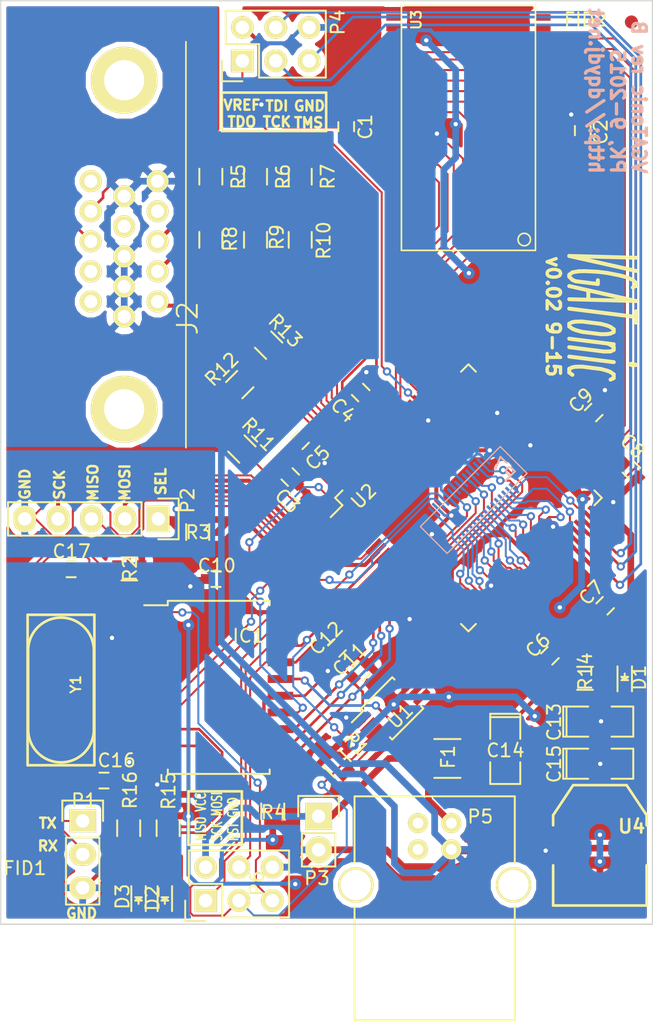
<source format=kicad_pcb>
(kicad_pcb (version 4) (host pcbnew "(2015-07-24 BZR 5989, Git 9b9c794)-product")
  (layers (0 F.Cu signal) (31 B.Cu signal) (34 B.Paste user) (35 F.Paste user) (36 B.SilkS user) (37 F.SilkS user) (38 B.Mask user) (39 F.Mask user) (44 Edge.Cuts user))
  (net 0 "")
  (net 1 +3V3)
  (net 2 GND)
  (net 3 +5V)
  (net 4 /OutputsAndInputs/XTAL_1)
  (net 5 /OutputsAndInputs/XTAL_2)
  (net 6 "Net-(D1-Pad2)")
  (net 7 "Net-(D2-Pad2)")
  (net 8 /OutputsAndInputs/AVR_LED_1)
  (net 9 "Net-(D3-Pad2)")
  (net 10 /OutputsAndInputs/AVR_LED_2)
  (net 11 VCC)
  (net 12 /AVR_CPLD_EXT_3)
  (net 13 /AVR_CPLD_EXT_2)
  (net 14 /AVR_CPLD_EXT_1)
  (net 15 /AVR_CPLD_RESET)
  (net 16 /~AVR_SEL_CPLD)
  (net 17 /~AVR_SEL_CLK)
  (net 18 "Net-(J2-Pad1)")
  (net 19 "Net-(J2-Pad2)")
  (net 20 "Net-(J2-Pad3)")
  (net 21 "Net-(J2-Pad4)")
  (net 22 "Net-(J2-Pad9)")
  (net 23 "Net-(J2-Pad11)")
  (net 24 "Net-(J2-Pad12)")
  (net 25 /OutputsAndInputs/HSYNC)
  (net 26 /OutputsAndInputs/VSYNC)
  (net 27 "Net-(J2-Pad15)")
  (net 28 /OutputsAndInputs/AVR_TX)
  (net 29 /OutputsAndInputs/AVR_RX)
  (net 30 /OutputsAndInputs/~EXT_SEL_CPLD)
  (net 31 /OutputsAndInputs/EXT_MOSI)
  (net 32 /OutputsAndInputs/EXT_MISO)
  (net 33 /OutputsAndInputs/EXT_SCK)
  (net 34 /OutputsAndInputs/TDO)
  (net 35 /OutputsAndInputs/TCK)
  (net 36 /OutputsAndInputs/TDI)
  (net 37 /OutputsAndInputs/TMS)
  (net 38 /OutputsAndInputs/AVR_MISO_EXT)
  (net 39 /OutputsAndInputs/AVR_SCK)
  (net 40 /OutputsAndInputs/AVR_MOSI_EXT)
  (net 41 /OutputsAndInputs/~AVR_RESET)
  (net 42 /OutputsAndInputs/CPLD_GPIO_1)
  (net 43 /OutputsAndInputs/CPLD_GPIO_2)
  (net 44 /OutputsAndInputs/CPLD_GPIO_3)
  (net 45 /OutputsAndInputs/CPLD_GPIO_4)
  (net 46 /OutputsAndInputs/CPLD_GPIO_5)
  (net 47 /OutputsAndInputs/CPLD_GPIO_6)
  (net 48 /OutputsAndInputs/CPLD_GPIO_7)
  (net 49 /OutputsAndInputs/CPLD_GPIO_8)
  (net 50 /OutputsAndInputs/CPLD_GPIO_9)
  (net 51 /OutputsAndInputs/CPLD_GPIO_10)
  (net 52 /OutputsAndInputs/CPLD_GPIO_11)
  (net 53 /OutputsAndInputs/CPLD_GPIO_12)
  (net 54 /OutputsAndInputs/CPLD_GPIO_13)
  (net 55 /OutputsAndInputs/CPLD_GPIO_14)
  (net 56 /OutputsAndInputs/CPLD_GPIO_15)
  (net 57 /OutputsAndInputs/CPLD_GPIO_16)
  (net 58 /OutputsAndInputs/AVR_GPIO_1)
  (net 59 /OutputsAndInputs/AVR_GPIO_2)
  (net 60 /OutputsAndInputs/LUMA1)
  (net 61 /OutputsAndInputs/LUMA2)
  (net 62 /OutputsAndInputs/LUMA3)
  (net 63 /OutputsAndInputs/LUMA4)
  (net 64 /OutputsAndInputs/COLORBURST)
  (net 65 /OutputsAndInputs/SYNC)
  (net 66 /OutputsAndInputs/Blue1)
  (net 67 /OutputsAndInputs/Blue2)
  (net 68 /OutputsAndInputs/Blue3)
  (net 69 /OutputsAndInputs/Green1)
  (net 70 /OutputsAndInputs/Green2)
  (net 71 /OutputsAndInputs/Green3)
  (net 72 /OutputsAndInputs/Red1)
  (net 73 /OutputsAndInputs/Red2)
  (net 74 /OutputsAndInputs/Red3)
  (net 75 "Net-(U1-Pad5)")
  (net 76 "Net-(U2-Pad2)")
  (net 77 "Net-(U2-Pad3)")
  (net 78 "Net-(U2-Pad4)")
  (net 79 "Net-(U2-Pad23)")
  (net 80 "Net-(U2-Pad27)")
  (net 81 /A9)
  (net 82 /A8)
  (net 83 /A7)
  (net 84 /A6)
  (net 85 /A5)
  (net 86 /~WE)
  (net 87 /IO3)
  (net 88 /IO2)
  (net 89 /IO1)
  (net 90 /IO0)
  (net 91 /~CE)
  (net 92 /A4)
  (net 93 /A3)
  (net 94 /A2)
  (net 95 /A1)
  (net 96 /A0)
  (net 97 /A10)
  (net 98 /A11)
  (net 99 /A12)
  (net 100 /A13)
  (net 101 /A14)
  (net 102 /IO4)
  (net 103 /IO5)
  (net 104 /IO6)
  (net 105 /IO7)
  (net 106 /~OE)
  (net 107 /A15)
  (net 108 /A16)
  (net 109 /A17)
  (net 110 /A18)
  (net 111 "Net-(U3-Pad23)")
  (net 112 "Net-(U3-Pad24)")
  (net 113 "Net-(U3-Pad25)")
  (net 114 "Net-(U3-Pad42)")
  (net 115 "Net-(U3-Pad43)")
  (net 116 "Net-(U3-Pad44)")
  (net 117 "Net-(U3-Pad1)")
  (net 118 "Net-(U3-Pad2)")
  (net 119 "Net-(U3-Pad21)")
  (net 120 "Net-(U3-Pad22)")
  (net 121 /50MHzClock)
  (net 122 "Net-(P5-Pad2)")
  (net 123 "Net-(P5-Pad3)")
  (net 124 "Net-(P5-Pad5)")
  (module Footprints:HD15_B-HD15F (layer F.Cu) (at 208.407 82.169 90)
    (fp_text reference J2 (at -5.588 4.826 90) (layer F.SilkS))
    (fp_text value VGA-HD-15 hide)
    (pad 1 thru_hole circle (at -4.318 2.54 90) (size 1.6764 1.6764) (drill 0.9906) (layers *.Cu *.Mask F.SilkS) (net 18 "Net-(J2-Pad1)"))
    (pad 2 thru_hole circle (at -2.032 2.54 90) (size 1.6764 1.6764) (drill 0.9906) (layers *.Cu *.Mask F.SilkS) (net 19 "Net-(J2-Pad2)"))
    (pad 3 thru_hole circle (at 0.254 2.54 90) (size 1.6764 1.6764) (drill 0.9906) (layers *.Cu *.Mask F.SilkS) (net 20 "Net-(J2-Pad3)"))
    (pad 4 thru_hole circle (at 2.54 2.54 90) (size 1.6764 1.6764) (drill 0.9906) (layers *.Cu *.Mask F.SilkS) (net 21 "Net-(J2-Pad4)"))
    (pad 5 thru_hole circle (at 4.826 2.54 90) (size 1.6764 1.6764) (drill 0.9906) (layers *.Cu *.Mask F.SilkS) (net 2 GND))
    (pad 6 thru_hole circle (at -5.461 0 90) (size 1.6764 1.6764) (drill 0.9906) (layers *.Cu *.Mask F.SilkS) (net 2 GND))
    (pad 7 thru_hole circle (at -3.175 0 90) (size 1.6764 1.6764) (drill 0.9906) (layers *.Cu *.Mask F.SilkS) (net 2 GND))
    (pad 8 thru_hole circle (at -0.889 0 90) (size 1.6764 1.6764) (drill 0.9906) (layers *.Cu *.Mask F.SilkS) (net 2 GND))
    (pad 9 thru_hole circle (at 1.397 0 90) (size 1.6764 1.6764) (drill 0.9906) (layers *.Cu *.Mask F.SilkS) (net 22 "Net-(J2-Pad9)"))
    (pad 10 thru_hole circle (at 3.683 0 90) (size 1.6764 1.6764) (drill 0.9906) (layers *.Cu *.Mask F.SilkS) (net 2 GND))
    (pad 11 thru_hole circle (at -4.318 -2.54 90) (size 1.6764 1.6764) (drill 0.9906) (layers *.Cu *.Mask F.SilkS) (net 23 "Net-(J2-Pad11)"))
    (pad 12 thru_hole circle (at -2.032 -2.54 90) (size 1.6764 1.6764) (drill 0.9906) (layers *.Cu *.Mask F.SilkS) (net 24 "Net-(J2-Pad12)"))
    (pad 13 thru_hole circle (at 0.254 -2.54 90) (size 1.6764 1.6764) (drill 0.9906) (layers *.Cu *.Mask F.SilkS) (net 25 /OutputsAndInputs/HSYNC))
    (pad 14 thru_hole circle (at 2.54 -2.54 90) (size 1.6764 1.6764) (drill 0.9906) (layers *.Cu *.Mask F.SilkS) (net 26 /OutputsAndInputs/VSYNC))
    (pad 15 thru_hole circle (at 4.826 -2.54 90) (size 1.6764 1.6764) (drill 0.9906) (layers *.Cu *.Mask F.SilkS) (net 27 "Net-(J2-Pad15)"))
    (pad SH1 thru_hole circle (at -12.4968 0 90) (size 5.08 5.08) (drill 3.048) (layers *.Cu *.Mask F.SilkS))
    (pad SH2 thru_hole circle (at 12.4968 0 90) (size 5.08 5.08) (drill 3.048) (layers *.Cu *.Mask F.SilkS))
  )
  (module Footprints:DF40C-30DS-0.4V (layer B.Cu) (at 234.78 101.36 135)
    (fp_text reference P7 (at -0.245012 3.228296 135) (layer B.SilkS) (effects (justify mirror)))
    (fp_text value CONN_01X30)
    (pad 1 smd rect (at -1.84 2.81 135) (size 1 0.2) (layers B.Cu B.Paste B.Mask) (net 57 /OutputsAndInputs/CPLD_GPIO_16))
    (pad 2 smd rect (at -1.84 2.41 135) (size 1 0.2) (layers B.Cu B.Paste B.Mask) (net 56 /OutputsAndInputs/CPLD_GPIO_15))
    (pad 3 smd rect (at -1.84 2.01 135) (size 1 0.2) (layers B.Cu B.Paste B.Mask) (net 55 /OutputsAndInputs/CPLD_GPIO_14))
    (pad 4 smd rect (at -1.84 1.61 135) (size 1 0.2) (layers B.Cu B.Paste B.Mask) (net 54 /OutputsAndInputs/CPLD_GPIO_13))
    (pad 5 smd rect (at -1.84 1.21 135) (size 1 0.2) (layers B.Cu B.Paste B.Mask) (net 53 /OutputsAndInputs/CPLD_GPIO_12))
    (pad 6 smd rect (at -1.84 0.81 135) (size 1 0.2) (layers B.Cu B.Paste B.Mask) (net 52 /OutputsAndInputs/CPLD_GPIO_11))
    (pad 7 smd rect (at -1.84 0.41 135) (size 1 0.2) (layers B.Cu B.Paste B.Mask) (net 51 /OutputsAndInputs/CPLD_GPIO_10))
    (pad 8 smd rect (at -1.84 0.01 135) (size 1 0.2) (layers B.Cu B.Paste B.Mask) (net 50 /OutputsAndInputs/CPLD_GPIO_9))
    (pad 9 smd rect (at -1.84 -0.39 135) (size 1 0.2) (layers B.Cu B.Paste B.Mask) (net 49 /OutputsAndInputs/CPLD_GPIO_8))
    (pad 10 smd rect (at -1.84 -0.79 135) (size 1 0.2) (layers B.Cu B.Paste B.Mask) (net 48 /OutputsAndInputs/CPLD_GPIO_7))
    (pad 11 smd rect (at -1.84 -1.19 135) (size 1 0.2) (layers B.Cu B.Paste B.Mask) (net 47 /OutputsAndInputs/CPLD_GPIO_6))
    (pad 12 smd rect (at -1.84 -1.59 135) (size 1 0.2) (layers B.Cu B.Paste B.Mask) (net 46 /OutputsAndInputs/CPLD_GPIO_5))
    (pad 13 smd rect (at -1.84 -1.99 135) (size 1 0.2) (layers B.Cu B.Paste B.Mask) (net 45 /OutputsAndInputs/CPLD_GPIO_4))
    (pad 14 smd rect (at -1.84 -2.39 135) (size 1 0.2) (layers B.Cu B.Paste B.Mask) (net 44 /OutputsAndInputs/CPLD_GPIO_3))
    (pad 15 smd rect (at -1.84 -2.79 135) (size 1 0.2) (layers B.Cu B.Paste B.Mask) (net 43 /OutputsAndInputs/CPLD_GPIO_2))
    (pad 16 smd rect (at 1.24 -2.79 135) (size 1 0.2) (layers B.Cu B.Paste B.Mask) (net 42 /OutputsAndInputs/CPLD_GPIO_1))
    (pad 17 smd rect (at 1.24 -2.39 135) (size 1 0.2) (layers B.Cu B.Paste B.Mask) (net 2 GND))
    (pad 18 smd rect (at 1.24 -1.99 135) (size 1 0.2) (layers B.Cu B.Paste B.Mask) (net 58 /OutputsAndInputs/AVR_GPIO_1))
    (pad 19 smd rect (at 1.24 -1.59 135) (size 1 0.2) (layers B.Cu B.Paste B.Mask) (net 59 /OutputsAndInputs/AVR_GPIO_2))
    (pad 20 smd rect (at 1.24 -1.19 135) (size 1 0.2) (layers B.Cu B.Paste B.Mask) (net 2 GND))
    (pad 21 smd rect (at 1.24 -0.79 135) (size 1 0.2) (layers B.Cu B.Paste B.Mask) (net 65 /OutputsAndInputs/SYNC))
    (pad 22 smd rect (at 1.24 -0.39 135) (size 1 0.2) (layers B.Cu B.Paste B.Mask) (net 2 GND))
    (pad 23 smd rect (at 1.24 0.01 135) (size 1 0.2) (layers B.Cu B.Paste B.Mask) (net 64 /OutputsAndInputs/COLORBURST))
    (pad 24 smd rect (at 1.24 0.41 135) (size 1 0.2) (layers B.Cu B.Paste B.Mask) (net 2 GND))
    (pad 25 smd rect (at 1.24 0.81 135) (size 1 0.2) (layers B.Cu B.Paste B.Mask) (net 60 /OutputsAndInputs/LUMA1))
    (pad 26 smd rect (at 1.24 1.21 135) (size 1 0.2) (layers B.Cu B.Paste B.Mask) (net 61 /OutputsAndInputs/LUMA2))
    (pad 27 smd rect (at 1.24 1.61 135) (size 1 0.2) (layers B.Cu B.Paste B.Mask) (net 2 GND))
    (pad 28 smd rect (at 1.24 2.01 135) (size 1 0.2) (layers B.Cu B.Paste B.Mask) (net 62 /OutputsAndInputs/LUMA3))
    (pad 29 smd rect (at 1.24 2.41 135) (size 1 0.2) (layers B.Cu B.Paste B.Mask) (net 63 /OutputsAndInputs/LUMA4))
    (pad 30 smd rect (at 1.24 2.81 135) (size 1 0.2) (layers B.Cu B.Paste B.Mask) (net 2 GND))
  )
  (module Housings_SOIC:SOIC-20_7.5x12.8mm_Pitch1.27mm (layer F.Cu) (at 215.6 115.8)
    (fp_text reference IC1 (at 2.2685 -3.913) (layer F.SilkS))
    (fp_text value ATTINY2313A-S)
    (pad 1 smd rect (at -4.7 -5.715) (size 1.95 0.6) (layers F.Cu F.Paste F.Mask) (net 41 /OutputsAndInputs/~AVR_RESET))
    (pad 2 smd rect (at -4.7 -4.445) (size 1.95 0.6) (layers F.Cu F.Paste F.Mask) (net 29 /OutputsAndInputs/AVR_RX))
    (pad 3 smd rect (at -4.7 -3.175) (size 1.95 0.6) (layers F.Cu F.Paste F.Mask) (net 28 /OutputsAndInputs/AVR_TX))
    (pad 4 smd rect (at -4.7 -1.905) (size 1.95 0.6) (layers F.Cu F.Paste F.Mask) (net 5 /OutputsAndInputs/XTAL_2))
    (pad 5 smd rect (at -4.7 -0.635) (size 1.95 0.6) (layers F.Cu F.Paste F.Mask) (net 4 /OutputsAndInputs/XTAL_1))
    (pad 6 smd rect (at -4.7 0.635) (size 1.95 0.6) (layers F.Cu F.Paste F.Mask) (net 58 /OutputsAndInputs/AVR_GPIO_1))
    (pad 7 smd rect (at -4.7 1.905) (size 1.95 0.6) (layers F.Cu F.Paste F.Mask) (net 59 /OutputsAndInputs/AVR_GPIO_2))
    (pad 8 smd rect (at -4.7 3.175) (size 1.95 0.6) (layers F.Cu F.Paste F.Mask) (net 8 /OutputsAndInputs/AVR_LED_1))
    (pad 9 smd rect (at -4.7 4.445) (size 1.95 0.6) (layers F.Cu F.Paste F.Mask) (net 10 /OutputsAndInputs/AVR_LED_2))
    (pad 10 smd rect (at -4.7 5.715) (size 1.95 0.6) (layers F.Cu F.Paste F.Mask) (net 2 GND))
    (pad 11 smd rect (at 4.7 5.715) (size 1.95 0.6) (layers F.Cu F.Paste F.Mask) (net 12 /AVR_CPLD_EXT_3))
    (pad 12 smd rect (at 4.7 4.445) (size 1.95 0.6) (layers F.Cu F.Paste F.Mask) (net 13 /AVR_CPLD_EXT_2))
    (pad 13 smd rect (at 4.7 3.175) (size 1.95 0.6) (layers F.Cu F.Paste F.Mask) (net 14 /AVR_CPLD_EXT_1))
    (pad 14 smd rect (at 4.7 1.905) (size 1.95 0.6) (layers F.Cu F.Paste F.Mask) (net 15 /AVR_CPLD_RESET))
    (pad 15 smd rect (at 4.7 0.635) (size 1.95 0.6) (layers F.Cu F.Paste F.Mask) (net 16 /~AVR_SEL_CPLD))
    (pad 16 smd rect (at 4.7 -0.635) (size 1.95 0.6) (layers F.Cu F.Paste F.Mask) (net 17 /~AVR_SEL_CLK))
    (pad 17 smd rect (at 4.7 -1.905) (size 1.95 0.6) (layers F.Cu F.Paste F.Mask) (net 40 /OutputsAndInputs/AVR_MOSI_EXT))
    (pad 18 smd rect (at 4.7 -3.175) (size 1.95 0.6) (layers F.Cu F.Paste F.Mask) (net 38 /OutputsAndInputs/AVR_MISO_EXT))
    (pad 19 smd rect (at 4.7 -4.445) (size 1.95 0.6) (layers F.Cu F.Paste F.Mask) (net 39 /OutputsAndInputs/AVR_SCK))
    (pad 20 smd rect (at 4.7 -5.715) (size 1.95 0.6) (layers F.Cu F.Paste F.Mask) (net 1 +3V3))
  )
  (module Capacitors_SMD:C_0603 (layer F.Cu) (at 225.3 73.2 270)
    (fp_text reference C1 (at 0.0155 -1.4585 270) (layer F.SilkS))
    (fp_text value 0.1uF)
    (pad 1 smd rect (at -0.75 0 270) (size 0.8 0.75) (layers F.Cu F.Paste F.Mask) (net 1 +3V3))
    (pad 2 smd rect (at 0.75 0 270) (size 0.8 0.75) (layers F.Cu F.Paste F.Mask) (net 2 GND))
  )
  (module Capacitors_SMD:C_0603 (layer F.Cu) (at 243.3 73.5 90)
    (fp_text reference C2 (at -0.0965 1.3655 90) (layer F.SilkS))
    (fp_text value 0.1uF)
    (pad 1 smd rect (at -0.75 0 90) (size 0.8 0.75) (layers F.Cu F.Paste F.Mask) (net 1 +3V3))
    (pad 2 smd rect (at 0.75 0 90) (size 0.8 0.75) (layers F.Cu F.Paste F.Mask) (net 2 GND))
  )
  (module Capacitors_SMD:C_0603 (layer F.Cu) (at 221.0435 99.822 135)
    (fp_text reference C3 (at -1.1105 -1.445 135) (layer F.SilkS))
    (fp_text value 0.1uF)
    (pad 1 smd rect (at -0.75 0 135) (size 0.8 0.75) (layers F.Cu F.Paste F.Mask) (net 1 +3V3))
    (pad 2 smd rect (at 0.75 0 135) (size 0.8 0.75) (layers F.Cu F.Paste F.Mask) (net 2 GND))
  )
  (module Capacitors_SMD:C_0603 (layer F.Cu) (at 226.4 93.4 135)
    (fp_text reference C4 (at 0 -1.9 135) (layer F.SilkS))
    (fp_text value 0.1uF)
    (pad 1 smd rect (at -0.75 0 135) (size 0.8 0.75) (layers F.Cu F.Paste F.Mask) (net 1 +3V3))
    (pad 2 smd rect (at 0.75 0 135) (size 0.8 0.75) (layers F.Cu F.Paste F.Mask) (net 2 GND))
  )
  (module Capacitors_SMD:C_0603 (layer F.Cu) (at 221.79 97.03 225)
    (fp_text reference C5 (at 0 -1.9 225) (layer F.SilkS))
    (fp_text value 0.1uF)
    (pad 1 smd rect (at -0.75 0 225) (size 0.8 0.75) (layers F.Cu F.Paste F.Mask) (net 1 +3V3))
    (pad 2 smd rect (at 0.75 0 225) (size 0.8 0.75) (layers F.Cu F.Paste F.Mask) (net 2 GND))
  )
  (module Capacitors_SMD:C_0603 (layer F.Cu) (at 240.8 113.4 45)
    (fp_text reference C6 (at -0.084853 -1.202082 45) (layer F.SilkS))
    (fp_text value 0.1uF)
    (pad 1 smd rect (at -0.75 0 45) (size 0.8 0.75) (layers F.Cu F.Paste F.Mask) (net 1 +3V3))
    (pad 2 smd rect (at 0.75 0 45) (size 0.8 0.75) (layers F.Cu F.Paste F.Mask) (net 2 GND))
  )
  (module Capacitors_SMD:C_0603 (layer F.Cu) (at 245 109.6 45)
    (fp_text reference C7 (at -0.049497 -1.435427 45) (layer F.SilkS))
    (fp_text value 0.1uF)
    (pad 1 smd rect (at -0.75 0 45) (size 0.8 0.75) (layers F.Cu F.Paste F.Mask) (net 1 +3V3))
    (pad 2 smd rect (at 0.75 0 45) (size 0.8 0.75) (layers F.Cu F.Paste F.Mask) (net 2 GND))
  )
  (module Capacitors_SMD:C_0603 (layer F.Cu) (at 247 99.3 315)
    (fp_text reference C8 (at -1.23673 -1.347746 315) (layer F.SilkS))
    (fp_text value 0.1uF)
    (pad 1 smd rect (at -0.75 0 315) (size 0.8 0.75) (layers F.Cu F.Paste F.Mask) (net 1 +3V3))
    (pad 2 smd rect (at 0.75 0 315) (size 0.8 0.75) (layers F.Cu F.Paste F.Mask) (net 2 GND))
  )
  (module Capacitors_SMD:C_0603 (layer F.Cu) (at 244.13 94.92 45)
    (fp_text reference C9 (at -0.039598 -1.329361 45) (layer F.SilkS))
    (fp_text value 0.1uF)
    (pad 1 smd rect (at -0.75 0 45) (size 0.8 0.75) (layers F.Cu F.Paste F.Mask) (net 1 +3V3))
    (pad 2 smd rect (at 0.75 0 45) (size 0.8 0.75) (layers F.Cu F.Paste F.Mask) (net 2 GND))
  )
  (module Capacitors_SMD:C_0603 (layer F.Cu) (at 215.392 107.569 180)
    (fp_text reference C10 (at -0.0635 1.016 180) (layer F.SilkS))
    (fp_text value 0.1uF)
    (pad 1 smd rect (at -0.75 0 180) (size 0.8 0.75) (layers F.Cu F.Paste F.Mask) (net 1 +3V3))
    (pad 2 smd rect (at 0.75 0 180) (size 0.8 0.75) (layers F.Cu F.Paste F.Mask) (net 2 GND))
  )
  (module Capacitors_SMD:C_0603 (layer F.Cu) (at 226.4 114.6 225)
    (fp_text reference C11 (at -0.061518 1.260771 225) (layer F.SilkS))
    (fp_text value 0.1uF)
    (pad 1 smd rect (at -0.75 0 225) (size 0.8 0.75) (layers F.Cu F.Paste F.Mask) (net 1 +3V3))
    (pad 2 smd rect (at 0.75 0 225) (size 0.8 0.75) (layers F.Cu F.Paste F.Mask) (net 2 GND))
  )
  (module Capacitors_SMD:C_0603 (layer F.Cu) (at 224.6 112.8 225)
    (fp_text reference C12 (at 0.073186 1.094955 225) (layer F.SilkS))
    (fp_text value 1uF)
    (pad 1 smd rect (at -0.75 0 225) (size 0.8 0.75) (layers F.Cu F.Paste F.Mask) (net 1 +3V3))
    (pad 2 smd rect (at 0.75 0 225) (size 0.8 0.75) (layers F.Cu F.Paste F.Mask) (net 2 GND))
  )
  (module SMD_Packages:SMD-1206_Pol (layer F.Cu) (at 244.6 118.4)
    (fp_text reference C13 (at -3.48 0.04 90) (layer F.SilkS))
    (fp_text value 47uF)
    (pad 1 smd rect (at -1.651 0) (size 1.524 2.032) (layers F.Cu F.Paste F.Mask) (net 1 +3V3))
    (pad 2 smd rect (at 1.651 0) (size 1.524 2.032) (layers F.Cu F.Paste F.Mask) (net 2 GND))
  )
  (module SMD_Packages:SMD-1206_Pol (layer F.Cu) (at 237.4 120.6 270)
    (fp_text reference C14 (at -0.01 -0.01 360) (layer F.SilkS))
    (fp_text value 10uF)
    (pad 1 smd rect (at -1.651 0 270) (size 1.524 2.032) (layers F.Cu F.Paste F.Mask) (net 3 +5V))
    (pad 2 smd rect (at 1.651 0 270) (size 1.524 2.032) (layers F.Cu F.Paste F.Mask) (net 2 GND))
  )
  (module SMD_Packages:SMD-1206_Pol (layer F.Cu) (at 244.6 121.6)
    (fp_text reference C15 (at -3.48 0.02 90) (layer F.SilkS))
    (fp_text value 10uF)
    (pad 1 smd rect (at -1.651 0) (size 1.524 2.032) (layers F.Cu F.Paste F.Mask) (net 1 +3V3))
    (pad 2 smd rect (at 1.651 0) (size 1.524 2.032) (layers F.Cu F.Paste F.Mask) (net 2 GND))
  )
  (module Capacitors_SMD:C_0603 (layer F.Cu) (at 206.87 122.88)
    (fp_text reference C16 (at 0.96 -1.53) (layer F.SilkS))
    (fp_text value 22pF)
    (pad 1 smd rect (at -0.75 0) (size 0.8 0.75) (layers F.Cu F.Paste F.Mask) (net 4 /OutputsAndInputs/XTAL_1))
    (pad 2 smd rect (at 0.75 0) (size 0.8 0.75) (layers F.Cu F.Paste F.Mask) (net 2 GND))
  )
  (module Capacitors_SMD:C_0603 (layer F.Cu) (at 204.37 106.83)
    (fp_text reference C17 (at 0.0365 -1.3565) (layer F.SilkS))
    (fp_text value 22pF)
    (pad 1 smd rect (at -0.75 0) (size 0.8 0.75) (layers F.Cu F.Paste F.Mask) (net 5 /OutputsAndInputs/XTAL_2))
    (pad 2 smd rect (at 0.75 0) (size 0.8 0.75) (layers F.Cu F.Paste F.Mask) (net 2 GND))
  )
  (module LEDs:LED-0603 (layer F.Cu) (at 246.49 115 90)
    (fp_text reference D1 (at -0.062 1.0965 90) (layer F.SilkS))
    (fp_text value "Green LED")
    (pad 2 smd rect (at 0.7493 0 270) (size 0.79756 0.79756) (layers F.Cu F.Paste F.Mask) (net 6 "Net-(D1-Pad2)"))
    (pad 1 smd rect (at -0.7493 0 270) (size 0.79756 0.79756) (layers F.Cu F.Paste F.Mask) (net 2 GND))
  )
  (module LEDs:LED-0603 (layer F.Cu) (at 211.5 132 270)
    (fp_text reference D2 (at -0.174 0.934 270) (layer F.SilkS))
    (fp_text value "Yellow LED")
    (pad 2 smd rect (at 0.7493 0 90) (size 0.79756 0.79756) (layers F.Cu F.Paste F.Mask) (net 7 "Net-(D2-Pad2)"))
    (pad 1 smd rect (at -0.7493 0 90) (size 0.79756 0.79756) (layers F.Cu F.Paste F.Mask) (net 8 /OutputsAndInputs/AVR_LED_1))
  )
  (module LEDs:LED-0603 (layer F.Cu) (at 209.5 132 270)
    (fp_text reference D3 (at -0.301 1.22 270) (layer F.SilkS))
    (fp_text value "Orange LED")
    (pad 2 smd rect (at 0.7493 0 90) (size 0.79756 0.79756) (layers F.Cu F.Paste F.Mask) (net 9 "Net-(D3-Pad2)"))
    (pad 1 smd rect (at -0.7493 0 90) (size 0.79756 0.79756) (layers F.Cu F.Paste F.Mask) (net 10 /OutputsAndInputs/AVR_LED_2))
  )
  (module Resistors_SMD:R_1210 (layer F.Cu) (at 233 121.2)
    (fp_text reference F1 (at 0.05 -0.11 90) (layer F.SilkS))
    (fp_text value "0.75A HOLD 6V PTC")
    (pad 1 smd rect (at -1.45 0) (size 0.9 2.5) (layers F.Cu F.Paste F.Mask) (net 11 VCC))
    (pad 2 smd rect (at 1.45 0) (size 0.9 2.5) (layers F.Cu F.Paste F.Mask) (net 3 +5V))
  )
  (module Pin_Headers:Pin_Header_Straight_1x03 (layer F.Cu) (at 205.25 125.95)
    (fp_text reference P1 (at 0.109 -1.5535) (layer F.SilkS))
    (fp_text value CONN_01X03)
    (pad 1 thru_hole rect (at 0 0) (size 2.032 1.7272) (drill 1.016) (layers *.Cu *.Mask F.SilkS) (net 28 /OutputsAndInputs/AVR_TX))
    (pad 2 thru_hole oval (at 0 2.54) (size 2.032 1.7272) (drill 1.016) (layers *.Cu *.Mask F.SilkS) (net 29 /OutputsAndInputs/AVR_RX))
    (pad 3 thru_hole oval (at 0 5.08) (size 2.032 1.7272) (drill 1.016) (layers *.Cu *.Mask F.SilkS) (net 2 GND))
  )
  (module Pin_Headers:Pin_Header_Straight_1x05 (layer F.Cu) (at 211 103 270)
    (fp_text reference P2 (at -1.4 -2.233 270) (layer F.SilkS))
    (fp_text value CONN_01X05)
    (pad 1 thru_hole rect (at 0 0 270) (size 2.032 1.7272) (drill 1.016) (layers *.Cu *.Mask F.SilkS) (net 30 /OutputsAndInputs/~EXT_SEL_CPLD))
    (pad 2 thru_hole oval (at 0 2.54 270) (size 2.032 1.7272) (drill 1.016) (layers *.Cu *.Mask F.SilkS) (net 31 /OutputsAndInputs/EXT_MOSI))
    (pad 3 thru_hole oval (at 0 5.08 270) (size 2.032 1.7272) (drill 1.016) (layers *.Cu *.Mask F.SilkS) (net 32 /OutputsAndInputs/EXT_MISO))
    (pad 4 thru_hole oval (at 0 7.62 270) (size 2.032 1.7272) (drill 1.016) (layers *.Cu *.Mask F.SilkS) (net 33 /OutputsAndInputs/EXT_SCK))
    (pad 5 thru_hole oval (at 0 10.16 270) (size 2.032 1.7272) (drill 1.016) (layers *.Cu *.Mask F.SilkS) (net 2 GND))
  )
  (module Pin_Headers:Pin_Header_Straight_1x02 (layer F.Cu) (at 223.2 125.6)
    (fp_text reference P3 (at -0.1245 4.702) (layer F.SilkS))
    (fp_text value CONN_01X02)
    (pad 1 thru_hole rect (at 0 0) (size 2.032 2.032) (drill 1.016) (layers *.Cu *.Mask F.SilkS) (net 11 VCC))
    (pad 2 thru_hole oval (at 0 2.54) (size 2.032 2.032) (drill 1.016) (layers *.Cu *.Mask F.SilkS) (net 2 GND))
  )
  (module Pin_Headers:Pin_Header_Straight_2x03 (layer F.Cu) (at 217.4 68.2 90)
    (fp_text reference P4 (at 2.922 7.263 90) (layer F.SilkS))
    (fp_text value CONN_02X03)
    (pad 1 thru_hole rect (at 0 0 90) (size 1.7272 1.7272) (drill 1.016) (layers *.Cu *.Mask F.SilkS) (net 34 /OutputsAndInputs/TDO))
    (pad 2 thru_hole oval (at 2.54 0 90) (size 1.7272 1.7272) (drill 1.016) (layers *.Cu *.Mask F.SilkS) (net 1 +3V3))
    (pad 3 thru_hole oval (at 0 2.54 90) (size 1.7272 1.7272) (drill 1.016) (layers *.Cu *.Mask F.SilkS) (net 35 /OutputsAndInputs/TCK))
    (pad 4 thru_hole oval (at 2.54 2.54 90) (size 1.7272 1.7272) (drill 1.016) (layers *.Cu *.Mask F.SilkS) (net 36 /OutputsAndInputs/TDI))
    (pad 5 thru_hole oval (at 0 5.08 90) (size 1.7272 1.7272) (drill 1.016) (layers *.Cu *.Mask F.SilkS) (net 37 /OutputsAndInputs/TMS))
    (pad 6 thru_hole oval (at 2.54 5.08 90) (size 1.7272 1.7272) (drill 1.016) (layers *.Cu *.Mask F.SilkS) (net 2 GND))
  )
  (module Pin_Headers:Pin_Header_Straight_2x03 (layer F.Cu) (at 214.6 132 90)
    (fp_text reference P6 (at 1.317 3.9035 90) (layer F.SilkS))
    (fp_text value CONN_02X03)
    (pad 1 thru_hole rect (at 0 0 90) (size 1.7272 1.7272) (drill 1.016) (layers *.Cu *.Mask F.SilkS) (net 38 /OutputsAndInputs/AVR_MISO_EXT))
    (pad 2 thru_hole oval (at 2.54 0 90) (size 1.7272 1.7272) (drill 1.016) (layers *.Cu *.Mask F.SilkS) (net 11 VCC))
    (pad 3 thru_hole oval (at 0 2.54 90) (size 1.7272 1.7272) (drill 1.016) (layers *.Cu *.Mask F.SilkS) (net 39 /OutputsAndInputs/AVR_SCK))
    (pad 4 thru_hole oval (at 2.54 2.54 90) (size 1.7272 1.7272) (drill 1.016) (layers *.Cu *.Mask F.SilkS) (net 40 /OutputsAndInputs/AVR_MOSI_EXT))
    (pad 5 thru_hole oval (at 0 5.08 90) (size 1.7272 1.7272) (drill 1.016) (layers *.Cu *.Mask F.SilkS) (net 41 /OutputsAndInputs/~AVR_RESET))
    (pad 6 thru_hole oval (at 2.54 5.08 90) (size 1.7272 1.7272) (drill 1.016) (layers *.Cu *.Mask F.SilkS) (net 2 GND))
  )
  (module Resistors_SMD:R_0805 (layer F.Cu) (at 224.6 121.6 315)
    (fp_text reference R1 (at 0 -2.1 315) (layer F.SilkS))
    (fp_text value 10k)
    (pad 1 smd rect (at -0.95 0 315) (size 0.7 1.3) (layers F.Cu F.Paste F.Mask) (net 1 +3V3))
    (pad 2 smd rect (at 0.95 0 315) (size 0.7 1.3) (layers F.Cu F.Paste F.Mask) (net 17 /~AVR_SEL_CLK))
  )
  (module Resistors_SMD:R_0805 (layer F.Cu) (at 208.8 106.8 180)
    (fp_text reference R2 (at -0.0515 -0.007 450) (layer F.SilkS))
    (fp_text value 4.7k)
    (pad 1 smd rect (at -0.95 0 180) (size 0.7 1.3) (layers F.Cu F.Paste F.Mask) (net 1 +3V3))
    (pad 2 smd rect (at 0.95 0 180) (size 0.7 1.3) (layers F.Cu F.Paste F.Mask) (net 41 /OutputsAndInputs/~AVR_RESET))
  )
  (module Resistors_SMD:R_0805 (layer F.Cu) (at 214 104 270)
    (fp_text reference R3 (at 0.02 -0.05 360) (layer F.SilkS))
    (fp_text value 10k)
    (pad 1 smd rect (at -0.95 0 270) (size 0.7 1.3) (layers F.Cu F.Paste F.Mask) (net 30 /OutputsAndInputs/~EXT_SEL_CPLD))
    (pad 2 smd rect (at 0.95 0 270) (size 0.7 1.3) (layers F.Cu F.Paste F.Mask) (net 1 +3V3))
  )
  (module Resistors_SMD:R_0805 (layer F.Cu) (at 219.71 125.222 270)
    (fp_text reference R4 (at 0.0635 -0.0635 540) (layer F.SilkS))
    (fp_text value 10k)
    (pad 1 smd rect (at -0.95 0 270) (size 0.7 1.3) (layers F.Cu F.Paste F.Mask) (net 16 /~AVR_SEL_CPLD))
    (pad 2 smd rect (at 0.95 0 270) (size 0.7 1.3) (layers F.Cu F.Paste F.Mask) (net 1 +3V3))
  )
  (module Resistors_SMD:R_0805 (layer F.Cu) (at 215 77 270)
    (fp_text reference R5 (at 0 -2.1 270) (layer F.SilkS))
    (fp_text value 510)
    (pad 1 smd rect (at -0.95 0 270) (size 0.7 1.3) (layers F.Cu F.Paste F.Mask) (net 66 /OutputsAndInputs/Blue1))
    (pad 2 smd rect (at 0.95 0 270) (size 0.7 1.3) (layers F.Cu F.Paste F.Mask) (net 20 "Net-(J2-Pad3)"))
  )
  (module Resistors_SMD:R_0805 (layer F.Cu) (at 218.4 77 270)
    (fp_text reference R6 (at 0 -2.1 270) (layer F.SilkS))
    (fp_text value 1k)
    (pad 1 smd rect (at -0.95 0 270) (size 0.7 1.3) (layers F.Cu F.Paste F.Mask) (net 67 /OutputsAndInputs/Blue2))
    (pad 2 smd rect (at 0.95 0 270) (size 0.7 1.3) (layers F.Cu F.Paste F.Mask) (net 20 "Net-(J2-Pad3)"))
  )
  (module Resistors_SMD:R_0805 (layer F.Cu) (at 221.8 77 270)
    (fp_text reference R7 (at 0 -2.1 270) (layer F.SilkS))
    (fp_text value 2k)
    (pad 1 smd rect (at -0.95 0 270) (size 0.7 1.3) (layers F.Cu F.Paste F.Mask) (net 68 /OutputsAndInputs/Blue3))
    (pad 2 smd rect (at 0.95 0 270) (size 0.7 1.3) (layers F.Cu F.Paste F.Mask) (net 20 "Net-(J2-Pad3)"))
  )
  (module Resistors_SMD:R_0805 (layer F.Cu) (at 215 81.8 90)
    (fp_text reference R8 (at 0.0755 1.4715 90) (layer F.SilkS))
    (fp_text value 510)
    (pad 1 smd rect (at -0.95 0 90) (size 0.7 1.3) (layers F.Cu F.Paste F.Mask) (net 69 /OutputsAndInputs/Green1))
    (pad 2 smd rect (at 0.95 0 90) (size 0.7 1.3) (layers F.Cu F.Paste F.Mask) (net 19 "Net-(J2-Pad2)"))
  )
  (module Resistors_SMD:R_0805 (layer F.Cu) (at 218.4 81.8 90)
    (fp_text reference R9 (at 0.2025 1.6275 90) (layer F.SilkS))
    (fp_text value 1k)
    (pad 1 smd rect (at -0.95 0 90) (size 0.7 1.3) (layers F.Cu F.Paste F.Mask) (net 70 /OutputsAndInputs/Green2))
    (pad 2 smd rect (at 0.95 0 90) (size 0.7 1.3) (layers F.Cu F.Paste F.Mask) (net 19 "Net-(J2-Pad2)"))
  )
  (module Resistors_SMD:R_0805 (layer F.Cu) (at 221.8 81.8 90)
    (fp_text reference R10 (at -0.0515 1.7835 90) (layer F.SilkS))
    (fp_text value 2k)
    (pad 1 smd rect (at -0.95 0 90) (size 0.7 1.3) (layers F.Cu F.Paste F.Mask) (net 71 /OutputsAndInputs/Green3))
    (pad 2 smd rect (at 0.95 0 90) (size 0.7 1.3) (layers F.Cu F.Paste F.Mask) (net 19 "Net-(J2-Pad2)"))
  )
  (module Resistors_SMD:R_0805 (layer F.Cu) (at 217.36 97.69 135)
    (fp_text reference R11 (at -0.115966 1.680793 135) (layer F.SilkS))
    (fp_text value 510)
    (pad 1 smd rect (at -0.95 0 135) (size 0.7 1.3) (layers F.Cu F.Paste F.Mask) (net 72 /OutputsAndInputs/Red1))
    (pad 2 smd rect (at 0.95 0 135) (size 0.7 1.3) (layers F.Cu F.Paste F.Mask) (net 18 "Net-(J2-Pad1)"))
  )
  (module Resistors_SMD:R_0805 (layer F.Cu) (at 217.2 92.8 225)
    (fp_text reference R12 (at 0.137179 1.791101 225) (layer F.SilkS))
    (fp_text value 1k)
    (pad 1 smd rect (at -0.95 0 225) (size 0.7 1.3) (layers F.Cu F.Paste F.Mask) (net 73 /OutputsAndInputs/Red2))
    (pad 2 smd rect (at 0.95 0 225) (size 0.7 1.3) (layers F.Cu F.Paste F.Mask) (net 18 "Net-(J2-Pad1)"))
  )
  (module Resistors_SMD:R_0805 (layer F.Cu) (at 219.4 89.8 135)
    (fp_text reference R13 (at -0.121622 1.663822 135) (layer F.SilkS))
    (fp_text value 2k)
    (pad 1 smd rect (at -0.95 0 135) (size 0.7 1.3) (layers F.Cu F.Paste F.Mask) (net 74 /OutputsAndInputs/Red3))
    (pad 2 smd rect (at 0.95 0 135) (size 0.7 1.3) (layers F.Cu F.Paste F.Mask) (net 18 "Net-(J2-Pad1)"))
  )
  (module Resistors_SMD:R_0805 (layer F.Cu) (at 243.47 115.11 180)
    (fp_text reference R14 (at -0.02 0.51 270) (layer F.SilkS))
    (fp_text value "330 Ohm")
    (pad 1 smd rect (at -0.95 0 180) (size 0.7 1.3) (layers F.Cu F.Paste F.Mask) (net 6 "Net-(D1-Pad2)"))
    (pad 2 smd rect (at 0.95 0 180) (size 0.7 1.3) (layers F.Cu F.Paste F.Mask) (net 3 +5V))
  )
  (module Resistors_SMD:R_0805 (layer F.Cu) (at 211.75 126.5 90)
    (fp_text reference R15 (at 2.83756 0.0352 90) (layer F.SilkS))
    (fp_text value "150 Ohm")
    (pad 1 smd rect (at -0.95 0 90) (size 0.7 1.3) (layers F.Cu F.Paste F.Mask) (net 7 "Net-(D2-Pad2)"))
    (pad 2 smd rect (at 0.95 0 90) (size 0.7 1.3) (layers F.Cu F.Paste F.Mask) (net 1 +3V3))
  )
  (module Resistors_SMD:R_0805 (layer F.Cu) (at 208.75 126.5 90)
    (fp_text reference R16 (at 2.89344 0.1015 90) (layer F.SilkS))
    (fp_text value "150 Ohm")
    (pad 1 smd rect (at -0.95 0 90) (size 0.7 1.3) (layers F.Cu F.Paste F.Mask) (net 9 "Net-(D3-Pad2)"))
    (pad 2 smd rect (at 0.95 0 90) (size 0.7 1.3) (layers F.Cu F.Paste F.Mask) (net 1 +3V3))
  )
  (module Housings_SSOP:MSOP-8_3x3mm_Pitch0.65mm (layer F.Cu) (at 228.8 117.4 45)
    (fp_text reference U1 (at 0.030052 0.854539 45) (layer F.SilkS))
    (fp_text value LTC6903)
    (pad 1 smd rect (at -2.2 -0.975 45) (size 1.45 0.45) (layers F.Cu F.Paste F.Mask) (net 2 GND))
    (pad 2 smd rect (at -2.2 -0.325 45) (size 1.45 0.45) (layers F.Cu F.Paste F.Mask) (net 38 /OutputsAndInputs/AVR_MISO_EXT))
    (pad 3 smd rect (at -2.2 0.325 45) (size 1.45 0.45) (layers F.Cu F.Paste F.Mask) (net 39 /OutputsAndInputs/AVR_SCK))
    (pad 4 smd rect (at -2.2 0.975 45) (size 1.45 0.45) (layers F.Cu F.Paste F.Mask) (net 17 /~AVR_SEL_CLK))
    (pad 5 smd rect (at 2.2 0.975 45) (size 1.45 0.45) (layers F.Cu F.Paste F.Mask) (net 75 "Net-(U1-Pad5)"))
    (pad 6 smd rect (at 2.2 0.325 45) (size 1.45 0.45) (layers F.Cu F.Paste F.Mask) (net 121 /50MHzClock))
    (pad 7 smd rect (at 2.2 -0.325 45) (size 1.45 0.45) (layers F.Cu F.Paste F.Mask) (net 1 +3V3))
    (pad 8 smd rect (at 2.2 -0.975 45) (size 1.45 0.45) (layers F.Cu F.Paste F.Mask) (net 1 +3V3))
  )
  (module Housings_QFP:TQFP-100_14x14mm_Pitch0.5mm (layer F.Cu) (at 234.6 101.4 45)
    (fp_text reference U2 (at -5.551495 -5.717665 45) (layer F.SilkS))
    (fp_text value XC95144PQ100-100TQFP)
    (pad 1 smd rect (at -7.7 -6 45) (size 1.5 0.3) (layers F.Cu F.Paste F.Mask) (net 72 /OutputsAndInputs/Red1))
    (pad 2 smd rect (at -7.7 -5.5 45) (size 1.5 0.3) (layers F.Cu F.Paste F.Mask) (net 76 "Net-(U2-Pad2)"))
    (pad 3 smd rect (at -7.7 -5 45) (size 1.5 0.3) (layers F.Cu F.Paste F.Mask) (net 77 "Net-(U2-Pad3)"))
    (pad 4 smd rect (at -7.7 -4.5 45) (size 1.5 0.3) (layers F.Cu F.Paste F.Mask) (net 78 "Net-(U2-Pad4)"))
    (pad 5 smd rect (at -7.7 -4 45) (size 1.5 0.3) (layers F.Cu F.Paste F.Mask) (net 1 +3V3))
    (pad 6 smd rect (at -7.7 -3.5 45) (size 1.5 0.3) (layers F.Cu F.Paste F.Mask) (net 33 /OutputsAndInputs/EXT_SCK))
    (pad 7 smd rect (at -7.7 -3 45) (size 1.5 0.3) (layers F.Cu F.Paste F.Mask) (net 31 /OutputsAndInputs/EXT_MOSI))
    (pad 8 smd rect (at -7.7 -2.5 45) (size 1.5 0.3) (layers F.Cu F.Paste F.Mask) (net 32 /OutputsAndInputs/EXT_MISO))
    (pad 9 smd rect (at -7.7 -2 45) (size 1.5 0.3) (layers F.Cu F.Paste F.Mask) (net 30 /OutputsAndInputs/~EXT_SEL_CPLD))
    (pad 10 smd rect (at -7.7 -1.5 45) (size 1.5 0.3) (layers F.Cu F.Paste F.Mask) (net 39 /OutputsAndInputs/AVR_SCK))
    (pad 11 smd rect (at -7.7 -1 45) (size 1.5 0.3) (layers F.Cu F.Paste F.Mask) (net 38 /OutputsAndInputs/AVR_MISO_EXT))
    (pad 12 smd rect (at -7.7 -0.5 45) (size 1.5 0.3) (layers F.Cu F.Paste F.Mask) (net 40 /OutputsAndInputs/AVR_MOSI_EXT))
    (pad 13 smd rect (at -7.7 0 45) (size 1.5 0.3) (layers F.Cu F.Paste F.Mask) (net 16 /~AVR_SEL_CPLD))
    (pad 14 smd rect (at -7.7 0.5 45) (size 1.5 0.3) (layers F.Cu F.Paste F.Mask) (net 14 /AVR_CPLD_EXT_1))
    (pad 15 smd rect (at -7.7 1 45) (size 1.5 0.3) (layers F.Cu F.Paste F.Mask) (net 13 /AVR_CPLD_EXT_2))
    (pad 16 smd rect (at -7.7 1.5 45) (size 1.5 0.3) (layers F.Cu F.Paste F.Mask) (net 12 /AVR_CPLD_EXT_3))
    (pad 17 smd rect (at -7.7 2 45) (size 1.5 0.3) (layers F.Cu F.Paste F.Mask) (net 65 /OutputsAndInputs/SYNC))
    (pad 18 smd rect (at -7.7 2.5 45) (size 1.5 0.3) (layers F.Cu F.Paste F.Mask) (net 64 /OutputsAndInputs/COLORBURST))
    (pad 19 smd rect (at -7.7 3 45) (size 1.5 0.3) (layers F.Cu F.Paste F.Mask) (net 60 /OutputsAndInputs/LUMA1))
    (pad 20 smd rect (at -7.7 3.5 45) (size 1.5 0.3) (layers F.Cu F.Paste F.Mask) (net 61 /OutputsAndInputs/LUMA2))
    (pad 21 smd rect (at -7.7 4 45) (size 1.5 0.3) (layers F.Cu F.Paste F.Mask) (net 2 GND))
    (pad 22 smd rect (at -7.7 4.5 45) (size 1.5 0.3) (layers F.Cu F.Paste F.Mask) (net 121 /50MHzClock))
    (pad 23 smd rect (at -7.7 5 45) (size 1.5 0.3) (layers F.Cu F.Paste F.Mask) (net 79 "Net-(U2-Pad23)"))
    (pad 24 smd rect (at -7.7 5.5 45) (size 1.5 0.3) (layers F.Cu F.Paste F.Mask) (net 62 /OutputsAndInputs/LUMA3))
    (pad 25 smd rect (at -7.7 6 45) (size 1.5 0.3) (layers F.Cu F.Paste F.Mask) (net 63 /OutputsAndInputs/LUMA4))
    (pad 26 smd rect (at -6 7.7 135) (size 1.5 0.3) (layers F.Cu F.Paste F.Mask) (net 1 +3V3))
    (pad 27 smd rect (at -5.5 7.7 135) (size 1.5 0.3) (layers F.Cu F.Paste F.Mask) (net 80 "Net-(U2-Pad27)"))
    (pad 28 smd rect (at -5 7.7 135) (size 1.5 0.3) (layers F.Cu F.Paste F.Mask) (net 42 /OutputsAndInputs/CPLD_GPIO_1))
    (pad 29 smd rect (at -4.5 7.7 135) (size 1.5 0.3) (layers F.Cu F.Paste F.Mask) (net 43 /OutputsAndInputs/CPLD_GPIO_2))
    (pad 30 smd rect (at -4 7.7 135) (size 1.5 0.3) (layers F.Cu F.Paste F.Mask) (net 44 /OutputsAndInputs/CPLD_GPIO_3))
    (pad 31 smd rect (at -3.5 7.7 135) (size 1.5 0.3) (layers F.Cu F.Paste F.Mask) (net 2 GND))
    (pad 32 smd rect (at -3 7.7 135) (size 1.5 0.3) (layers F.Cu F.Paste F.Mask) (net 45 /OutputsAndInputs/CPLD_GPIO_4))
    (pad 33 smd rect (at -2.5 7.7 135) (size 1.5 0.3) (layers F.Cu F.Paste F.Mask) (net 46 /OutputsAndInputs/CPLD_GPIO_5))
    (pad 34 smd rect (at -2 7.7 135) (size 1.5 0.3) (layers F.Cu F.Paste F.Mask) (net 47 /OutputsAndInputs/CPLD_GPIO_6))
    (pad 35 smd rect (at -1.5 7.7 135) (size 1.5 0.3) (layers F.Cu F.Paste F.Mask) (net 48 /OutputsAndInputs/CPLD_GPIO_7))
    (pad 36 smd rect (at -1 7.7 135) (size 1.5 0.3) (layers F.Cu F.Paste F.Mask) (net 49 /OutputsAndInputs/CPLD_GPIO_8))
    (pad 37 smd rect (at -0.5 7.7 135) (size 1.5 0.3) (layers F.Cu F.Paste F.Mask) (net 50 /OutputsAndInputs/CPLD_GPIO_9))
    (pad 38 smd rect (at 0 7.7 135) (size 1.5 0.3) (layers F.Cu F.Paste F.Mask) (net 1 +3V3))
    (pad 39 smd rect (at 0.5 7.7 135) (size 1.5 0.3) (layers F.Cu F.Paste F.Mask) (net 51 /OutputsAndInputs/CPLD_GPIO_10))
    (pad 40 smd rect (at 1 7.7 135) (size 1.5 0.3) (layers F.Cu F.Paste F.Mask) (net 52 /OutputsAndInputs/CPLD_GPIO_11))
    (pad 41 smd rect (at 1.5 7.7 135) (size 1.5 0.3) (layers F.Cu F.Paste F.Mask) (net 53 /OutputsAndInputs/CPLD_GPIO_12))
    (pad 42 smd rect (at 2 7.7 135) (size 1.5 0.3) (layers F.Cu F.Paste F.Mask) (net 54 /OutputsAndInputs/CPLD_GPIO_13))
    (pad 43 smd rect (at 2.5 7.7 135) (size 1.5 0.3) (layers F.Cu F.Paste F.Mask) (net 55 /OutputsAndInputs/CPLD_GPIO_14))
    (pad 44 smd rect (at 3 7.7 135) (size 1.5 0.3) (layers F.Cu F.Paste F.Mask) (net 2 GND))
    (pad 45 smd rect (at 3.5 7.7 135) (size 1.5 0.3) (layers F.Cu F.Paste F.Mask) (net 36 /OutputsAndInputs/TDI))
    (pad 46 smd rect (at 4 7.7 135) (size 1.5 0.3) (layers F.Cu F.Paste F.Mask) (net 56 /OutputsAndInputs/CPLD_GPIO_15))
    (pad 47 smd rect (at 4.5 7.7 135) (size 1.5 0.3) (layers F.Cu F.Paste F.Mask) (net 37 /OutputsAndInputs/TMS))
    (pad 48 smd rect (at 5 7.7 135) (size 1.5 0.3) (layers F.Cu F.Paste F.Mask) (net 35 /OutputsAndInputs/TCK))
    (pad 49 smd rect (at 5.5 7.7 135) (size 1.5 0.3) (layers F.Cu F.Paste F.Mask) (net 57 /OutputsAndInputs/CPLD_GPIO_16))
    (pad 50 smd rect (at 6 7.7 135) (size 1.5 0.3) (layers F.Cu F.Paste F.Mask) (net 81 /A9))
    (pad 51 smd rect (at 7.7 6 45) (size 1.5 0.3) (layers F.Cu F.Paste F.Mask) (net 1 +3V3))
    (pad 52 smd rect (at 7.7 5.5 45) (size 1.5 0.3) (layers F.Cu F.Paste F.Mask) (net 82 /A8))
    (pad 53 smd rect (at 7.7 5 45) (size 1.5 0.3) (layers F.Cu F.Paste F.Mask) (net 83 /A7))
    (pad 54 smd rect (at 7.7 4.5 45) (size 1.5 0.3) (layers F.Cu F.Paste F.Mask) (net 84 /A6))
    (pad 55 smd rect (at 7.7 4 45) (size 1.5 0.3) (layers F.Cu F.Paste F.Mask) (net 85 /A5))
    (pad 56 smd rect (at 7.7 3.5 45) (size 1.5 0.3) (layers F.Cu F.Paste F.Mask) (net 86 /~WE))
    (pad 57 smd rect (at 7.7 3 45) (size 1.5 0.3) (layers F.Cu F.Paste F.Mask) (net 1 +3V3))
    (pad 58 smd rect (at 7.7 2.5 45) (size 1.5 0.3) (layers F.Cu F.Paste F.Mask) (net 87 /IO3))
    (pad 59 smd rect (at 7.7 2 45) (size 1.5 0.3) (layers F.Cu F.Paste F.Mask) (net 88 /IO2))
    (pad 60 smd rect (at 7.7 1.5 45) (size 1.5 0.3) (layers F.Cu F.Paste F.Mask) (net 89 /IO1))
    (pad 61 smd rect (at 7.7 1 45) (size 1.5 0.3) (layers F.Cu F.Paste F.Mask) (net 90 /IO0))
    (pad 62 smd rect (at 7.7 0.5 45) (size 1.5 0.3) (layers F.Cu F.Paste F.Mask) (net 2 GND))
    (pad 63 smd rect (at 7.7 0 45) (size 1.5 0.3) (layers F.Cu F.Paste F.Mask) (net 91 /~CE))
    (pad 64 smd rect (at 7.7 -0.5 45) (size 1.5 0.3) (layers F.Cu F.Paste F.Mask) (net 92 /A4))
    (pad 65 smd rect (at 7.7 -1 45) (size 1.5 0.3) (layers F.Cu F.Paste F.Mask) (net 93 /A3))
    (pad 66 smd rect (at 7.7 -1.5 45) (size 1.5 0.3) (layers F.Cu F.Paste F.Mask) (net 94 /A2))
    (pad 67 smd rect (at 7.7 -2 45) (size 1.5 0.3) (layers F.Cu F.Paste F.Mask) (net 95 /A1))
    (pad 68 smd rect (at 7.7 -2.5 45) (size 1.5 0.3) (layers F.Cu F.Paste F.Mask) (net 96 /A0))
    (pad 69 smd rect (at 7.7 -3 45) (size 1.5 0.3) (layers F.Cu F.Paste F.Mask) (net 2 GND))
    (pad 70 smd rect (at 7.7 -3.5 45) (size 1.5 0.3) (layers F.Cu F.Paste F.Mask) (net 97 /A10))
    (pad 71 smd rect (at 7.7 -4 45) (size 1.5 0.3) (layers F.Cu F.Paste F.Mask) (net 98 /A11))
    (pad 72 smd rect (at 7.7 -4.5 45) (size 1.5 0.3) (layers F.Cu F.Paste F.Mask) (net 99 /A12))
    (pad 73 smd rect (at 7.7 -5 45) (size 1.5 0.3) (layers F.Cu F.Paste F.Mask) (net 100 /A13))
    (pad 74 smd rect (at 7.7 -5.5 45) (size 1.5 0.3) (layers F.Cu F.Paste F.Mask) (net 101 /A14))
    (pad 75 smd rect (at 7.7 -6 45) (size 1.5 0.3) (layers F.Cu F.Paste F.Mask) (net 2 GND))
    (pad 76 smd rect (at 6 -7.7 135) (size 1.5 0.3) (layers F.Cu F.Paste F.Mask) (net 102 /IO4))
    (pad 77 smd rect (at 5.5 -7.7 135) (size 1.5 0.3) (layers F.Cu F.Paste F.Mask) (net 103 /IO5))
    (pad 78 smd rect (at 5 -7.7 135) (size 1.5 0.3) (layers F.Cu F.Paste F.Mask) (net 104 /IO6))
    (pad 79 smd rect (at 4.5 -7.7 135) (size 1.5 0.3) (layers F.Cu F.Paste F.Mask) (net 105 /IO7))
    (pad 80 smd rect (at 4 -7.7 135) (size 1.5 0.3) (layers F.Cu F.Paste F.Mask) (net 106 /~OE))
    (pad 81 smd rect (at 3.5 -7.7 135) (size 1.5 0.3) (layers F.Cu F.Paste F.Mask) (net 107 /A15))
    (pad 82 smd rect (at 3 -7.7 135) (size 1.5 0.3) (layers F.Cu F.Paste F.Mask) (net 108 /A16))
    (pad 83 smd rect (at 2.5 -7.7 135) (size 1.5 0.3) (layers F.Cu F.Paste F.Mask) (net 34 /OutputsAndInputs/TDO))
    (pad 84 smd rect (at 2 -7.7 135) (size 1.5 0.3) (layers F.Cu F.Paste F.Mask) (net 2 GND))
    (pad 85 smd rect (at 1.5 -7.7 135) (size 1.5 0.3) (layers F.Cu F.Paste F.Mask) (net 109 /A17))
    (pad 86 smd rect (at 1 -7.7 135) (size 1.5 0.3) (layers F.Cu F.Paste F.Mask) (net 110 /A18))
    (pad 87 smd rect (at 0.5 -7.7 135) (size 1.5 0.3) (layers F.Cu F.Paste F.Mask) (net 25 /OutputsAndInputs/HSYNC))
    (pad 88 smd rect (at 0 -7.7 135) (size 1.5 0.3) (layers F.Cu F.Paste F.Mask) (net 1 +3V3))
    (pad 89 smd rect (at -0.5 -7.7 135) (size 1.5 0.3) (layers F.Cu F.Paste F.Mask) (net 26 /OutputsAndInputs/VSYNC))
    (pad 90 smd rect (at -1 -7.7 135) (size 1.5 0.3) (layers F.Cu F.Paste F.Mask) (net 68 /OutputsAndInputs/Blue3))
    (pad 91 smd rect (at -1.5 -7.7 135) (size 1.5 0.3) (layers F.Cu F.Paste F.Mask) (net 67 /OutputsAndInputs/Blue2))
    (pad 92 smd rect (at -2 -7.7 135) (size 1.5 0.3) (layers F.Cu F.Paste F.Mask) (net 66 /OutputsAndInputs/Blue1))
    (pad 93 smd rect (at -2.5 -7.7 135) (size 1.5 0.3) (layers F.Cu F.Paste F.Mask) (net 71 /OutputsAndInputs/Green3))
    (pad 94 smd rect (at -3 -7.7 135) (size 1.5 0.3) (layers F.Cu F.Paste F.Mask) (net 70 /OutputsAndInputs/Green2))
    (pad 95 smd rect (at -3.5 -7.7 135) (size 1.5 0.3) (layers F.Cu F.Paste F.Mask) (net 69 /OutputsAndInputs/Green1))
    (pad 96 smd rect (at -4 -7.7 135) (size 1.5 0.3) (layers F.Cu F.Paste F.Mask) (net 74 /OutputsAndInputs/Red3))
    (pad 97 smd rect (at -4.5 -7.7 135) (size 1.5 0.3) (layers F.Cu F.Paste F.Mask) (net 73 /OutputsAndInputs/Red2))
    (pad 98 smd rect (at -5 -7.7 135) (size 1.5 0.3) (layers F.Cu F.Paste F.Mask) (net 1 +3V3))
    (pad 99 smd rect (at -5.5 -7.7 135) (size 1.5 0.3) (layers F.Cu F.Paste F.Mask) (net 15 /AVR_CPLD_RESET))
    (pad 100 smd rect (at -6 -7.7 135) (size 1.5 0.3) (layers F.Cu F.Paste F.Mask) (net 2 GND))
  )
  (module Footprints:tsop2-44 (layer F.Cu) (at 234.6 73.3 90)
    (fp_text reference U3 (at 8.2125 -3.968 90) (layer F.SilkS) (effects (font (size 0.7493 0.7493) (thickness 0.14986))))
    (fp_text value IS61LV5128AL hide)
    (pad 23 smd rect (at 8.4 -5.65 90) (size 0.5 1.2) (layers F.Cu F.Paste F.Mask) (net 111 "Net-(U3-Pad23)"))
    (pad 24 smd rect (at 7.6 -5.65 90) (size 0.5 1.2) (layers F.Cu F.Paste F.Mask) (net 112 "Net-(U3-Pad24)"))
    (pad 25 smd rect (at 6.8 -5.65 90) (size 0.5 1.2) (layers F.Cu F.Paste F.Mask) (net 113 "Net-(U3-Pad25)"))
    (pad 26 smd rect (at 6 -5.65 90) (size 0.5 1.2) (layers F.Cu F.Paste F.Mask) (net 97 /A10))
    (pad 27 smd rect (at 5.2 -5.65 90) (size 0.5 1.2) (layers F.Cu F.Paste F.Mask) (net 98 /A11))
    (pad 28 smd rect (at 4.4 -5.65 90) (size 0.5 1.2) (layers F.Cu F.Paste F.Mask) (net 99 /A12))
    (pad 29 smd rect (at 3.6 -5.65 90) (size 0.5 1.2) (layers F.Cu F.Paste F.Mask) (net 100 /A13))
    (pad 30 smd rect (at 2.8 -5.65 90) (size 0.5 1.2) (layers F.Cu F.Paste F.Mask) (net 101 /A14))
    (pad 31 smd rect (at 2 -5.65 90) (size 0.5 1.2) (layers F.Cu F.Paste F.Mask) (net 102 /IO4))
    (pad 32 smd rect (at 1.2 -5.65 90) (size 0.5 1.2) (layers F.Cu F.Paste F.Mask) (net 103 /IO5))
    (pad 33 smd rect (at 0.4 -5.65 90) (size 0.5 1.2) (layers F.Cu F.Paste F.Mask) (net 1 +3V3))
    (pad 34 smd rect (at -0.4 -5.65 90) (size 0.5 1.2) (layers F.Cu F.Paste F.Mask) (net 2 GND))
    (pad 36 smd rect (at -2 -5.65 90) (size 0.5 1.2) (layers F.Cu F.Paste F.Mask) (net 105 /IO7))
    (pad 35 smd rect (at -1.2 -5.65 90) (size 0.5 1.2) (layers F.Cu F.Paste F.Mask) (net 104 /IO6))
    (pad 37 smd rect (at -2.8 -5.65 90) (size 0.5 1.2) (layers F.Cu F.Paste F.Mask) (net 106 /~OE))
    (pad 38 smd rect (at -3.6 -5.65 90) (size 0.5 1.2) (layers F.Cu F.Paste F.Mask) (net 107 /A15))
    (pad 39 smd rect (at -4.4 -5.65 90) (size 0.5 1.2) (layers F.Cu F.Paste F.Mask) (net 108 /A16))
    (pad 40 smd rect (at -5.2 -5.65 90) (size 0.5 1.2) (layers F.Cu F.Paste F.Mask) (net 109 /A17))
    (pad 41 smd rect (at -6 -5.65 90) (size 0.5 1.2) (layers F.Cu F.Paste F.Mask) (net 110 /A18))
    (pad 42 smd rect (at -6.8 -5.65 90) (size 0.5 1.2) (layers F.Cu F.Paste F.Mask) (net 114 "Net-(U3-Pad42)"))
    (pad 43 smd rect (at -7.6 -5.65 90) (size 0.5 1.2) (layers F.Cu F.Paste F.Mask) (net 115 "Net-(U3-Pad43)"))
    (pad 44 smd rect (at -8.4 -5.65 90) (size 0.5 1.2) (layers F.Cu F.Paste F.Mask) (net 116 "Net-(U3-Pad44)"))
    (pad 1 smd rect (at -8.4 5.65 90) (size 0.5 1.2) (layers F.Cu F.Paste F.Mask) (net 117 "Net-(U3-Pad1)"))
    (pad 2 smd rect (at -7.6 5.65 90) (size 0.5 1.2) (layers F.Cu F.Paste F.Mask) (net 118 "Net-(U3-Pad2)"))
    (pad 3 smd rect (at -6.8 5.65 90) (size 0.5 1.2) (layers F.Cu F.Paste F.Mask) (net 96 /A0))
    (pad 4 smd rect (at -6 5.65 90) (size 0.5 1.2) (layers F.Cu F.Paste F.Mask) (net 95 /A1))
    (pad 5 smd rect (at -5.2 5.65 90) (size 0.5 1.2) (layers F.Cu F.Paste F.Mask) (net 94 /A2))
    (pad 6 smd rect (at -4.4 5.65 90) (size 0.5 1.2) (layers F.Cu F.Paste F.Mask) (net 93 /A3))
    (pad 7 smd rect (at -3.6 5.65 90) (size 0.5 1.2) (layers F.Cu F.Paste F.Mask) (net 92 /A4))
    (pad 8 smd rect (at -2.8 5.65 90) (size 0.5 1.2) (layers F.Cu F.Paste F.Mask) (net 91 /~CE))
    (pad 10 smd rect (at -1.2 5.65 90) (size 0.5 1.2) (layers F.Cu F.Paste F.Mask) (net 89 /IO1))
    (pad 9 smd rect (at -2 5.65 90) (size 0.5 1.2) (layers F.Cu F.Paste F.Mask) (net 90 /IO0))
    (pad 11 smd rect (at -0.4 5.65 90) (size 0.5 1.2) (layers F.Cu F.Paste F.Mask) (net 1 +3V3))
    (pad 12 smd rect (at 0.4 5.65 90) (size 0.5 1.2) (layers F.Cu F.Paste F.Mask) (net 2 GND))
    (pad 13 smd rect (at 1.2 5.65 90) (size 0.5 1.2) (layers F.Cu F.Paste F.Mask) (net 88 /IO2))
    (pad 14 smd rect (at 2 5.65 90) (size 0.5 1.2) (layers F.Cu F.Paste F.Mask) (net 87 /IO3))
    (pad 15 smd rect (at 2.8 5.65 90) (size 0.5 1.2) (layers F.Cu F.Paste F.Mask) (net 86 /~WE))
    (pad 16 smd rect (at 3.6 5.65 90) (size 0.5 1.2) (layers F.Cu F.Paste F.Mask) (net 85 /A5))
    (pad 17 smd rect (at 4.4 5.65 90) (size 0.5 1.2) (layers F.Cu F.Paste F.Mask) (net 84 /A6))
    (pad 18 smd rect (at 5.2 5.65 90) (size 0.5 1.2) (layers F.Cu F.Paste F.Mask) (net 83 /A7))
    (pad 19 smd rect (at 6 5.65 90) (size 0.5 1.2) (layers F.Cu F.Paste F.Mask) (net 82 /A8))
    (pad 20 smd rect (at 6.8 5.65 90) (size 0.5 1.2) (layers F.Cu F.Paste F.Mask) (net 81 /A9))
    (pad 21 smd rect (at 7.6 5.65 90) (size 0.5 1.2) (layers F.Cu F.Paste F.Mask) (net 119 "Net-(U3-Pad21)"))
    (pad 22 smd rect (at 8.4 5.65 90) (size 0.5 1.2) (layers F.Cu F.Paste F.Mask) (net 120 "Net-(U3-Pad22)"))
  )
  (module Footprints:SOT223_PWR (layer F.Cu) (at 244.6 127.8)
    (fp_text reference U4 (at 2.415 -1.435) (layer F.SilkS) (effects (font (size 1.016 1.016) (thickness 0.2032))))
    (fp_text value NCP1117ST33T3G hide)
    (pad 2 smd rect (at 0 -3.302) (size 3.6576 2.032) (layers F.Cu F.Paste F.Mask) (net 1 +3V3))
    (pad 2 smd rect (at 0 3.302) (size 1.016 2.032) (layers F.Cu F.Paste F.Mask) (net 1 +3V3))
    (pad 3 smd rect (at 2.286 3.302) (size 1.016 2.032) (layers F.Cu F.Paste F.Mask) (net 3 +5V))
    (pad 1 smd rect (at -2.286 3.302) (size 1.016 2.032) (layers F.Cu F.Paste F.Mask) (net 2 GND))
  )
  (module crystal:HC49_sm (layer F.Cu) (at 203.6 116 90)
    (fp_text reference Y1 (at 0.43 1.124 90) (layer F.SilkS) (effects (font (size 0.762 0.762) (thickness 0.1524))))
    (fp_text value "8 MHz" hide)
    (pad 1 smd rect (at -4.75 0 90) (size 5.6 2.1) (layers F.Cu F.Paste F.Mask) (net 4 /OutputsAndInputs/XTAL_1))
    (pad 2 smd rect (at 4.75 0 90) (size 5.6 2.1) (layers F.Cu F.Paste F.Mask) (net 5 /OutputsAndInputs/XTAL_2))
  )
  (module Fiducials:Fiducial_1mm_Dia_2.54mm_Outer_CopperTop (layer F.Cu) (at 201.3585 131.7625)
    (fp_text reference FID1 (at -0.508 -2.2225) (layer F.SilkS))
    (fp_text value CONN_01X01)
    (pad ~ smd circle (at 0 0) (size 1 1) (layers F.Cu F.Mask) (clearance 0.77))
  )
  (module Fiducials:Fiducial_1mm_Dia_2.54mm_Outer_CopperTop (layer F.Cu) (at 247.0023 65.25006)
    (fp_text reference FID2 (at -3.4925 -0.1905) (layer F.SilkS))
    (fp_text value CONN_01X01)
    (pad ~ smd circle (at 0 0) (size 1 1) (layers F.Cu F.Mask) (clearance 0.77))
  )
  (module Connect:USB_B (layer F.Cu) (at 233.299 126.111 270)
    (fp_text reference P5 (at -0.491 -2.201 360) (layer F.SilkS))
    (fp_text value USB_B)
    (pad 2 thru_hole circle (at 0 2.54 180) (size 1.524 1.524) (drill 0.8128) (layers *.Cu *.Mask F.SilkS) (net 122 "Net-(P5-Pad2)"))
    (pad 1 thru_hole circle (at 0 0 180) (size 1.524 1.524) (drill 0.8128) (layers *.Cu *.Mask F.SilkS) (net 11 VCC))
    (pad 4 thru_hole circle (at 1.99898 0 180) (size 1.524 1.524) (drill 0.8128) (layers *.Cu *.Mask F.SilkS) (net 2 GND))
    (pad 3 thru_hole circle (at 1.99898 2.54 180) (size 1.524 1.524) (drill 0.8128) (layers *.Cu *.Mask F.SilkS) (net 123 "Net-(P5-Pad3)"))
    (pad 5 thru_hole circle (at 4.699 7.26948 180) (size 2.70002 2.70002) (drill 2.30124) (layers *.Cu *.Mask F.SilkS) (net 124 "Net-(P5-Pad5)"))
    (pad 5 thru_hole circle (at 4.699 -4.72948 180) (size 2.70002 2.70002) (drill 2.30124) (layers *.Cu *.Mask F.SilkS) (net 124 "Net-(P5-Pad5)"))
  )
  (gr_text "MISO VCC\nSCK MOSI\nRST GND" (at 215.47 127.55 90) (layer F.SilkS) (effects (font (size 0.762 0.508) (thickness 0.127)) (justify left)))
  (gr_line (start 213.2965 127.762) (end 217.3605 127.762) (angle 90) (layer F.SilkS) (width 0.2))
  (gr_line (start 213.2965 123.698) (end 213.2965 127.762) (angle 90) (layer F.SilkS) (width 0.2))
  (gr_line (start 217.3605 123.698) (end 213.2965 123.698) (angle 90) (layer F.SilkS) (width 0.2))
  (gr_line (start 217.3605 127.762) (end 217.3605 123.698) (angle 90) (layer F.SilkS) (width 0.2))
  (gr_line (start 215.8365 70.612) (end 223.774 70.612) (angle 90) (layer F.SilkS) (width 0.2))
  (gr_line (start 215.8365 73.533) (end 215.8365 70.612) (angle 90) (layer F.SilkS) (width 0.2))
  (gr_line (start 223.774 73.533) (end 215.8365 73.533) (angle 90) (layer F.SilkS) (width 0.2))
  (gr_line (start 223.774 70.612) (end 223.774 73.533) (angle 90) (layer F.SilkS) (width 0.2))
  (gr_text TMS (at 222.4405 72.898) (layer F.SilkS) (effects (font (size 0.762 0.762) (thickness 0.1905))))
  (gr_text TCK (at 220.0275 72.8345) (layer F.SilkS) (effects (font (size 0.762 0.762) (thickness 0.1905))))
  (gr_text TDO (at 217.3605 72.8345) (layer F.SilkS) (effects (font (size 0.762 0.762) (thickness 0.1905))))
  (gr_text VREF (at 217.3605 71.5645) (layer F.SilkS) (effects (font (size 0.762 0.762) (thickness 0.1905))))
  (gr_text TDI (at 220.0275 71.628) (layer F.SilkS) (effects (font (size 0.762 0.762) (thickness 0.1905))))
  (gr_text GND (at 222.504 71.628) (layer F.SilkS) (effects (font (size 0.762 0.762) (thickness 0.1905))))
  (gr_text TX (at 202.59294 126.12116) (layer F.SilkS) (effects (font (size 0.762 0.762) (thickness 0.1905))))
  (gr_text RX (at 202.59294 127.85344) (layer F.SilkS) (effects (font (size 0.762 0.762) (thickness 0.1905))))
  (gr_text GND (at 205.1685 132.969) (layer F.SilkS) (effects (font (size 0.762 0.762) (thickness 0.1905))))
  (gr_text SEL (at 211.19846 100.1649 90) (layer F.SilkS) (effects (font (size 0.762 0.762) (thickness 0.1905))))
  (gr_text MOSI (at 208.46034 100.22078 90) (layer F.SilkS) (effects (font (size 0.762 0.762) (thickness 0.1905))))
  (gr_text MISO (at 206.02956 100.22078 90) (layer F.SilkS) (effects (font (size 0.762 0.762) (thickness 0.1905))))
  (gr_text SCK (at 203.48448 100.40112 90) (layer F.SilkS) (effects (font (size 0.762 0.762) (thickness 0.1905))))
  (gr_text GND (at 200.86066 100.36048 90) (layer F.SilkS) (effects (font (size 0.762 0.762) (thickness 0.1905))))
  (gr_text "VGATonic rev B\nPK, 9-2015\nhttp://dqydj.net" (at 245.9355 76.8985 270) (layer B.SilkS) (effects (font (size 1.016 1.016) (thickness 0.254)) (justify left mirror)))
  (gr_text "v0.02 9-15" (at 241.046 87.63 270) (layer F.SilkS) (effects (font (size 1.016 1.016) (thickness 0.254))))
  (gr_text VGATonic (at 244.602 87.376 270) (layer F.SilkS) (effects (font (size 5.08 1.5) (thickness 0.3) italic)))
  (gr_line (start 248.6025 133.7945) (end 248.6025 63.627) (angle 90) (layer Edge.Cuts) (width 0.1))
  (gr_line (start 199.009 133.7945) (end 248.6025 133.7945) (angle 90) (layer Edge.Cuts) (width 0.1))
  (gr_line (start 199.009 63.627) (end 199.009 133.7945) (angle 90) (layer Edge.Cuts) (width 0.1))
  (gr_line (start 223.901 63.627) (end 199.009 63.627) (angle 90) (layer Edge.Cuts) (width 0.1))
  (gr_line (start 223.901 63.627) (end 248.6025 63.627) (angle 90) (layer Edge.Cuts) (width 0.1))
  (via (at 243.28 101.51) (size 0.889) (drill 0.3302) (layers F.Cu B.Cu) (net 1))
  (segment (start 243.5225 117.8265) (end 243.5225 111.6965) (width 0.508) (layer F.Cu) (net 1))
  (segment (start 241.554 109.728) (end 243.5225 111.6965) (width 0.508) (layer F.Cu) (net 1))
  (via (at 241.554 109.728) (size 0.889) (drill 0.3302) (layers F.Cu B.Cu) (net 1))
  (segment (start 243.205 108.077) (end 241.554 109.728) (width 0.508) (layer B.Cu) (net 1))
  (segment (start 243.205 101.585) (end 243.205 108.077) (width 0.508) (layer B.Cu) (net 1))
  (segment (start 243.205 101.585) (end 243.28 101.51) (width 0.508) (layer B.Cu) (net 1))
  (segment (start 243.5225 117.8265) (end 242.949 118.4) (width 0.508) (layer F.Cu) (net 1))
  (segment (start 215.29675 130.71475) (end 221.39275 130.71475) (width 0.3048) (layer B.Cu) (net 1))
  (segment (start 242.86 132.842) (end 244.6 131.102) (width 0.3048) (layer F.Cu) (net 1))
  (segment (start 223.52 132.842) (end 242.86 132.842) (width 0.3048) (layer F.Cu) (net 1))
  (segment (start 221.4245 130.7465) (end 223.52 132.842) (width 0.3048) (layer F.Cu) (net 1))
  (via (at 221.4245 130.7465) (size 0.889) (drill 0.3302) (layers F.Cu B.Cu) (net 1))
  (segment (start 221.39275 130.71475) (end 221.4245 130.7465) (width 0.3048) (layer B.Cu) (net 1))
  (segment (start 227.9 101.77) (end 227.8515 101.77) (width 0.508) (layer F.Cu) (net 1))
  (segment (start 227.8515 101.77) (end 227.009 102.6125) (width 0.508) (layer F.Cu) (net 1))
  (segment (start 213.2965 125.603) (end 213.2965 130.048) (width 0.3048) (layer B.Cu) (net 1))
  (segment (start 219.71 127.381) (end 219.71 126.172) (width 0.3048) (layer F.Cu) (net 1))
  (via (at 219.71 127.381) (size 0.889) (drill 0.3302) (layers F.Cu B.Cu) (net 1))
  (segment (start 216.662 127.381) (end 219.71 127.381) (width 0.3048) (layer B.Cu) (net 1))
  (segment (start 215.8365 128.2065) (end 216.662 127.381) (width 0.3048) (layer B.Cu) (net 1))
  (segment (start 215.8365 130.175) (end 215.8365 128.2065) (width 0.3048) (layer B.Cu) (net 1))
  (segment (start 215.265 130.7465) (end 215.29675 130.71475) (width 0.3048) (layer B.Cu) (net 1))
  (segment (start 215.29675 130.71475) (end 215.8365 130.175) (width 0.3048) (layer B.Cu) (net 1))
  (segment (start 213.995 130.7465) (end 215.265 130.7465) (width 0.3048) (layer B.Cu) (net 1))
  (segment (start 213.2965 130.048) (end 213.995 130.7465) (width 0.3048) (layer B.Cu) (net 1))
  (segment (start 234.64 96.95) (end 234.64 84.3355) (width 0.508) (layer F.Cu) (net 1))
  (segment (start 233.63 75.5515) (end 233.63 73.01) (width 0.508) (layer B.Cu) (net 1))
  (segment (start 232.7275 76.454) (end 233.63 75.5515) (width 0.508) (layer B.Cu) (net 1))
  (segment (start 232.7275 82.423) (end 232.7275 76.454) (width 0.508) (layer B.Cu) (net 1))
  (segment (start 234.6325 84.328) (end 232.7275 82.423) (width 0.508) (layer B.Cu) (net 1))
  (via (at 234.6325 84.328) (size 0.889) (drill 0.3302) (layers F.Cu B.Cu) (net 1))
  (segment (start 234.64 84.3355) (end 234.6325 84.328) (width 0.508) (layer F.Cu) (net 1))
  (segment (start 227.009 103.311) (end 227.009 102.6125) (width 0.3048) (layer F.Cu) (net 1))
  (segment (start 226.326851 103.993149) (end 227.009 103.311) (width 0.3048) (layer F.Cu) (net 1))
  (segment (start 222.8215 101.6) (end 221.57383 100.35233) (width 0.3048) (layer F.Cu) (net 1))
  (segment (start 227.009 102.6125) (end 225.9965 101.6) (width 0.3048) (layer F.Cu) (net 1))
  (segment (start 225.9965 101.6) (end 222.8215 101.6) (width 0.3048) (layer F.Cu) (net 1))
  (segment (start 223.928249 120.928249) (end 223.928249 120.940251) (width 0.508) (layer F.Cu) (net 1))
  (segment (start 223.928249 120.940251) (end 221.361 123.5075) (width 0.508) (layer F.Cu) (net 1))
  (segment (start 221.361 123.5075) (end 221.361 125.603) (width 0.508) (layer F.Cu) (net 1))
  (segment (start 221.361 125.603) (end 220.792 126.172) (width 0.508) (layer F.Cu) (net 1))
  (segment (start 220.792 126.172) (end 219.71 126.172) (width 0.508) (layer F.Cu) (net 1))
  (segment (start 242.166043 98.076598) (end 242.166043 98.066957) (width 0.3048) (layer F.Cu) (net 1))
  (segment (start 242.166043 98.066957) (end 243.59967 96.63333) (width 0.3048) (layer F.Cu) (net 1))
  (segment (start 243.59967 96.63333) (end 243.59967 95.45033) (width 0.3048) (layer F.Cu) (net 1))
  (segment (start 240.25 73.7) (end 239.61 73.7) (width 0.3048) (layer F.Cu) (net 1))
  (segment (start 236.74 66.64) (end 231.39 66.64) (width 0.3048) (layer F.Cu) (net 1))
  (segment (start 239.18 69.08) (end 236.74 66.64) (width 0.3048) (layer F.Cu) (net 1))
  (segment (start 239.18 73.27) (end 239.18 69.08) (width 0.3048) (layer F.Cu) (net 1))
  (segment (start 239.61 73.7) (end 239.18 73.27) (width 0.3048) (layer F.Cu) (net 1))
  (segment (start 233.63 73.01) (end 233.63 68.88) (width 0.508) (layer B.Cu) (net 1))
  (via (at 231.39 66.64) (size 0.889) (drill 0.3302) (layers F.Cu B.Cu) (net 1))
  (segment (start 233.63 68.88) (end 231.39 66.64) (width 0.508) (layer B.Cu) (net 1))
  (segment (start 231.394 66.636) (end 231.394 66.58) (width 0.508) (layer F.Cu) (net 1))
  (segment (start 231.394 65.532) (end 231.394 66.58) (width 0.3048) (layer F.Cu) (net 1))
  (segment (start 230.124 64.262) (end 231.394 65.532) (width 0.3048) (layer F.Cu) (net 1))
  (segment (start 227.711 64.262) (end 230.124 64.262) (width 0.3048) (layer F.Cu) (net 1))
  (segment (start 225.3 66.673) (end 227.711 64.262) (width 0.3048) (layer F.Cu) (net 1))
  (segment (start 225.3 72.45) (end 225.3 66.673) (width 0.3048) (layer F.Cu) (net 1))
  (segment (start 231.39 66.64) (end 231.394 66.636) (width 0.508) (layer F.Cu) (net 1))
  (segment (start 240.044722 106.844722) (end 239.24 106.04) (width 0.3048) (layer F.Cu) (net 1))
  (segment (start 234.8 110.085281) (end 235.802082 111.087363) (width 0.3048) (layer F.Cu) (net 1))
  (segment (start 234.8 109.28) (end 234.8 110.085281) (width 0.3048) (layer F.Cu) (net 1))
  (segment (start 233.34 107.82) (end 234.8 109.28) (width 0.3048) (layer F.Cu) (net 1))
  (segment (start 233.34 106.87) (end 233.34 107.82) (width 0.3048) (layer F.Cu) (net 1))
  (segment (start 235.97 104.24) (end 233.34 106.87) (width 0.3048) (layer F.Cu) (net 1))
  (segment (start 237.55 104.24) (end 235.97 104.24) (width 0.3048) (layer F.Cu) (net 1))
  (segment (start 239.24 105.93) (end 237.55 104.24) (width 0.3048) (layer F.Cu) (net 1))
  (segment (start 239.24 106.04) (end 239.24 105.93) (width 0.3048) (layer F.Cu) (net 1))
  (segment (start 240.044722 106.844722) (end 240.044722 106.824722) (width 0.3048) (layer F.Cu) (net 1))
  (segment (start 229.155278 95.955278) (end 229.155278 96.015278) (width 0.3048) (layer F.Cu) (net 1))
  (segment (start 229.155278 96.015278) (end 232.365 99.225) (width 0.3048) (layer F.Cu) (net 1))
  (segment (start 235.802082 111.087363) (end 235.802082 111.082082) (width 0.3048) (layer F.Cu) (net 1))
  (segment (start 226.326851 104.016295) (end 226.326851 103.993149) (width 0.3048) (layer F.Cu) (net 1))
  (segment (start 227.9 101.77) (end 228.18 101.77) (width 0.508) (layer F.Cu) (net 1))
  (segment (start 228.18 101.77) (end 229.82 101.77) (width 0.508) (layer F.Cu) (net 1))
  (segment (start 225.620812 99.490812) (end 227.9 101.77) (width 0.3048) (layer F.Cu) (net 1))
  (segment (start 229.82 101.77) (end 232.365 99.225) (width 0.508) (layer F.Cu) (net 1))
  (segment (start 232.365 99.225) (end 234.64 96.95) (width 0.508) (layer F.Cu) (net 1))
  (segment (start 225.619744 99.490812) (end 225.620812 99.490812) (width 0.3048) (layer F.Cu) (net 1))
  (segment (start 241.02 99.21) (end 239.38 99.21) (width 0.508) (layer F.Cu) (net 1))
  (segment (start 239.38 99.21) (end 237.12 96.95) (width 0.508) (layer F.Cu) (net 1))
  (segment (start 237.12 96.95) (end 234.64 96.95) (width 0.508) (layer F.Cu) (net 1))
  (segment (start 226.326851 104.016295) (end 226.326851 104.003149) (width 0.3048) (layer F.Cu) (net 1))
  (segment (start 244.287363 100.197918) (end 244.287363 100.502637) (width 0.3048) (layer F.Cu) (net 1))
  (segment (start 244.287363 100.502637) (end 243.28 101.51) (width 0.3048) (layer F.Cu) (net 1))
  (segment (start 242.166043 98.076598) (end 242.153402 98.076598) (width 0.3048) (layer F.Cu) (net 1))
  (segment (start 242.153402 98.076598) (end 241.02 99.21) (width 0.3048) (layer F.Cu) (net 1))
  (segment (start 241.02 99.21) (end 241 99.23) (width 0.3048) (layer F.Cu) (net 1))
  (segment (start 241.985 100.215) (end 241 99.23) (width 0.508) (layer F.Cu) (net 1))
  (segment (start 243.28 101.51) (end 241.985 100.215) (width 0.508) (layer F.Cu) (net 1))
  (segment (start 244.287363 100.197918) (end 244.287363 100.202637) (width 0.2032) (layer F.Cu) (net 1))
  (segment (start 228.95 72.9) (end 233.52 72.9) (width 0.2032) (layer F.Cu) (net 1))
  (via (at 233.63 73.01) (size 0.889) (drill 0.3302) (layers F.Cu B.Cu) (net 1))
  (segment (start 233.52 72.9) (end 233.63 73.01) (width 0.2032) (layer F.Cu) (net 1))
  (segment (start 240.044722 106.844722) (end 240.014722 106.844722) (width 0.2032) (layer F.Cu) (net 1))
  (segment (start 242.166043 98.076598) (end 242.113402 98.076598) (width 0.2032) (layer F.Cu) (net 1))
  (segment (start 211.6455 125.669) (end 208.8515 125.669) (width 0.3048) (layer F.Cu) (net 1))
  (segment (start 211.6455 125.669) (end 213.2305 125.669) (width 0.3048) (layer F.Cu) (net 1))
  (via (at 213.2965 125.603) (size 0.889) (drill 0.3302) (layers F.Cu B.Cu) (net 1))
  (segment (start 213.2305 125.669) (end 213.2965 125.603) (width 0.3048) (layer F.Cu) (net 1))
  (segment (start 213.2965 125.603) (end 213.233 125.603) (width 0.3048) (layer B.Cu) (net 1))
  (segment (start 213.233 125.603) (end 213.2965 125.603) (width 0.3048) (layer B.Cu) (net 1))
  (segment (start 214.3125 110.085) (end 214.2885 110.085) (width 0.3048) (layer F.Cu) (net 1))
  (segment (start 212.0195 107.816) (end 212.0195 106.8) (width 0.3048) (layer F.Cu) (net 1))
  (segment (start 214.2885 110.085) (end 212.0195 107.816) (width 0.3048) (layer F.Cu) (net 1))
  (segment (start 214.273 110.085) (end 214.3125 110.085) (width 0.3048) (layer F.Cu) (net 1))
  (segment (start 214.3125 110.085) (end 220.3 110.085) (width 0.3048) (layer F.Cu) (net 1))
  (segment (start 213.2965 111.0615) (end 214.273 110.085) (width 0.3048) (layer F.Cu) (net 1))
  (via (at 213.2965 111.0615) (size 0.889) (drill 0.3302) (layers F.Cu B.Cu) (net 1))
  (segment (start 213.2965 125.603) (end 213.2965 111.0615) (width 0.3048) (layer B.Cu) (net 1))
  (segment (start 230.125825 115.614555) (end 230.125825 115.631675) (width 0.3048) (layer F.Cu) (net 1))
  (segment (start 230.125825 115.631675) (end 228.9175 116.84) (width 0.3048) (layer F.Cu) (net 1))
  (via (at 228.9175 117.094) (size 0.889) (drill 0.3302) (layers F.Cu B.Cu) (net 1))
  (segment (start 228.9175 116.84) (end 228.9175 117.094) (width 0.3048) (layer F.Cu) (net 1))
  (segment (start 228.9175 117.094) (end 228.88575 117.06225) (width 0.3048) (layer B.Cu) (net 1))
  (segment (start 228.88575 117.06225) (end 228.9175 117.094) (width 0.3048) (layer B.Cu) (net 1))
  (segment (start 228.9175 117.094) (end 228.9175 117.0305) (width 0.3048) (layer B.Cu) (net 1))
  (segment (start 233.1085 116.5225) (end 229.4255 116.5225) (width 0.508) (layer B.Cu) (net 1))
  (segment (start 225.019751 120.928249) (end 223.928249 120.928249) (width 0.508) (layer F.Cu) (net 1))
  (segment (start 225.806 120.142) (end 225.019751 120.928249) (width 0.508) (layer F.Cu) (net 1))
  (via (at 225.806 120.142) (size 0.889) (drill 0.3302) (layers F.Cu B.Cu) (net 1))
  (segment (start 229.4255 116.5225) (end 228.9175 117.0305) (width 0.508) (layer B.Cu) (net 1))
  (segment (start 228.9175 117.0305) (end 225.806 120.142) (width 0.508) (layer B.Cu) (net 1))
  (segment (start 242.949 118.4) (end 240.066 118.4) (width 0.508) (layer F.Cu) (net 1))
  (via (at 233.1085 116.5225) (size 0.889) (drill 0.3302) (layers F.Cu B.Cu) (net 1))
  (segment (start 238.1885 116.5225) (end 233.1085 116.5225) (width 0.508) (layer B.Cu) (net 1))
  (segment (start 239.649 117.983) (end 238.1885 116.5225) (width 0.508) (layer B.Cu) (net 1))
  (via (at 239.649 117.983) (size 0.889) (drill 0.3302) (layers F.Cu B.Cu) (net 1))
  (segment (start 240.066 118.4) (end 239.649 117.983) (width 0.508) (layer F.Cu) (net 1))
  (segment (start 235.802082 111.087363) (end 235.749637 111.087363) (width 0.3048) (layer F.Cu) (net 1))
  (segment (start 235.749637 111.087363) (end 233.1085 113.7285) (width 0.3048) (layer F.Cu) (net 1))
  (segment (start 233.1085 113.7285) (end 233.1085 116.5225) (width 0.3048) (layer F.Cu) (net 1))
  (segment (start 230.125825 115.614555) (end 229.666206 115.154936) (width 0.3048) (layer F.Cu) (net 1))
  (segment (start 229.666206 115.154936) (end 229.650064 115.154936) (width 0.3048) (layer F.Cu) (net 1))
  (segment (start 235.802082 111.087363) (end 235.802082 111.088082) (width 0.3048) (layer F.Cu) (net 1))
  (segment (start 235.802082 111.088082) (end 238.64433 113.93033) (width 0.3048) (layer F.Cu) (net 1))
  (segment (start 238.64433 113.93033) (end 240.26967 113.93033) (width 0.3048) (layer F.Cu) (net 1))
  (segment (start 240.044722 106.844722) (end 240.044722 106.885222) (width 0.3048) (layer F.Cu) (net 1))
  (segment (start 240.044722 106.885222) (end 243.28983 110.13033) (width 0.3048) (layer F.Cu) (net 1))
  (segment (start 243.28983 110.13033) (end 244.46967 110.13033) (width 0.3048) (layer F.Cu) (net 1))
  (segment (start 216.142 107.569) (end 216.142 107.7475) (width 0.3048) (layer F.Cu) (net 1))
  (segment (start 216.142 107.7475) (end 218.4795 110.085) (width 0.3048) (layer F.Cu) (net 1))
  (segment (start 218.4795 110.085) (end 220.3 110.085) (width 0.3048) (layer F.Cu) (net 1))
  (segment (start 214 104.95) (end 215.44 104.95) (width 0.3048) (layer F.Cu) (net 1))
  (segment (start 216.142 105.652) (end 216.142 107.569) (width 0.3048) (layer F.Cu) (net 1))
  (segment (start 215.44 104.95) (end 216.142 105.652) (width 0.3048) (layer F.Cu) (net 1))
  (segment (start 209.75 106.8) (end 212.0195 106.8) (width 0.3048) (layer F.Cu) (net 1))
  (segment (start 212.0195 106.8) (end 213.8695 104.95) (width 0.3048) (layer F.Cu) (net 1))
  (segment (start 213.8695 104.95) (end 214 104.95) (width 0.3048) (layer F.Cu) (net 1))
  (segment (start 217.4 65.66) (end 217.552 65.66) (width 0.3048) (layer F.Cu) (net 1))
  (segment (start 217.552 65.66) (end 218.694 66.802) (width 0.3048) (layer F.Cu) (net 1))
  (segment (start 218.694 66.802) (end 218.694 69.85) (width 0.3048) (layer F.Cu) (net 1))
  (segment (start 218.694 69.85) (end 221.234 72.39) (width 0.3048) (layer F.Cu) (net 1))
  (segment (start 221.234 72.39) (end 225.044 72.39) (width 0.3048) (layer F.Cu) (net 1))
  (segment (start 225.044 72.39) (end 225.3 72.45) (width 0.3048) (layer F.Cu) (net 1))
  (segment (start 242.949 121.6) (end 242.949 118.4) (width 0.508) (layer F.Cu) (net 1))
  (segment (start 244.6 124.498) (end 244.6 123.251) (width 0.508) (layer F.Cu) (net 1))
  (segment (start 244.6 123.251) (end 242.949 121.6) (width 0.508) (layer F.Cu) (net 1))
  (segment (start 244.6 131.102) (end 244.6 129.034) (width 0.508) (layer F.Cu) (net 1))
  (segment (start 244.6 129.034) (end 244.602 129.032) (width 0.508) (layer F.Cu) (net 1))
  (via (at 244.602 129.032) (size 0.889) (drill 0.3302) (layers F.Cu B.Cu) (net 1))
  (segment (start 244.602 129.032) (end 244.602 127) (width 0.508) (layer B.Cu) (net 1))
  (via (at 244.602 127) (size 0.889) (drill 0.3302) (layers F.Cu B.Cu) (net 1))
  (segment (start 244.602 127) (end 244.6 126.998) (width 0.508) (layer F.Cu) (net 1))
  (segment (start 244.6 126.998) (end 244.6 124.498) (width 0.508) (layer F.Cu) (net 1))
  (segment (start 223.928249 120.928249) (end 223.891751 120.928249) (width 0.254) (layer F.Cu) (net 1))
  (segment (start 226.93033 114.06967) (end 227.26967 114.06967) (width 0.2032) (layer F.Cu) (net 1))
  (segment (start 227.26967 114.06967) (end 228.354936 115.154936) (width 0.2032) (layer F.Cu) (net 1))
  (segment (start 228.354936 115.154936) (end 229.666206 115.154936) (width 0.2032) (layer F.Cu) (net 1))
  (segment (start 226.93033 114.06967) (end 225.13033 112.26967) (width 0.2032) (layer F.Cu) (net 1))
  (segment (start 244.287363 100.197918) (end 244.402082 100.197918) (width 0.3048) (layer F.Cu) (net 1))
  (segment (start 244.402082 100.197918) (end 245.83033 98.76967) (width 0.3048) (layer F.Cu) (net 1))
  (segment (start 245.83033 98.76967) (end 246.46967 98.76967) (width 0.3048) (layer F.Cu) (net 1))
  (segment (start 229.155278 95.955278) (end 228 94.8) (width 0.3048) (layer F.Cu) (net 1))
  (segment (start 227.8 94.8) (end 226.93033 93.93033) (width 0.3048) (layer F.Cu) (net 1))
  (segment (start 228 94.8) (end 227.8 94.8) (width 0.3048) (layer F.Cu) (net 1))
  (segment (start 225.619744 99.490812) (end 225.619744 99.479744) (width 0.3048) (layer F.Cu) (net 1))
  (segment (start 225.619744 99.479744) (end 222.63967 96.49967) (width 0.3048) (layer F.Cu) (net 1))
  (segment (start 222.63967 96.49967) (end 222.32033 96.49967) (width 0.3048) (layer F.Cu) (net 1))
  (segment (start 225.3 72.45) (end 226 72.45) (width 0.3048) (layer F.Cu) (net 1))
  (segment (start 226 72.45) (end 226.45 72.9) (width 0.3048) (layer F.Cu) (net 1))
  (segment (start 226.45 72.9) (end 228.95 72.9) (width 0.3048) (layer F.Cu) (net 1))
  (segment (start 243.3 74.25) (end 243.01 74.25) (width 0.3048) (layer F.Cu) (net 1))
  (segment (start 243.01 74.25) (end 242.46 73.7) (width 0.3048) (layer F.Cu) (net 1))
  (segment (start 242.46 73.7) (end 240.25 73.7) (width 0.3048) (layer F.Cu) (net 1))
  (segment (start 242.166043 98.076598) (end 242.173402 98.076598) (width 0.3048) (layer F.Cu) (net 1))
  (segment (start 246.251 121.6) (end 246.251 118.4) (width 0.508) (layer F.Cu) (net 2))
  (segment (start 246.49 115.7493) (end 246.49 118.161) (width 0.508) (layer F.Cu) (net 2))
  (segment (start 246.49 118.161) (end 246.251 118.4) (width 0.508) (layer F.Cu) (net 2))
  (segment (start 245.618 101.727) (end 245.618 102.87) (width 0.508) (layer F.Cu) (net 2))
  (segment (start 247.4595 114.7798) (end 246.49 115.7493) (width 0.508) (layer F.Cu) (net 2))
  (segment (start 247.4595 113.4745) (end 247.4595 114.7798) (width 0.508) (layer F.Cu) (net 2))
  (segment (start 246.9515 112.9665) (end 247.4595 113.4745) (width 0.508) (layer F.Cu) (net 2))
  (segment (start 246.9515 104.2035) (end 246.9515 112.9665) (width 0.508) (layer F.Cu) (net 2))
  (segment (start 245.618 102.87) (end 246.9515 104.2035) (width 0.508) (layer F.Cu) (net 2))
  (segment (start 220.51317 99.29167) (end 220.51317 98.30683) (width 0.3048) (layer F.Cu) (net 2))
  (segment (start 220.51317 98.30683) (end 221.25967 97.56033) (width 0.3048) (layer F.Cu) (net 2))
  (segment (start 208.41 78.487) (end 208.41 78.59) (width 0.3048) (layer F.Cu) (net 2))
  (segment (start 208.41 78.59) (end 207.2 79.8) (width 0.3048) (layer F.Cu) (net 2))
  (segment (start 207.2 79.8) (end 207.2 81.849) (width 0.3048) (layer F.Cu) (net 2))
  (segment (start 207.2 81.849) (end 208.41 83.059) (width 0.3048) (layer F.Cu) (net 2))
  (segment (start 210.95 77.344) (end 209.553 77.344) (width 0.3048) (layer F.Cu) (net 2))
  (segment (start 209.553 77.344) (end 208.41 78.487) (width 0.3048) (layer F.Cu) (net 2))
  (segment (start 244.66033 94.38967) (end 244.66033 93.54067) (width 0.3048) (layer F.Cu) (net 2))
  (segment (start 244.9 93.301) (end 244.9 93.5) (width 0.3048) (layer B.Cu) (net 2))
  (segment (start 244.983 93.218) (end 244.9 93.301) (width 0.3048) (layer B.Cu) (net 2))
  (via (at 244.983 93.218) (size 0.635) (drill 0.3302) (layers F.Cu B.Cu) (net 2))
  (segment (start 244.66033 93.54067) (end 244.983 93.218) (width 0.3048) (layer F.Cu) (net 2))
  (segment (start 214.642 107.569) (end 214.001 107.569) (width 0.3048) (layer F.Cu) (net 2))
  (segment (start 208.812 121.502) (end 208.812 121.515) (width 0.3048) (layer F.Cu) (net 2))
  (segment (start 208.79 121.48) (end 208.812 121.502) (width 0.3048) (layer F.Cu) (net 2))
  (via (at 208.79 121.48) (size 0.889) (drill 0.3302) (layers F.Cu B.Cu) (net 2))
  (segment (start 208.79 112.78) (end 208.79 121.48) (width 0.3048) (layer B.Cu) (net 2))
  (segment (start 213.44 108.13) (end 208.79 112.78) (width 0.3048) (layer B.Cu) (net 2))
  (via (at 213.44 108.13) (size 0.889) (drill 0.3302) (layers F.Cu B.Cu) (net 2))
  (segment (start 214.001 107.569) (end 213.44 108.13) (width 0.3048) (layer F.Cu) (net 2))
  (segment (start 204.499409 102.64) (end 204.499409 102.470591) (width 0.1524) (layer F.Cu) (net 2))
  (segment (start 204.499409 102.470591) (end 205.23 101.74) (width 0.1524) (layer F.Cu) (net 2))
  (segment (start 211.82 105) (end 211.82 104.74) (width 0.1524) (layer B.Cu) (net 2))
  (segment (start 223.45 106.07) (end 223.45 106.08) (width 0.1524) (layer F.Cu) (net 2))
  (segment (start 222.48 105.1) (end 223.45 106.07) (width 0.1524) (layer F.Cu) (net 2))
  (segment (start 220.24 105.1) (end 222.48 105.1) (width 0.1524) (layer F.Cu) (net 2))
  (segment (start 217.17 102.03) (end 220.24 105.1) (width 0.1524) (layer F.Cu) (net 2))
  (segment (start 212.62 102.03) (end 217.17 102.03) (width 0.1524) (layer F.Cu) (net 2))
  (segment (start 212.4 102.25) (end 212.62 102.03) (width 0.1524) (layer F.Cu) (net 2))
  (via (at 212.4 102.25) (size 0.635) (drill 0.3302) (layers F.Cu B.Cu) (net 2))
  (segment (start 212.4 104.16) (end 212.4 102.25) (width 0.1524) (layer B.Cu) (net 2))
  (segment (start 211.82 104.74) (end 212.4 104.16) (width 0.1524) (layer B.Cu) (net 2))
  (segment (start 205.23 101.74) (end 206.6 101.74) (width 0.1524) (layer F.Cu) (net 2))
  (segment (start 206.6 101.74) (end 207.36 102.5) (width 0.1524) (layer F.Cu) (net 2))
  (segment (start 207.36 102.5) (end 207.36 103.61) (width 0.1524) (layer F.Cu) (net 2))
  (segment (start 207.36 103.61) (end 208 104.25) (width 0.1524) (layer F.Cu) (net 2))
  (segment (start 208 104.25) (end 208.92 104.25) (width 0.1524) (layer F.Cu) (net 2))
  (segment (start 208.92 104.25) (end 209.56 103.61) (width 0.1524) (layer F.Cu) (net 2))
  (segment (start 209.56 103.61) (end 209.56 101.520411) (width 0.1524) (layer F.Cu) (net 2))
  (segment (start 209.56 101.520411) (end 209.781593 101.298818) (width 0.1524) (layer F.Cu) (net 2))
  (segment (start 209.781593 101.298818) (end 217.458818 101.298818) (width 0.1524) (layer F.Cu) (net 2))
  (segment (start 217.458818 101.298818) (end 220.63 104.47) (width 0.1524) (layer F.Cu) (net 2))
  (segment (start 220.63 104.47) (end 222.753546 104.47) (width 0.1524) (layer F.Cu) (net 2))
  (segment (start 222.753546 104.47) (end 223.996773 105.713227) (width 0.1524) (layer F.Cu) (net 2))
  (segment (start 223.996773 105.713227) (end 223.981773 105.698227) (width 0.1524) (layer F.Cu) (net 2))
  (segment (start 200.84 103) (end 201.66 103) (width 0.1524) (layer F.Cu) (net 2))
  (segment (start 201.66 103) (end 203 104.34) (width 0.1524) (layer F.Cu) (net 2))
  (segment (start 203 104.34) (end 203.85 104.34) (width 0.1524) (layer F.Cu) (net 2))
  (segment (start 203.85 104.34) (end 204.499409 103.690591) (width 0.1524) (layer F.Cu) (net 2))
  (segment (start 204.499409 103.690591) (end 204.499409 102.64) (width 0.1524) (layer F.Cu) (net 2))
  (segment (start 204.499409 102.64) (end 204.499409 101.74) (width 0.1524) (layer F.Cu) (net 2))
  (segment (start 223.042184 103.681002) (end 224.400591 105.039409) (width 0.1524) (layer F.Cu) (net 2))
  (segment (start 220.931002 103.681002) (end 223.042184 103.681002) (width 0.1524) (layer F.Cu) (net 2))
  (segment (start 217.754409 100.504409) (end 220.931002 103.681002) (width 0.1524) (layer F.Cu) (net 2))
  (segment (start 205.004409 100.504409) (end 217.754409 100.504409) (width 0.1524) (layer F.Cu) (net 2))
  (segment (start 204.499409 101.009409) (end 205.004409 100.504409) (width 0.1524) (layer F.Cu) (net 2))
  (segment (start 204.499409 101.74) (end 204.499409 101.009409) (width 0.1524) (layer F.Cu) (net 2))
  (segment (start 200.84 103) (end 201.292 103) (width 0.1524) (layer F.Cu) (net 2))
  (segment (start 201.292 103) (end 204.597 99.695) (width 0.1524) (layer F.Cu) (net 2))
  (segment (start 223.366384 102.906884) (end 225.044 104.5845) (width 0.1524) (layer F.Cu) (net 2))
  (segment (start 221.270884 102.906884) (end 223.366384 102.906884) (width 0.1524) (layer F.Cu) (net 2))
  (segment (start 218.059 99.695) (end 221.270884 102.906884) (width 0.1524) (layer F.Cu) (net 2))
  (segment (start 204.597 99.695) (end 218.059 99.695) (width 0.1524) (layer F.Cu) (net 2))
  (segment (start 233.299 128.10998) (end 233.26598 128.10998) (width 0.508) (layer B.Cu) (net 2))
  (segment (start 233.26598 128.10998) (end 232.03 126.874) (width 0.508) (layer B.Cu) (net 2))
  (segment (start 237.617 128.10998) (end 237.617 126.238) (width 0.508) (layer B.Cu) (net 2))
  (segment (start 242.245 121.61) (end 244.63 121.61) (width 0.508) (layer B.Cu) (net 2))
  (segment (start 237.617 126.238) (end 242.245 121.61) (width 0.508) (layer B.Cu) (net 2))
  (segment (start 233.299 128.10998) (end 237.617 128.10998) (width 0.508) (layer B.Cu) (net 2))
  (segment (start 237.617 128.10998) (end 240.37798 128.10998) (width 0.508) (layer B.Cu) (net 2))
  (via (at 240.4745 128.2065) (size 0.889) (drill 0.3302) (layers F.Cu B.Cu) (net 2))
  (segment (start 240.37798 128.10998) (end 240.4745 128.2065) (width 0.508) (layer B.Cu) (net 2))
  (segment (start 237.3655 126.4945) (end 238.7625 126.4945) (width 0.508) (layer F.Cu) (net 2))
  (segment (start 242.314 130.046) (end 242.314 131.102) (width 0.508) (layer F.Cu) (net 2))
  (segment (start 238.7625 126.4945) (end 240.4745 128.2065) (width 0.508) (layer F.Cu) (net 2))
  (segment (start 240.4745 128.2065) (end 242.314 130.046) (width 0.508) (layer F.Cu) (net 2))
  (segment (start 225.3 73.95) (end 225.3 73.32672) (width 0.3048) (layer F.Cu) (net 2))
  (segment (start 219.91701 70.45071) (end 219.95511 70.45071) (width 0.3048) (layer B.Cu) (net 2))
  (segment (start 218.8464 71.52132) (end 219.91701 70.45071) (width 0.3048) (layer B.Cu) (net 2))
  (via (at 218.8464 71.52132) (size 0.889) (drill 0.3302) (layers F.Cu B.Cu) (net 2))
  (segment (start 220.50756 73.18248) (end 218.8464 71.52132) (width 0.3048) (layer F.Cu) (net 2))
  (segment (start 225.15576 73.18248) (end 220.50756 73.18248) (width 0.3048) (layer F.Cu) (net 2))
  (segment (start 225.3 73.32672) (end 225.15576 73.18248) (width 0.3048) (layer F.Cu) (net 2))
  (segment (start 223.94926 72.39) (end 223.94926 72.44334) (width 0.3048) (layer B.Cu) (net 2))
  (segment (start 223.94926 72.44334) (end 223.94926 72.39) (width 0.3048) (layer B.Cu) (net 2))
  (segment (start 246.49 115.7493) (end 246.49 115.53366) (width 0.3048) (layer F.Cu) (net 2))
  (segment (start 210.9 123.16) (end 210.92 123.18) (width 0.508) (layer F.Cu) (net 2))
  (via (at 210.92 123.18) (size 0.889) (drill 0.3302) (layers F.Cu B.Cu) (net 2))
  (segment (start 210.9 123.16) (end 210.9 121.515) (width 0.508) (layer F.Cu) (net 2))
  (segment (start 211.67168 123.93168) (end 210.92 123.18) (width 0.508) (layer F.Cu) (net 2))
  (segment (start 213.98484 123.93168) (end 211.67168 123.93168) (width 0.508) (layer F.Cu) (net 2))
  (segment (start 214.09152 124.03836) (end 213.98484 123.93168) (width 0.508) (layer F.Cu) (net 2))
  (via (at 214.09152 124.03836) (size 0.889) (drill 0.3302) (layers F.Cu B.Cu) (net 2))
  (segment (start 219.04452 124.03836) (end 214.09152 124.03836) (width 0.508) (layer B.Cu) (net 2))
  (segment (start 220.78188 122.301) (end 219.04452 124.03836) (width 0.508) (layer B.Cu) (net 2))
  (segment (start 223.66732 122.301) (end 220.78188 122.301) (width 0.508) (layer B.Cu) (net 2))
  (segment (start 226.1743 124.80798) (end 223.66732 122.301) (width 0.508) (layer B.Cu) (net 2))
  (segment (start 226.1743 127.43434) (end 226.1743 124.80798) (width 0.508) (layer B.Cu) (net 2))
  (segment (start 210.95 77.344) (end 213.934 77.344) (width 0.3048) (layer B.Cu) (net 2))
  (segment (start 213.934 77.344) (end 213.87404 77.40396) (width 0.3048) (layer B.Cu) (net 2))
  (segment (start 213.77656 77.40396) (end 213.77656 77.344) (width 0.3048) (layer B.Cu) (net 2))
  (segment (start 213.87404 77.40396) (end 213.77656 77.40396) (width 0.3048) (layer B.Cu) (net 2))
  (segment (start 241.04 103.59) (end 241.04 107.48864) (width 0.3048) (layer B.Cu) (net 2))
  (via (at 241.04 103.59) (size 0.889) (drill 0.3302) (layers F.Cu B.Cu) (net 2))
  (segment (start 242.166043 104.716043) (end 241.04 103.59) (width 0.3048) (layer F.Cu) (net 2))
  (segment (start 241.04 107.48864) (end 238.38932 110.13932) (width 0.3048) (layer B.Cu) (net 2))
  (segment (start 246.251 118.4) (end 244.71 118.4) (width 0.508) (layer F.Cu) (net 2))
  (segment (start 244.63 121.61) (end 244.63 118.44) (width 0.3048) (layer B.Cu) (net 2))
  (segment (start 244.71 118.4) (end 244.69 118.38) (width 0.508) (layer F.Cu) (net 2))
  (via (at 244.69 118.38) (size 0.889) (drill 0.3302) (layers F.Cu B.Cu) (net 2))
  (segment (start 244.63 118.44) (end 244.69 118.38) (width 0.3048) (layer B.Cu) (net 2))
  (segment (start 244.64 121.6) (end 246.251 121.6) (width 0.508) (layer F.Cu) (net 2))
  (via (at 244.63 121.61) (size 0.889) (drill 0.3302) (layers F.Cu B.Cu) (net 2))
  (segment (start 244.64 121.6) (end 244.63 121.61) (width 0.508) (layer F.Cu) (net 2))
  (segment (start 230.124 110.617) (end 228.16312 110.617) (width 0.3048) (layer B.Cu) (net 2))
  (segment (start 224.06967 114.38533) (end 223.901 114.554) (width 0.508) (layer F.Cu) (net 2))
  (via (at 223.901 114.554) (size 0.635) (drill 0.3302) (layers F.Cu B.Cu) (net 2))
  (segment (start 224.06967 114.38533) (end 224.06967 113.33033) (width 0.508) (layer F.Cu) (net 2))
  (segment (start 224.22612 114.554) (end 223.901 114.554) (width 0.3048) (layer B.Cu) (net 2))
  (segment (start 228.16312 110.617) (end 224.22612 114.554) (width 0.3048) (layer B.Cu) (net 2))
  (segment (start 230.124 110.617) (end 230.124 108.70438) (width 0.3048) (layer B.Cu) (net 2))
  (segment (start 233.2355 102.743) (end 233.299 102.743) (width 0.3048) (layer F.Cu) (net 2))
  (segment (start 231.81818 104.16032) (end 233.2355 102.743) (width 0.3048) (layer F.Cu) (net 2))
  (via (at 231.81818 104.16032) (size 0.635) (drill 0.3302) (layers F.Cu B.Cu) (net 2))
  (segment (start 230.6447 105.3338) (end 231.81818 104.16032) (width 0.3048) (layer B.Cu) (net 2))
  (segment (start 230.6447 108.18368) (end 230.6447 105.3338) (width 0.3048) (layer B.Cu) (net 2))
  (segment (start 230.124 108.70438) (end 230.6447 108.18368) (width 0.3048) (layer B.Cu) (net 2))
  (segment (start 242.42 72.28) (end 238.1039 72.28) (width 0.3048) (layer B.Cu) (net 2))
  (segment (start 242.89 72.75) (end 242.42 72.28) (width 0.3048) (layer F.Cu) (net 2))
  (via (at 242.42 72.28) (size 0.635) (drill 0.3302) (layers F.Cu B.Cu) (net 2))
  (segment (start 243.3 72.75) (end 242.89 72.75) (width 0.3048) (layer F.Cu) (net 2))
  (segment (start 226.5934 68.56476) (end 226.5934 72.39) (width 0.3048) (layer B.Cu) (net 2))
  (segment (start 229.283258 65.874902) (end 226.5934 68.56476) (width 0.3048) (layer B.Cu) (net 2))
  (segment (start 231.698802 65.874902) (end 229.283258 65.874902) (width 0.3048) (layer B.Cu) (net 2))
  (segment (start 238.1039 72.28) (end 231.698802 65.874902) (width 0.3048) (layer B.Cu) (net 2))
  (segment (start 222.48 65.66) (end 221.9569 65.66) (width 0.3048) (layer B.Cu) (net 2))
  (segment (start 221.9569 65.66) (end 220.7514 66.8655) (width 0.3048) (layer B.Cu) (net 2))
  (segment (start 218.7321 69.2277) (end 219.95511 70.45071) (width 0.3048) (layer B.Cu) (net 2))
  (segment (start 218.7321 67.2846) (end 218.7321 69.2277) (width 0.3048) (layer B.Cu) (net 2))
  (segment (start 219.1512 66.8655) (end 218.7321 67.2846) (width 0.3048) (layer B.Cu) (net 2))
  (segment (start 220.7514 66.8655) (end 219.1512 66.8655) (width 0.3048) (layer B.Cu) (net 2))
  (segment (start 219.95511 70.45071) (end 221.8944 72.39) (width 0.3048) (layer B.Cu) (net 2))
  (segment (start 221.8944 72.39) (end 223.94926 72.39) (width 0.3048) (layer B.Cu) (net 2))
  (segment (start 223.94926 72.39) (end 226.5934 72.39) (width 0.3048) (layer B.Cu) (net 2))
  (segment (start 226.5934 72.39) (end 230.86 72.39) (width 0.3048) (layer B.Cu) (net 2))
  (segment (start 232.17 73.7) (end 232.2 73.73) (width 0.508) (layer F.Cu) (net 2))
  (via (at 232.2 73.73) (size 0.635) (drill 0.3302) (layers F.Cu B.Cu) (net 2))
  (segment (start 228.95 73.7) (end 232.17 73.7) (width 0.508) (layer F.Cu) (net 2))
  (segment (start 230.86 72.39) (end 232.2 73.73) (width 0.3048) (layer B.Cu) (net 2))
  (segment (start 245.618 101.727) (end 245.618 101.58984) (width 0.3048) (layer B.Cu) (net 2))
  (via (at 245.618 101.727) (size 0.635) (drill 0.3302) (layers F.Cu B.Cu) (net 2))
  (segment (start 247.51467 99.83033) (end 245.618 101.727) (width 0.508) (layer F.Cu) (net 2))
  (segment (start 244.9 100.87184) (end 244.9 93.5) (width 0.3048) (layer B.Cu) (net 2))
  (segment (start 245.618 101.58984) (end 244.9 100.87184) (width 0.3048) (layer B.Cu) (net 2))
  (segment (start 244.9 93.5) (end 243.22 93.5) (width 0.3048) (layer B.Cu) (net 2))
  (segment (start 243.22 93.5) (end 239.31 97.41) (width 0.3048) (layer B.Cu) (net 2))
  (segment (start 223.66 98.76) (end 223.66 98.71172) (width 0.3048) (layer B.Cu) (net 2))
  (segment (start 223.66 98.94) (end 223.66 98.76) (width 0.3048) (layer F.Cu) (net 2))
  (via (at 223.66 98.76) (size 0.889) (drill 0.3302) (layers F.Cu B.Cu) (net 2))
  (segment (start 224.912637 100.192637) (end 223.66 98.94) (width 0.3048) (layer F.Cu) (net 2))
  (segment (start 223.66 98.71172) (end 228.74986 93.62186) (width 0.3048) (layer B.Cu) (net 2))
  (segment (start 231.54 95.52) (end 235.5309 95.52) (width 0.3048) (layer B.Cu) (net 2))
  (segment (start 236.1009 94.95) (end 236.79 94.95) (width 0.3048) (layer B.Cu) (net 2))
  (segment (start 235.5309 95.52) (end 236.1009 94.95) (width 0.3048) (layer B.Cu) (net 2))
  (segment (start 226.83 91.85) (end 226.978 91.85) (width 0.3048) (layer B.Cu) (net 2))
  (segment (start 226.978 91.85) (end 228.74986 93.62186) (width 0.3048) (layer B.Cu) (net 2))
  (via (at 231.54 95.52) (size 0.889) (drill 0.3302) (layers F.Cu B.Cu) (net 2))
  (segment (start 231.54 95.52) (end 230.569491 94.549491) (width 0.3048) (layer F.Cu) (net 2))
  (segment (start 230.648 95.52) (end 231.54 95.52) (width 0.3048) (layer B.Cu) (net 2))
  (segment (start 228.74986 93.62186) (end 230.648 95.52) (width 0.3048) (layer B.Cu) (net 2))
  (via (at 233.299 102.743) (size 0.635) (drill 0.3302) (layers F.Cu B.Cu) (net 2))
  (via (at 236.22 97.79) (size 0.635) (drill 0.3302) (layers F.Cu B.Cu) (net 2))
  (segment (start 232.156 101.6) (end 233.299 102.743) (width 0.3048) (layer F.Cu) (net 2))
  (segment (start 232.156 101.6) (end 232.156 100.457) (width 0.3048) (layer F.Cu) (net 2))
  (segment (start 232.156 100.457) (end 234.823 97.79) (width 0.3048) (layer F.Cu) (net 2))
  (segment (start 236.22 97.79) (end 234.823 97.79) (width 0.3048) (layer F.Cu) (net 2))
  (segment (start 230.124 110.617) (end 230.886 110.617) (width 0.2032) (layer B.Cu) (net 2))
  (segment (start 230.886 110.617) (end 233.553 113.284) (width 0.2032) (layer B.Cu) (net 2))
  (segment (start 233.553 113.284) (end 236.855 113.284) (width 0.2032) (layer B.Cu) (net 2))
  (segment (start 236.855 113.284) (end 238.506 111.633) (width 0.2032) (layer B.Cu) (net 2))
  (segment (start 238.506 111.633) (end 238.506 110.256) (width 0.2032) (layer B.Cu) (net 2))
  (segment (start 238.506 110.256) (end 238.38932 110.13932) (width 0.2032) (layer B.Cu) (net 2))
  (via (at 236.32 108.07) (size 0.889) (drill 0.3302) (layers F.Cu B.Cu) (net 2))
  (segment (start 238.38932 110.13932) (end 236.32 108.07) (width 0.2032) (layer B.Cu) (net 2))
  (segment (start 237.569596 109.319596) (end 236.32 108.07) (width 0.3048) (layer F.Cu) (net 2))
  (segment (start 231.013 110.617) (end 230.124 110.617) (width 0.3048) (layer F.Cu) (net 2))
  (via (at 230.124 110.617) (size 0.635) (drill 0.3302) (layers F.Cu B.Cu) (net 2))
  (segment (start 231.013 110.617) (end 231.956851 109.673149) (width 0.3048) (layer F.Cu) (net 2))
  (segment (start 236.79 97.22) (end 237.809 97.22) (width 0.2032) (layer B.Cu) (net 2))
  (via (at 239.31 97.41) (size 0.889) (drill 0.3302) (layers F.Cu B.Cu) (net 2))
  (segment (start 237.999 97.41) (end 239.31 97.41) (width 0.2032) (layer B.Cu) (net 2))
  (segment (start 237.809 97.22) (end 237.999 97.41) (width 0.2032) (layer B.Cu) (net 2))
  (segment (start 235.890158 98.496218) (end 235.890158 98.119842) (width 0.2032) (layer B.Cu) (net 2))
  (via (at 236.79 94.95) (size 0.889) (drill 0.3302) (layers F.Cu B.Cu) (net 2))
  (segment (start 236.79 97.22) (end 236.79 94.95) (width 0.2032) (layer B.Cu) (net 2))
  (segment (start 235.890158 98.119842) (end 236.22 97.79) (width 0.2032) (layer B.Cu) (net 2))
  (segment (start 236.22 97.79) (end 236.79 97.22) (width 0.2032) (layer B.Cu) (net 2))
  (segment (start 247.53033 99.83033) (end 247.51467 99.83033) (width 0.508) (layer F.Cu) (net 2))
  (segment (start 232.213202 102.173173) (end 232.221173 102.173173) (width 0.2032) (layer B.Cu) (net 2))
  (segment (start 232.221173 102.173173) (end 232.791 102.743) (width 0.2032) (layer B.Cu) (net 2))
  (segment (start 232.791 102.743) (end 233.299 102.743) (width 0.2032) (layer B.Cu) (net 2))
  (segment (start 233.299 102.743) (end 233.807 102.235) (width 0.2032) (layer B.Cu) (net 2))
  (segment (start 233.807 102.235) (end 233.807 102.069914) (width 0.2032) (layer B.Cu) (net 2))
  (segment (start 233.807 102.069914) (end 233.061731 101.324645) (width 0.2032) (layer B.Cu) (net 2))
  (segment (start 231.983705 109.673149) (end 231.956851 109.673149) (width 0.3048) (layer F.Cu) (net 2))
  (segment (start 200.84 103) (end 200.84 104.21) (width 0.508) (layer B.Cu) (net 2))
  (segment (start 200.84 104.21) (end 201.63 105) (width 0.508) (layer B.Cu) (net 2))
  (segment (start 201.63 105) (end 211.82 105) (width 0.508) (layer B.Cu) (net 2))
  (segment (start 211.82 105) (end 212.89 105) (width 0.508) (layer B.Cu) (net 2))
  (segment (start 212.89 105) (end 212.96 105) (width 0.508) (layer B.Cu) (net 2))
  (segment (start 212.96 105) (end 215.08 107.12) (width 0.508) (layer B.Cu) (net 2))
  (segment (start 215.08 107.12) (end 215.08 112.63) (width 0.508) (layer B.Cu) (net 2))
  (segment (start 215.08 112.63) (end 224.83 122.38) (width 0.508) (layer B.Cu) (net 2))
  (segment (start 224.83 122.38) (end 226.51 122.38) (width 0.508) (layer B.Cu) (net 2))
  (segment (start 226.51 122.38) (end 228.97 124.84) (width 0.508) (layer B.Cu) (net 2))
  (segment (start 228.97 124.84) (end 228.97 129.2) (width 0.508) (layer B.Cu) (net 2))
  (segment (start 228.97 129.2) (end 229.66 129.89) (width 0.508) (layer B.Cu) (net 2))
  (segment (start 229.66 129.89) (end 231.67998 129.89) (width 0.508) (layer B.Cu) (net 2))
  (segment (start 208.41 78.487) (end 208.473 78.487) (width 0.508) (layer B.Cu) (net 2))
  (segment (start 208.473 78.487) (end 209.616 77.344) (width 0.508) (layer B.Cu) (net 2))
  (segment (start 209.616 77.344) (end 210.95 77.344) (width 0.508) (layer B.Cu) (net 2))
  (segment (start 208.41 83.059) (end 208.41 82.98) (width 0.508) (layer B.Cu) (net 2))
  (segment (start 208.41 82.98) (end 207.14 81.71) (width 0.508) (layer B.Cu) (net 2))
  (segment (start 207.14 79.757) (end 208.41 78.487) (width 0.508) (layer B.Cu) (net 2))
  (segment (start 207.14 81.71) (end 207.14 79.757) (width 0.508) (layer B.Cu) (net 2))
  (segment (start 208.41 85.345) (end 208.41 83.059) (width 0.508) (layer B.Cu) (net 2))
  (segment (start 208.41 87.631) (end 208.41 85.345) (width 0.508) (layer B.Cu) (net 2))
  (segment (start 215.7595 94.9805) (end 215.7595 79.1695) (width 0.508) (layer B.Cu) (net 2))
  (segment (start 215.7595 79.1695) (end 213.934 77.344) (width 0.508) (layer B.Cu) (net 2))
  (segment (start 213.934 77.344) (end 213.77656 77.344) (width 0.508) (layer B.Cu) (net 2))
  (segment (start 213.77656 77.344) (end 210.95 77.344) (width 0.508) (layer B.Cu) (net 2))
  (segment (start 215.8 95.021) (end 215.7595 94.9805) (width 0.508) (layer B.Cu) (net 2))
  (segment (start 215.7595 94.9805) (end 208.41 87.631) (width 0.508) (layer B.Cu) (net 2))
  (segment (start 215.8 112.33) (end 215.8 95.021) (width 0.508) (layer B.Cu) (net 2))
  (segment (start 225.06 121.59) (end 215.8 112.33) (width 0.508) (layer B.Cu) (net 2))
  (segment (start 228.29 121.59) (end 225.06 121.59) (width 0.508) (layer B.Cu) (net 2))
  (segment (start 232.03 125.33) (end 228.29 121.59) (width 0.508) (layer B.Cu) (net 2))
  (segment (start 233.25 99.67) (end 233.29 99.67) (width 0.2032) (layer B.Cu) (net 2))
  (segment (start 234.19 98.77) (end 234.52 98.77) (width 0.2032) (layer B.Cu) (net 2))
  (segment (start 233.29 99.67) (end 234.19 98.77) (width 0.2032) (layer B.Cu) (net 2))
  (segment (start 233.098457 100.23) (end 233.098457 99.821543) (width 0.2032) (layer B.Cu) (net 2))
  (segment (start 233.098457 99.821543) (end 233.25 99.67) (width 0.2032) (layer B.Cu) (net 2))
  (segment (start 233.25 99.67) (end 233.28 99.64) (width 0.2032) (layer B.Cu) (net 2))
  (segment (start 234.193101 100.193274) (end 234.183274 100.193274) (width 0.2032) (layer B.Cu) (net 2))
  (segment (start 234.183274 100.193274) (end 233.63 99.64) (width 0.2032) (layer B.Cu) (net 2))
  (segment (start 233.63 99.64) (end 233.28 99.64) (width 0.2032) (layer B.Cu) (net 2))
  (segment (start 233.28 99.64) (end 232.53 100.39) (width 0.2032) (layer B.Cu) (net 2))
  (segment (start 235.890158 98.496218) (end 235.876218 98.496218) (width 0.2032) (layer B.Cu) (net 2))
  (segment (start 235.876218 98.496218) (end 235.46 98.08) (width 0.2032) (layer B.Cu) (net 2))
  (segment (start 235.21 98.08) (end 234.52 98.77) (width 0.2032) (layer B.Cu) (net 2))
  (segment (start 235.46 98.08) (end 235.21 98.08) (width 0.2032) (layer B.Cu) (net 2))
  (segment (start 234.52 98.77) (end 234.51 98.78) (width 0.2032) (layer B.Cu) (net 2))
  (segment (start 234.51 98.813116) (end 235.04163 99.344746) (width 0.2032) (layer B.Cu) (net 2))
  (segment (start 234.51 98.78) (end 234.51 98.813116) (width 0.2032) (layer B.Cu) (net 2))
  (segment (start 233.061731 101.324645) (end 233.054645 101.324645) (width 0.2032) (layer B.Cu) (net 2))
  (segment (start 233.054645 101.324645) (end 232.53 100.8) (width 0.2032) (layer B.Cu) (net 2))
  (segment (start 233.098457 100.23) (end 233.627416 100.758959) (width 0.2032) (layer B.Cu) (net 2))
  (segment (start 232.69 100.23) (end 233.098457 100.23) (width 0.2032) (layer B.Cu) (net 2))
  (segment (start 232.53 100.39) (end 232.69 100.23) (width 0.2032) (layer B.Cu) (net 2))
  (segment (start 232.53 100.8) (end 232.53 100.39) (width 0.2032) (layer B.Cu) (net 2))
  (segment (start 214.642 107.569) (end 214.509 107.569) (width 0.508) (layer F.Cu) (net 2))
  (segment (start 226.554936 118.266206) (end 225.476206 118.266206) (width 0.508) (layer F.Cu) (net 2))
  (via (at 225.3 118.09) (size 0.889) (drill 0.3302) (layers F.Cu B.Cu) (net 2))
  (segment (start 225.476206 118.266206) (end 225.3 118.09) (width 0.508) (layer F.Cu) (net 2))
  (segment (start 236.79 94.95) (end 236.85 94.95) (width 0.3048) (layer F.Cu) (net 2))
  (segment (start 236.85 94.95) (end 239.31 97.41) (width 0.3048) (layer F.Cu) (net 2))
  (segment (start 239.31 97.41) (end 240.398276 96.321724) (width 0.3048) (layer F.Cu) (net 2))
  (segment (start 235.802082 91.712637) (end 235.796165 91.712637) (width 0.3048) (layer F.Cu) (net 2))
  (segment (start 235.796165 91.712637) (end 235.198802 92.31) (width 0.3048) (layer F.Cu) (net 2))
  (segment (start 235.198802 93.358802) (end 236.79 94.95) (width 0.3048) (layer F.Cu) (net 2))
  (segment (start 235.198802 92.31) (end 235.198802 93.358802) (width 0.3048) (layer F.Cu) (net 2))
  (segment (start 237.906043 93.833957) (end 236.79 94.95) (width 0.3048) (layer F.Cu) (net 2))
  (segment (start 205.12 106.83) (end 205.12 108.7) (width 0.3048) (layer F.Cu) (net 2))
  (via (at 207.48 112.04) (size 0.889) (drill 0.3302) (layers F.Cu B.Cu) (net 2))
  (segment (start 207.48 111.06) (end 207.48 112.04) (width 0.3048) (layer F.Cu) (net 2))
  (segment (start 205.12 108.7) (end 207.48 111.06) (width 0.3048) (layer F.Cu) (net 2))
  (segment (start 242.166043 104.723402) (end 242.166043 104.716043) (width 0.3048) (layer F.Cu) (net 2))
  (segment (start 237.569848 109.319596) (end 237.569596 109.319596) (width 0.3048) (layer F.Cu) (net 2))
  (segment (start 231.983705 109.673149) (end 231.983705 109.706295) (width 0.3048) (layer F.Cu) (net 2))
  (segment (start 237.923402 93.833957) (end 237.906043 93.833957) (width 0.3048) (layer F.Cu) (net 2))
  (segment (start 240.398276 96.308831) (end 240.398276 96.321724) (width 0.3048) (layer F.Cu) (net 2))
  (segment (start 230.569491 94.541064) (end 230.569491 94.549491) (width 0.3048) (layer F.Cu) (net 2))
  (segment (start 224.912637 100.197918) (end 224.912637 100.192637) (width 0.3048) (layer F.Cu) (net 2))
  (segment (start 225.86967 92.86967) (end 225.86967 92.81033) (width 0.508) (layer F.Cu) (net 2))
  (segment (start 225.86967 92.81033) (end 226.83 91.85) (width 0.508) (layer F.Cu) (net 2))
  (via (at 226.83 91.85) (size 0.889) (drill 0.3302) (layers F.Cu B.Cu) (net 2))
  (segment (start 226.83 91.85) (end 226.83 91.87) (width 0.508) (layer B.Cu) (net 2))
  (segment (start 223.2 128.14) (end 228.35 128.14) (width 0.508) (layer F.Cu) (net 2))
  (segment (start 228.35 128.14) (end 229.63 129.42) (width 0.508) (layer F.Cu) (net 2))
  (segment (start 223.2 128.14) (end 223.28052 128.14) (width 0.508) (layer F.Cu) (net 2))
  (segment (start 235.63002 128.22998) (end 237.3655 126.4945) (width 0.508) (layer F.Cu) (net 2))
  (segment (start 237.3655 126.4945) (end 237.4 126.46) (width 0.508) (layer F.Cu) (net 2))
  (segment (start 237.4 126.46) (end 237.4 122.251) (width 0.508) (layer F.Cu) (net 2))
  (segment (start 205.25 131.03) (end 205.39 131.03) (width 0.3048) (layer F.Cu) (net 2))
  (segment (start 205.39 131.03) (end 207.26 129.16) (width 0.3048) (layer F.Cu) (net 2))
  (segment (start 207.26 129.16) (end 207.26 123.24) (width 0.3048) (layer F.Cu) (net 2))
  (segment (start 207.26 123.24) (end 207.62 122.88) (width 0.3048) (layer F.Cu) (net 2))
  (segment (start 242.166043 104.723402) (end 242.166043 104.752043) (width 0.3048) (layer F.Cu) (net 2))
  (segment (start 242.166043 104.752043) (end 244.475 107.061) (width 0.3048) (layer F.Cu) (net 2))
  (segment (start 244.475 107.061) (end 244.475 108.01434) (width 0.3048) (layer F.Cu) (net 2))
  (segment (start 244.475 108.01434) (end 245.53033 109.06967) (width 0.3048) (layer F.Cu) (net 2))
  (segment (start 237.569848 109.319596) (end 237.569848 109.363348) (width 0.3048) (layer F.Cu) (net 2))
  (segment (start 237.569848 109.363348) (end 241.07617 112.86967) (width 0.3048) (layer F.Cu) (net 2))
  (segment (start 241.07617 112.86967) (end 241.33033 112.86967) (width 0.3048) (layer F.Cu) (net 2))
  (segment (start 246.49 118.161) (end 246.251 118.4) (width 0.3048) (layer F.Cu) (net 2))
  (segment (start 210.9 121.515) (end 208.812 121.515) (width 0.3048) (layer F.Cu) (net 2))
  (segment (start 208.812 121.515) (end 207.62 122.707) (width 0.3048) (layer F.Cu) (net 2))
  (segment (start 207.62 122.707) (end 207.62 122.88) (width 0.3048) (layer F.Cu) (net 2))
  (segment (start 219.68 129.46) (end 221.88 129.46) (width 0.508) (layer F.Cu) (net 2))
  (segment (start 221.88 129.46) (end 223.2 128.14) (width 0.508) (layer F.Cu) (net 2))
  (segment (start 225.86967 115.13033) (end 224.06967 113.33033) (width 0.2032) (layer F.Cu) (net 2))
  (segment (start 225.86967 115.13033) (end 225.86967 115.46967) (width 0.2032) (layer F.Cu) (net 2))
  (segment (start 225.86967 115.46967) (end 226.554936 116.154936) (width 0.2032) (layer F.Cu) (net 2))
  (segment (start 226.554936 116.154936) (end 226.554936 118.266206) (width 0.2032) (layer F.Cu) (net 2))
  (segment (start 224.912637 100.197918) (end 223.897258 100.197918) (width 0.3048) (layer F.Cu) (net 2))
  (segment (start 223.897258 100.197918) (end 221.25967 97.56033) (width 0.3048) (layer F.Cu) (net 2))
  (segment (start 228.95 73.7) (end 226.53 73.7) (width 0.3048) (layer F.Cu) (net 2))
  (segment (start 226.28 73.95) (end 225.3 73.95) (width 0.3048) (layer F.Cu) (net 2))
  (segment (start 226.53 73.7) (end 226.28 73.95) (width 0.3048) (layer F.Cu) (net 2))
  (segment (start 240.25 72.9) (end 243.15 72.9) (width 0.3048) (layer F.Cu) (net 2))
  (segment (start 243.15 72.9) (end 243.3 72.75) (width 0.3048) (layer F.Cu) (net 2))
  (segment (start 232.03 126.88) (end 232.03 126.874) (width 0.508) (layer B.Cu) (net 2))
  (segment (start 232.03 126.874) (end 232.03 125.33) (width 0.508) (layer B.Cu) (net 2))
  (segment (start 229.63 129.42) (end 232.25 129.42) (width 0.508) (layer F.Cu) (net 2))
  (segment (start 232.39 129.56) (end 233.34 128.61) (width 0.508) (layer F.Cu) (net 2))
  (segment (start 233.34 128.61) (end 233.34 128.22998) (width 0.508) (layer F.Cu) (net 2))
  (segment (start 233.34 128.22998) (end 235.63002 128.22998) (width 0.508) (layer F.Cu) (net 2))
  (segment (start 233.34 128.22998) (end 233.34 129.29326) (width 0.508) (layer B.Cu) (net 2))
  (segment (start 231.67998 129.89) (end 233.34 128.22998) (width 0.508) (layer B.Cu) (net 2))
  (segment (start 233.34 128.22998) (end 233.34 128.19) (width 0.508) (layer B.Cu) (net 2))
  (segment (start 233.34 128.19) (end 232.03 126.88) (width 0.508) (layer B.Cu) (net 2))
  (segment (start 233.34 129.29326) (end 231.902 130.73126) (width 0.508) (layer B.Cu) (net 2))
  (segment (start 229.47122 130.73126) (end 226.1743 127.43434) (width 0.508) (layer B.Cu) (net 2))
  (segment (start 231.902 130.73126) (end 229.47122 130.73126) (width 0.508) (layer B.Cu) (net 2))
  (segment (start 232.25 129.42) (end 232.39 129.56) (width 0.508) (layer F.Cu) (net 2))
  (segment (start 242.52 115.11) (end 241.239 115.11) (width 0.3048) (layer F.Cu) (net 3))
  (segment (start 241.239 115.11) (end 237.4 118.949) (width 0.3048) (layer F.Cu) (net 3))
  (segment (start 237.4 118.949) (end 239.345 118.949) (width 0.508) (layer F.Cu) (net 3))
  (segment (start 246.886 129.284) (end 246.886 131.102) (width 0.508) (layer F.Cu) (net 3))
  (segment (start 245.618 128.016) (end 246.886 129.284) (width 0.508) (layer F.Cu) (net 3))
  (segment (start 242.316 128.016) (end 245.618 128.016) (width 0.508) (layer F.Cu) (net 3))
  (segment (start 240.03 125.73) (end 242.316 128.016) (width 0.508) (layer F.Cu) (net 3))
  (segment (start 240.03 119.634) (end 240.03 125.73) (width 0.508) (layer F.Cu) (net 3))
  (segment (start 239.345 118.949) (end 240.03 119.634) (width 0.508) (layer F.Cu) (net 3))
  (segment (start 234.45 121.2) (end 234.908 121.2) (width 0.508) (layer F.Cu) (net 3))
  (segment (start 234.908 121.2) (end 237.159 118.949) (width 0.508) (layer F.Cu) (net 3))
  (segment (start 237.159 118.949) (end 237.4 118.949) (width 0.508) (layer F.Cu) (net 3))
  (segment (start 203.6 120.75) (end 203.99 120.75) (width 0.3048) (layer F.Cu) (net 4))
  (segment (start 203.99 120.75) (end 206.12 122.88) (width 0.3048) (layer F.Cu) (net 4))
  (segment (start 210.9 115.165) (end 207.185 115.165) (width 0.254) (layer F.Cu) (net 4))
  (segment (start 207.185 115.165) (end 203.6 118.75) (width 0.254) (layer F.Cu) (net 4))
  (segment (start 203.6 118.75) (end 203.6 120.75) (width 0.254) (layer F.Cu) (net 4))
  (segment (start 203.62 106.83) (end 203.62 111.23) (width 0.3048) (layer F.Cu) (net 5))
  (segment (start 203.62 111.23) (end 203.6 111.25) (width 0.3048) (layer F.Cu) (net 5))
  (segment (start 210.9 113.895) (end 207.045 113.895) (width 0.254) (layer F.Cu) (net 5))
  (segment (start 207.045 113.895) (end 204.4 111.25) (width 0.254) (layer F.Cu) (net 5))
  (segment (start 204.4 111.25) (end 203.6 111.25) (width 0.254) (layer F.Cu) (net 5))
  (segment (start 244.42 115.11) (end 245.6307 115.11) (width 0.2032) (layer F.Cu) (net 6))
  (segment (start 245.6307 115.11) (end 246.49 114.2507) (width 0.2032) (layer F.Cu) (net 6))
  (segment (start 212.725 128.6485) (end 211.6455 127.569) (width 0.3048) (layer F.Cu) (net 7))
  (segment (start 212.725 132.0165) (end 212.725 128.6485) (width 0.3048) (layer F.Cu) (net 7))
  (segment (start 211.6 132.7493) (end 211.9922 132.7493) (width 0.3048) (layer F.Cu) (net 7))
  (segment (start 211.9922 132.7493) (end 212.725 132.0165) (width 0.3048) (layer F.Cu) (net 7))
  (segment (start 210.9 118.975) (end 214.105 118.975) (width 0.2032) (layer F.Cu) (net 8))
  (segment (start 211.5 128.68) (end 211.5 131.2507) (width 0.2032) (layer F.Cu) (net 8))
  (segment (start 210.84 128.02) (end 211.5 128.68) (width 0.2032) (layer F.Cu) (net 8))
  (segment (start 210.84 126.99) (end 210.84 128.02) (width 0.2032) (layer F.Cu) (net 8))
  (segment (start 210.99 126.84) (end 210.84 126.99) (width 0.2032) (layer F.Cu) (net 8))
  (segment (start 214.76 126.84) (end 210.99 126.84) (width 0.2032) (layer F.Cu) (net 8))
  (segment (start 215.86 125.74) (end 214.76 126.84) (width 0.2032) (layer F.Cu) (net 8))
  (segment (start 215.86 120.73) (end 215.86 125.74) (width 0.2032) (layer F.Cu) (net 8))
  (segment (start 214.105 118.975) (end 215.86 120.73) (width 0.2032) (layer F.Cu) (net 8))
  (segment (start 208.6953 132.7493) (end 209.4 132.7493) (width 0.3048) (layer F.Cu) (net 9))
  (segment (start 208.28 132.334) (end 208.6953 132.7493) (width 0.3048) (layer F.Cu) (net 9))
  (segment (start 208.28 130.429) (end 208.28 132.334) (width 0.3048) (layer F.Cu) (net 9))
  (segment (start 208.8515 127.569) (end 208.8515 129.8575) (width 0.3048) (layer F.Cu) (net 9))
  (segment (start 208.8515 129.8575) (end 208.28 130.429) (width 0.3048) (layer F.Cu) (net 9))
  (segment (start 210.9 120.245) (end 214.555 120.245) (width 0.2032) (layer F.Cu) (net 10))
  (segment (start 210.11 130.6407) (end 209.5 131.2507) (width 0.2032) (layer F.Cu) (net 10))
  (segment (start 210.11 127.08) (end 210.11 130.6407) (width 0.2032) (layer F.Cu) (net 10))
  (segment (start 210.8 126.39) (end 210.11 127.08) (width 0.2032) (layer F.Cu) (net 10))
  (segment (start 214.614398 126.39) (end 210.8 126.39) (width 0.2032) (layer F.Cu) (net 10))
  (segment (start 215.488551 125.515847) (end 214.614398 126.39) (width 0.2032) (layer F.Cu) (net 10))
  (segment (start 215.488551 121.178551) (end 215.488551 125.515847) (width 0.2032) (layer F.Cu) (net 10))
  (segment (start 214.555 120.245) (end 215.488551 121.178551) (width 0.2032) (layer F.Cu) (net 10))
  (segment (start 209.8 131.5493) (end 209.8 131.58) (width 0.3048) (layer F.Cu) (net 10))
  (segment (start 231.55 124.362) (end 231.55 121.2) (width 0.508) (layer F.Cu) (net 11))
  (segment (start 223.2 125.6) (end 224.158 125.6) (width 0.508) (layer F.Cu) (net 11))
  (segment (start 224.158 125.6) (end 228.558 121.2) (width 0.508) (layer F.Cu) (net 11))
  (segment (start 228.558 121.2) (end 231.55 121.2) (width 0.508) (layer F.Cu) (net 11))
  (segment (start 223.2 125.6) (end 218.564 125.6) (width 0.508) (layer B.Cu) (net 11))
  (segment (start 214.6 127.284) (end 214.6 129.46) (width 0.508) (layer B.Cu) (net 11))
  (segment (start 216.916 124.968) (end 214.6 127.284) (width 0.508) (layer B.Cu) (net 11))
  (segment (start 217.932 124.968) (end 216.916 124.968) (width 0.508) (layer B.Cu) (net 11))
  (segment (start 218.564 125.6) (end 217.932 124.968) (width 0.508) (layer B.Cu) (net 11))
  (segment (start 233.27 126.101) (end 233.27 126.082) (width 0.508) (layer F.Cu) (net 11))
  (segment (start 233.27 126.082) (end 231.55 124.362) (width 0.508) (layer F.Cu) (net 11))
  (segment (start 220.3 121.515) (end 220.765 121.515) (width 0.2032) (layer F.Cu) (net 12))
  (segment (start 220.765 121.515) (end 225.77 116.51) (width 0.2032) (layer F.Cu) (net 12))
  (via (at 225.77 116.51) (size 0.635) (drill 0.3302) (layers F.Cu B.Cu) (net 12))
  (segment (start 225.77 116.51) (end 228.6 113.68) (width 0.2032) (layer B.Cu) (net 12))
  (segment (start 228.6 113.68) (end 228.6 111.33) (width 0.2032) (layer B.Cu) (net 12))
  (via (at 228.6 111.33) (size 0.635) (drill 0.3302) (layers F.Cu B.Cu) (net 12))
  (segment (start 228.6 111.33) (end 228.6 109.51) (width 0.2032) (layer F.Cu) (net 12))
  (segment (start 228.6 109.51) (end 230.204618 107.905382) (width 0.2032) (layer F.Cu) (net 12))
  (segment (start 230.204618 107.905382) (end 230.215938 107.905382) (width 0.2032) (layer F.Cu) (net 12))
  (segment (start 220.3 120.245) (end 221.025 120.245) (width 0.2032) (layer F.Cu) (net 13))
  (segment (start 221.025 120.245) (end 224.9 116.37) (width 0.2032) (layer F.Cu) (net 13))
  (via (at 224.9 116.37) (size 0.635) (drill 0.3302) (layers F.Cu B.Cu) (net 13))
  (segment (start 224.9 116.37) (end 227.96 113.31) (width 0.2032) (layer B.Cu) (net 13))
  (segment (start 227.96 113.31) (end 227.96 111.89) (width 0.2032) (layer B.Cu) (net 13))
  (via (at 227.96 111.89) (size 0.635) (drill 0.3302) (layers F.Cu B.Cu) (net 13))
  (segment (start 227.96 111.89) (end 227.85 111.78) (width 0.2032) (layer F.Cu) (net 13))
  (segment (start 227.85 111.78) (end 227.85 109.564214) (width 0.2032) (layer F.Cu) (net 13))
  (segment (start 227.85 109.564214) (end 229.862385 107.551829) (width 0.2032) (layer F.Cu) (net 13))
  (segment (start 220.3 118.975) (end 221.365 118.975) (width 0.2032) (layer F.Cu) (net 14))
  (segment (start 227.36 109.347107) (end 229.508831 107.198276) (width 0.2032) (layer F.Cu) (net 14))
  (segment (start 227.36 112.4) (end 227.36 109.347107) (width 0.2032) (layer F.Cu) (net 14))
  (segment (start 227.35 112.41) (end 227.36 112.4) (width 0.2032) (layer F.Cu) (net 14))
  (via (at 227.35 112.41) (size 0.635) (drill 0.3302) (layers F.Cu B.Cu) (net 14))
  (segment (start 227.35 112.99) (end 227.35 112.41) (width 0.2032) (layer B.Cu) (net 14))
  (segment (start 224.76 115.58) (end 227.35 112.99) (width 0.2032) (layer B.Cu) (net 14))
  (via (at 224.76 115.58) (size 0.635) (drill 0.3302) (layers F.Cu B.Cu) (net 14))
  (segment (start 221.365 118.975) (end 224.76 115.58) (width 0.2032) (layer F.Cu) (net 14))
  (segment (start 220.3 117.705) (end 221.639 117.705) (width 0.1524) (layer F.Cu) (net 15))
  (segment (start 226.1235 100.701675) (end 225.26619 99.844365) (width 0.1524) (layer F.Cu) (net 15))
  (segment (start 226.1235 100.965) (end 226.1235 100.701675) (width 0.1524) (layer F.Cu) (net 15))
  (segment (start 225.933 101.1555) (end 226.1235 100.965) (width 0.1524) (layer F.Cu) (net 15))
  (segment (start 223.774 101.1555) (end 225.933 101.1555) (width 0.1524) (layer F.Cu) (net 15))
  (segment (start 223.2025 100.584) (end 223.774 101.1555) (width 0.1524) (layer F.Cu) (net 15))
  (via (at 223.2025 100.584) (size 0.635) (drill 0.3302) (layers F.Cu B.Cu) (net 15))
  (segment (start 222.123 100.584) (end 223.2025 100.584) (width 0.1524) (layer B.Cu) (net 15))
  (segment (start 217.932 104.775) (end 222.123 100.584) (width 0.1524) (layer B.Cu) (net 15))
  (via (at 217.932 104.775) (size 0.635) (drill 0.3302) (layers F.Cu B.Cu) (net 15))
  (segment (start 217.932 108.458) (end 217.932 104.775) (width 0.1524) (layer F.Cu) (net 15))
  (segment (start 218.7575 109.2835) (end 217.932 108.458) (width 0.1524) (layer F.Cu) (net 15))
  (via (at 218.7575 109.2835) (size 0.635) (drill 0.3302) (layers F.Cu B.Cu) (net 15))
  (segment (start 218.7575 114.1095) (end 218.7575 109.2835) (width 0.1524) (layer B.Cu) (net 15))
  (segment (start 221.996 117.348) (end 218.7575 114.1095) (width 0.1524) (layer B.Cu) (net 15))
  (via (at 221.996 117.348) (size 0.635) (drill 0.3302) (layers F.Cu B.Cu) (net 15))
  (segment (start 221.639 117.705) (end 221.996 117.348) (width 0.1524) (layer F.Cu) (net 15))
  (segment (start 219.71 124.272) (end 219.71 122.64) (width 0.254) (layer F.Cu) (net 16))
  (segment (start 219.04 116.89) (end 219.495 116.435) (width 0.254) (layer F.Cu) (net 16))
  (segment (start 219.04 121.97) (end 219.04 116.89) (width 0.254) (layer F.Cu) (net 16))
  (segment (start 219.71 122.64) (end 219.04 121.97) (width 0.254) (layer F.Cu) (net 16))
  (segment (start 219.495 116.435) (end 220.3 116.435) (width 0.254) (layer F.Cu) (net 16))
  (segment (start 229.155278 106.844722) (end 229.155278 106.874722) (width 0.2032) (layer F.Cu) (net 16))
  (segment (start 229.155278 106.874722) (end 223.22 112.81) (width 0.2032) (layer F.Cu) (net 16))
  (segment (start 223.22 112.81) (end 223.22 115.37) (width 0.2032) (layer F.Cu) (net 16))
  (segment (start 223.22 115.37) (end 222.155 116.435) (width 0.2032) (layer F.Cu) (net 16))
  (segment (start 222.155 116.435) (end 220.3 116.435) (width 0.2032) (layer F.Cu) (net 16))
  (segment (start 220.3 115.165) (end 222.035 115.165) (width 0.2032) (layer F.Cu) (net 17))
  (segment (start 228.66 118.918858) (end 227.933794 119.645064) (width 0.2032) (layer F.Cu) (net 17))
  (segment (start 228.66 118.29) (end 228.66 118.918858) (width 0.2032) (layer F.Cu) (net 17))
  (segment (start 227.55 117.18) (end 228.66 118.29) (width 0.2032) (layer F.Cu) (net 17))
  (via (at 227.55 117.18) (size 0.635) (drill 0.3302) (layers F.Cu B.Cu) (net 17))
  (segment (start 224.05 117.18) (end 227.55 117.18) (width 0.2032) (layer B.Cu) (net 17))
  (segment (start 222.15 115.28) (end 224.05 117.18) (width 0.2032) (layer B.Cu) (net 17))
  (via (at 222.15 115.28) (size 0.635) (drill 0.3302) (layers F.Cu B.Cu) (net 17))
  (segment (start 222.035 115.165) (end 222.15 115.28) (width 0.2032) (layer F.Cu) (net 17))
  (segment (start 225.271751 122.271751) (end 225.307107 122.271751) (width 0.1524) (layer F.Cu) (net 17))
  (segment (start 225.307107 122.271751) (end 226.978858 120.6) (width 0.1524) (layer F.Cu) (net 17))
  (segment (start 226.978858 120.6) (end 227.1 120.478858) (width 0.1524) (layer F.Cu) (net 17))
  (segment (start 227.1 120.478858) (end 227.933794 119.645064) (width 0.1524) (layer F.Cu) (net 17))
  (segment (start 218.728249 89.128249) (end 216.4 86.8) (width 0.3048) (layer F.Cu) (net 18))
  (segment (start 216.4 86.8) (end 211.262 86.8) (width 0.3048) (layer F.Cu) (net 18))
  (segment (start 211.262 86.8) (end 210.95 86.488) (width 0.3048) (layer F.Cu) (net 18))
  (segment (start 216.528249 93.471751) (end 216.528249 93.328249) (width 0.3048) (layer F.Cu) (net 18))
  (segment (start 216.528249 93.328249) (end 215.6 92.4) (width 0.3048) (layer F.Cu) (net 18))
  (segment (start 215.6 92.256498) (end 218.728249 89.128249) (width 0.3048) (layer F.Cu) (net 18))
  (segment (start 215.6 92.4) (end 215.6 92.256498) (width 0.3048) (layer F.Cu) (net 18))
  (segment (start 216.688249 97.018249) (end 216.688249 93.631751) (width 0.3048) (layer F.Cu) (net 18))
  (segment (start 216.688249 93.631751) (end 216.528249 93.471751) (width 0.3048) (layer F.Cu) (net 18))
  (segment (start 218.4 80.85) (end 221.8 80.85) (width 0.3048) (layer F.Cu) (net 19))
  (segment (start 215 80.85) (end 218.4 80.85) (width 0.3048) (layer F.Cu) (net 19))
  (segment (start 215 80.85) (end 214.302 80.85) (width 0.3048) (layer F.Cu) (net 19))
  (segment (start 214.302 80.85) (end 210.95 84.202) (width 0.3048) (layer F.Cu) (net 19))
  (segment (start 215 77.95) (end 214.916 77.95) (width 0.3048) (layer F.Cu) (net 20))
  (segment (start 214.916 77.95) (end 210.95 81.916) (width 0.3048) (layer F.Cu) (net 20))
  (segment (start 218.4 77.95) (end 221.8 77.95) (width 0.3048) (layer F.Cu) (net 20))
  (segment (start 215 77.95) (end 218.4 77.95) (width 0.3048) (layer F.Cu) (net 20))
  (segment (start 229.508831 95.601724) (end 229.508831 95.508831) (width 0.2032) (layer F.Cu) (net 25))
  (segment (start 229.508831 95.508831) (end 227.6 93.6) (width 0.2032) (layer F.Cu) (net 25))
  (segment (start 204 80.046) (end 205.87 81.916) (width 0.2032) (layer F.Cu) (net 25))
  (segment (start 204 76.2) (end 204 80.046) (width 0.2032) (layer F.Cu) (net 25))
  (segment (start 206.2 74) (end 204 76.2) (width 0.2032) (layer F.Cu) (net 25))
  (segment (start 223.2 74) (end 206.2 74) (width 0.2032) (layer F.Cu) (net 25))
  (segment (start 227.6 78.4) (end 223.2 74) (width 0.2032) (layer F.Cu) (net 25))
  (segment (start 227.6 93.6) (end 227.6 78.4) (width 0.2032) (layer F.Cu) (net 25))
  (segment (start 229.508831 95.601724) (end 229.508831 95.578831) (width 0.1524) (layer F.Cu) (net 25))
  (segment (start 206.8 78.6) (end 206.8 78.2) (width 0.2032) (layer F.Cu) (net 26))
  (segment (start 227.42526 95) (end 226.6 95) (width 0.2032) (layer F.Cu) (net 26))
  (segment (start 226.6 95) (end 225 93.4) (width 0.2032) (layer F.Cu) (net 26))
  (segment (start 225 93.4) (end 225 92.6) (width 0.2032) (layer F.Cu) (net 26))
  (segment (start 225 92.6) (end 227.2 90.4) (width 0.2032) (layer F.Cu) (net 26))
  (segment (start 228.734091 96.308831) (end 227.42526 95) (width 0.2032) (layer F.Cu) (net 26))
  (segment (start 206.8 78.6) (end 205.87 79.53) (width 0.2032) (layer F.Cu) (net 26))
  (segment (start 227.2 78.6) (end 227.2 90.4) (width 0.2032) (layer F.Cu) (net 26))
  (segment (start 223 74.4) (end 227.2 78.6) (width 0.2032) (layer F.Cu) (net 26))
  (segment (start 210 74.4) (end 223 74.4) (width 0.2032) (layer F.Cu) (net 26))
  (segment (start 209.4 75) (end 210 74.4) (width 0.2032) (layer F.Cu) (net 26))
  (segment (start 209.4 75.6) (end 209.4 75) (width 0.2032) (layer F.Cu) (net 26))
  (segment (start 206.8 78.2) (end 209.4 75.6) (width 0.2032) (layer F.Cu) (net 26))
  (segment (start 205.87 79.63) (end 205.87 79.53) (width 0.2032) (layer F.Cu) (net 26))
  (segment (start 228.801724 96.308831) (end 228.734091 96.308831) (width 0.2032) (layer F.Cu) (net 26))
  (segment (start 228.801724 96.308831) (end 228.801724 96.271724) (width 0.1524) (layer F.Cu) (net 26))
  (segment (start 210.9 112.625) (end 210.175 112.625) (width 0.1524) (layer F.Cu) (net 28))
  (segment (start 210.175 112.625) (end 205.76 108.21) (width 0.1524) (layer F.Cu) (net 28))
  (segment (start 203.47 125.95) (end 205.25 125.95) (width 0.1524) (layer F.Cu) (net 28))
  (segment (start 200.88 123.36) (end 203.47 125.95) (width 0.1524) (layer F.Cu) (net 28))
  (segment (start 200.88 107.68) (end 200.88 123.36) (width 0.1524) (layer F.Cu) (net 28))
  (segment (start 202.67 105.89) (end 200.88 107.68) (width 0.1524) (layer F.Cu) (net 28))
  (segment (start 205.56 105.89) (end 202.67 105.89) (width 0.1524) (layer F.Cu) (net 28))
  (segment (start 205.76 106.09) (end 205.56 105.89) (width 0.1524) (layer F.Cu) (net 28))
  (segment (start 205.76 108.21) (end 205.76 106.09) (width 0.1524) (layer F.Cu) (net 28))
  (segment (start 205 125.4) (end 205 125.4507) (width 0.1524) (layer F.Cu) (net 28))
  (segment (start 210.9 112.625) (end 211.655 112.625) (width 0.254) (layer F.Cu) (net 28))
  (segment (start 205.25 128.49) (end 205.25 128.17) (width 0.1524) (layer F.Cu) (net 29))
  (segment (start 205.25 128.17) (end 200.57 123.49) (width 0.1524) (layer F.Cu) (net 29))
  (segment (start 200.57 123.49) (end 200.57 107.51) (width 0.1524) (layer F.Cu) (net 29))
  (segment (start 200.57 107.51) (end 202.5 105.58) (width 0.1524) (layer F.Cu) (net 29))
  (segment (start 202.5 105.58) (end 205.69 105.58) (width 0.1524) (layer F.Cu) (net 29))
  (segment (start 205.69 105.58) (end 207.26 107.15) (width 0.1524) (layer F.Cu) (net 29))
  (segment (start 207.26 107.15) (end 207.26 108.9) (width 0.1524) (layer F.Cu) (net 29))
  (segment (start 207.26 108.9) (end 209.715 111.355) (width 0.1524) (layer F.Cu) (net 29))
  (segment (start 209.715 111.355) (end 210.9 111.355) (width 0.1524) (layer F.Cu) (net 29))
  (segment (start 210.9 111.355) (end 211.355 111.355) (width 0.254) (layer F.Cu) (net 29))
  (segment (start 227.741064 105.430509) (end 227.741064 105.484196) (width 0.3048) (layer F.Cu) (net 30))
  (segment (start 227.741064 105.484196) (end 226.72526 106.5) (width 0.3048) (layer F.Cu) (net 30))
  (segment (start 217.56 103.05) (end 216.44 103.05) (width 0.3048) (layer F.Cu) (net 30))
  (segment (start 220.06 105.55) (end 217.56 103.05) (width 0.3048) (layer F.Cu) (net 30))
  (segment (start 222.29 105.55) (end 220.06 105.55) (width 0.3048) (layer F.Cu) (net 30))
  (segment (start 223.24 106.5) (end 222.29 105.55) (width 0.3048) (layer F.Cu) (net 30))
  (segment (start 226.72526 106.5) (end 223.24 106.5) (width 0.3048) (layer F.Cu) (net 30))
  (segment (start 214 103.05) (end 216.44 103.05) (width 0.508) (layer F.Cu) (net 30))
  (segment (start 214 103.05) (end 211.83 103.05) (width 0.508) (layer F.Cu) (net 30))
  (segment (start 211.83 103.05) (end 211.78 103) (width 0.508) (layer F.Cu) (net 30))
  (segment (start 211.78 103) (end 211 103) (width 0.508) (layer F.Cu) (net 30))
  (segment (start 211 103) (end 211.78 103) (width 0.508) (layer F.Cu) (net 30))
  (segment (start 211.78 103) (end 212.82 104.04) (width 0.508) (layer F.Cu) (net 30))
  (segment (start 212.82 104.04) (end 215.45 104.04) (width 0.508) (layer F.Cu) (net 30))
  (segment (start 215.45 104.04) (end 216.44 103.05) (width 0.508) (layer F.Cu) (net 30))
  (segment (start 227.741064 105.430509) (end 227.741064 105.438936) (width 0.3048) (layer F.Cu) (net 30))
  (segment (start 213.95 103) (end 214 103.05) (width 0.3048) (layer F.Cu) (net 30))
  (segment (start 227.741064 105.430509) (end 227.741064 105.458936) (width 0.2032) (layer F.Cu) (net 30))
  (segment (start 211 103) (end 211 102.856498) (width 0.2032) (layer F.Cu) (net 30))
  (segment (start 208.46 103) (end 208.46 101.875411) (width 0.3048) (layer F.Cu) (net 31))
  (segment (start 226.228361 105.528998) (end 227.033957 104.723402) (width 0.3048) (layer F.Cu) (net 31))
  (segment (start 224.351362 105.528998) (end 226.228361 105.528998) (width 0.3048) (layer F.Cu) (net 31))
  (segment (start 222.886182 104.063818) (end 224.351362 105.528998) (width 0.3048) (layer F.Cu) (net 31))
  (segment (start 220.775 104.063818) (end 222.886182 104.063818) (width 0.3048) (layer F.Cu) (net 31))
  (segment (start 217.610591 100.899409) (end 220.775 104.063818) (width 0.3048) (layer F.Cu) (net 31))
  (segment (start 209.436002 100.899409) (end 217.610591 100.899409) (width 0.3048) (layer F.Cu) (net 31))
  (segment (start 208.46 101.875411) (end 209.436002 100.899409) (width 0.3048) (layer F.Cu) (net 31))
  (segment (start 205.92 103) (end 206.24 103) (width 0.1524) (layer F.Cu) (net 32))
  (segment (start 206.24 103) (end 207.86 104.62) (width 0.1524) (layer F.Cu) (net 32))
  (segment (start 207.86 104.62) (end 209 104.62) (width 0.1524) (layer F.Cu) (net 32))
  (segment (start 209 104.62) (end 209.864802 103.755198) (width 0.1524) (layer F.Cu) (net 32))
  (segment (start 209.864802 103.755198) (end 209.864802 101.748818) (width 0.1524) (layer F.Cu) (net 32))
  (segment (start 209.864802 101.748818) (end 210.01 101.60362) (width 0.1524) (layer F.Cu) (net 32))
  (segment (start 210.01 101.60362) (end 217.29362 101.60362) (width 0.1524) (layer F.Cu) (net 32))
  (segment (start 217.29362 101.60362) (end 220.478755 104.788755) (width 0.1524) (layer F.Cu) (net 32))
  (segment (start 220.478755 104.788755) (end 222.618755 104.788755) (width 0.1524) (layer F.Cu) (net 32))
  (segment (start 222.618755 104.788755) (end 223.85 106.02) (width 0.1524) (layer F.Cu) (net 32))
  (segment (start 223.85 106.02) (end 226.444466 106.02) (width 0.1524) (layer F.Cu) (net 32))
  (segment (start 226.444466 106.02) (end 227.387511 105.076955) (width 0.1524) (layer F.Cu) (net 32))
  (segment (start 227.387511 105.076955) (end 227.323045 105.076955) (width 0.1524) (layer F.Cu) (net 32))
  (segment (start 227.387511 105.076955) (end 227.387511 105.102489) (width 0.3048) (layer F.Cu) (net 32))
  (segment (start 226.680404 104.369848) (end 226.680152 104.369848) (width 0.3048) (layer F.Cu) (net 33))
  (segment (start 226.680152 104.369848) (end 226.08 104.97) (width 0.3048) (layer F.Cu) (net 33))
  (segment (start 203.38 101.59) (end 203.38 103) (width 0.3048) (layer F.Cu) (net 33))
  (segment (start 204.87 100.1) (end 203.38 101.59) (width 0.3048) (layer F.Cu) (net 33))
  (segment (start 217.91 100.1) (end 204.87 100.1) (width 0.3048) (layer F.Cu) (net 33))
  (segment (start 221.11 103.3) (end 217.91 100.1) (width 0.3048) (layer F.Cu) (net 33))
  (segment (start 223.2 103.3) (end 221.11 103.3) (width 0.3048) (layer F.Cu) (net 33))
  (segment (start 224.87 104.97) (end 223.2 103.3) (width 0.3048) (layer F.Cu) (net 33))
  (segment (start 226.08 104.97) (end 224.87 104.97) (width 0.3048) (layer F.Cu) (net 33))
  (segment (start 226.680404 104.369848) (end 226.630152 104.369848) (width 0.2032) (layer F.Cu) (net 33))
  (segment (start 230.923045 94.187511) (end 230.787511 94.187511) (width 0.1524) (layer F.Cu) (net 34))
  (segment (start 230.787511 94.187511) (end 230 93.4) (width 0.1524) (layer F.Cu) (net 34))
  (via (at 230 93.4) (size 0.635) (drill 0.3302) (layers F.Cu B.Cu) (net 34))
  (segment (start 230 93.4) (end 228.4 91.8) (width 0.1524) (layer B.Cu) (net 34))
  (via (at 228.4 91.8) (size 0.635) (drill 0.3302) (layers F.Cu B.Cu) (net 34))
  (segment (start 228.4 91.8) (end 228 91.4) (width 0.1524) (layer F.Cu) (net 34))
  (segment (start 228 91.4) (end 228 78.2) (width 0.1524) (layer F.Cu) (net 34))
  (segment (start 228 78.2) (end 223.4 73.6) (width 0.1524) (layer F.Cu) (net 34))
  (segment (start 223.4 73.6) (end 219.4 73.6) (width 0.1524) (layer F.Cu) (net 34))
  (segment (start 219.4 73.6) (end 217.4 71.6) (width 0.1524) (layer F.Cu) (net 34))
  (segment (start 217.4 71.6) (end 217.4 68.2) (width 0.1524) (layer F.Cu) (net 34))
  (segment (start 243.580256 103.309188) (end 243.580688 103.309188) (width 0.2032) (layer F.Cu) (net 35))
  (segment (start 243.580688 103.309188) (end 245.872 105.6005) (width 0.2032) (layer F.Cu) (net 35))
  (segment (start 245.872 105.6005) (end 246.1895 105.6005) (width 0.2032) (layer F.Cu) (net 35))
  (via (at 246.1895 105.6005) (size 0.635) (drill 0.3302) (layers F.Cu B.Cu) (net 35))
  (segment (start 246.1895 105.6005) (end 246.956602 104.833398) (width 0.2032) (layer B.Cu) (net 35))
  (segment (start 246.956602 104.833398) (end 246.956602 68.458102) (width 0.2032) (layer B.Cu) (net 35))
  (segment (start 246.956602 68.458102) (end 243.967 65.4685) (width 0.2032) (layer B.Cu) (net 35))
  (segment (start 243.967 65.4685) (end 228.2825 65.4685) (width 0.2032) (layer B.Cu) (net 35))
  (segment (start 228.2825 65.4685) (end 224.0915 69.6595) (width 0.2032) (layer B.Cu) (net 35))
  (segment (start 224.0915 69.6595) (end 221.3995 69.6595) (width 0.2032) (layer B.Cu) (net 35))
  (segment (start 221.3995 69.6595) (end 219.94 68.2) (width 0.2032) (layer B.Cu) (net 35))
  (segment (start 242.519596 104.369848) (end 242.519596 104.407096) (width 0.2032) (layer F.Cu) (net 36))
  (segment (start 242.519596 104.407096) (end 246.126 108.0135) (width 0.2032) (layer F.Cu) (net 36))
  (segment (start 221.084 64.516) (end 219.94 65.66) (width 0.2032) (layer B.Cu) (net 36))
  (segment (start 244.2845 64.516) (end 221.084 64.516) (width 0.2032) (layer B.Cu) (net 36))
  (segment (start 247.7135 67.945) (end 244.2845 64.516) (width 0.2032) (layer B.Cu) (net 36))
  (segment (start 247.7135 106.426) (end 247.7135 67.945) (width 0.2032) (layer B.Cu) (net 36))
  (segment (start 246.126 108.0135) (end 247.7135 106.426) (width 0.2032) (layer B.Cu) (net 36))
  (via (at 246.126 108.0135) (size 0.635) (drill 0.3302) (layers F.Cu B.Cu) (net 36))
  (segment (start 242.519596 104.369848) (end 242.569848 104.369848) (width 0.1524) (layer F.Cu) (net 36))
  (segment (start 243.226703 103.662742) (end 243.235742 103.662742) (width 0.2032) (layer F.Cu) (net 37))
  (segment (start 243.235742 103.662742) (end 246.1895 106.6165) (width 0.2032) (layer F.Cu) (net 37))
  (segment (start 225.808398 64.871602) (end 222.48 68.2) (width 0.2032) (layer B.Cu) (net 37))
  (segment (start 244.137204 64.871602) (end 225.808398 64.871602) (width 0.2032) (layer B.Cu) (net 37))
  (segment (start 247.3325 68.066898) (end 244.137204 64.871602) (width 0.2032) (layer B.Cu) (net 37))
  (segment (start 247.3325 105.4735) (end 247.3325 68.066898) (width 0.2032) (layer B.Cu) (net 37))
  (segment (start 246.1895 106.6165) (end 247.3325 105.4735) (width 0.2032) (layer B.Cu) (net 37))
  (via (at 246.1895 106.6165) (size 0.635) (drill 0.3302) (layers F.Cu B.Cu) (net 37))
  (segment (start 243.226703 103.662742) (end 243.262742 103.662742) (width 0.1524) (layer F.Cu) (net 37))
  (segment (start 227.014555 118.725825) (end 227.014555 118.915445) (width 0.1524) (layer F.Cu) (net 38))
  (segment (start 227.014555 118.915445) (end 226.54 119.39) (width 0.1524) (layer F.Cu) (net 38))
  (via (at 222.31 112.2) (size 0.635) (drill 0.3302) (layers F.Cu B.Cu) (net 38))
  (segment (start 222.31 112.47) (end 222.31 112.2) (width 0.1524) (layer B.Cu) (net 38))
  (segment (start 221.27 113.51) (end 222.31 112.47) (width 0.1524) (layer B.Cu) (net 38))
  (segment (start 221.27 115.72) (end 221.27 113.51) (width 0.1524) (layer B.Cu) (net 38))
  (segment (start 224.38 118.83) (end 221.27 115.72) (width 0.1524) (layer B.Cu) (net 38))
  (via (at 224.38 118.83) (size 0.635) (drill 0.3302) (layers F.Cu B.Cu) (net 38))
  (segment (start 224.94 119.39) (end 224.38 118.83) (width 0.1524) (layer F.Cu) (net 38))
  (segment (start 226.54 119.39) (end 224.94 119.39) (width 0.1524) (layer F.Cu) (net 38))
  (segment (start 222.31 112.2) (end 222.305 112.195) (width 0.1524) (layer F.Cu) (net 38))
  (segment (start 222.305 112.195) (end 222.31 112.2) (width 0.1524) (layer F.Cu) (net 38))
  (segment (start 222.31 112.2) (end 222.31 112.19) (width 0.1524) (layer F.Cu) (net 38))
  (segment (start 227.014555 118.725825) (end 227.014555 118.755445) (width 0.1524) (layer F.Cu) (net 38))
  (segment (start 220.3 112.625) (end 219.485 112.625) (width 0.1524) (layer F.Cu) (net 38))
  (segment (start 219.485 112.625) (end 217.65 114.46) (width 0.1524) (layer F.Cu) (net 38))
  (segment (start 216.04 130.56) (end 214.6 132) (width 0.1524) (layer F.Cu) (net 38))
  (segment (start 216.04 129) (end 216.04 130.56) (width 0.1524) (layer F.Cu) (net 38))
  (segment (start 217.65 127.39) (end 216.04 129) (width 0.1524) (layer F.Cu) (net 38))
  (segment (start 217.65 114.46) (end 217.65 127.39) (width 0.1524) (layer F.Cu) (net 38))
  (segment (start 220.3 112.625) (end 219.555 112.625) (width 0.1524) (layer F.Cu) (net 38))
  (segment (start 227.014555 118.725825) (end 226.904175 118.725825) (width 0.1524) (layer F.Cu) (net 38))
  (segment (start 220.3 112.625) (end 219.505 112.625) (width 0.2032) (layer F.Cu) (net 38))
  (segment (start 228.448171 106.137615) (end 228.362385 106.137615) (width 0.2032) (layer F.Cu) (net 38))
  (segment (start 228.362385 106.137615) (end 222.31 112.19) (width 0.2032) (layer F.Cu) (net 38))
  (segment (start 222.31 112.19) (end 222.18 112.32) (width 0.2032) (layer F.Cu) (net 38))
  (segment (start 222.18 112.32) (end 221.875 112.625) (width 0.2032) (layer F.Cu) (net 38))
  (segment (start 221.875 112.625) (end 220.3 112.625) (width 0.2032) (layer F.Cu) (net 38))
  (segment (start 227.474175 119.185445) (end 227.474175 119.295825) (width 0.1524) (layer F.Cu) (net 39))
  (segment (start 227.474175 119.295825) (end 226.51 120.26) (width 0.1524) (layer F.Cu) (net 39))
  (segment (start 218.27 133.13) (end 217.14 132) (width 0.1524) (layer B.Cu) (net 39))
  (segment (start 220.17 133.13) (end 218.27 133.13) (width 0.1524) (layer B.Cu) (net 39))
  (segment (start 225.34 127.96) (end 220.17 133.13) (width 0.1524) (layer B.Cu) (net 39))
  (segment (start 225.34 125.11) (end 225.34 127.96) (width 0.1524) (layer B.Cu) (net 39))
  (segment (start 223.43 123.2) (end 225.34 125.11) (width 0.1524) (layer B.Cu) (net 39))
  (via (at 223.43 123.2) (size 0.635) (drill 0.3302) (layers F.Cu B.Cu) (net 39))
  (segment (start 223.45 123.2) (end 223.43 123.2) (width 0.1524) (layer F.Cu) (net 39))
  (segment (start 225.3805 121.2695) (end 223.45 123.2) (width 0.1524) (layer F.Cu) (net 39))
  (segment (start 225.7205 121.2695) (end 225.3805 121.2695) (width 0.1524) (layer F.Cu) (net 39))
  (segment (start 226.51 120.48) (end 225.7205 121.2695) (width 0.1524) (layer F.Cu) (net 39))
  (segment (start 226.51 120.26) (end 226.51 120.48) (width 0.1524) (layer F.Cu) (net 39))
  (segment (start 220.3 111.355) (end 219.655 111.355) (width 0.1524) (layer F.Cu) (net 39))
  (segment (start 219.655 111.355) (end 217.31 113.7) (width 0.1524) (layer F.Cu) (net 39))
  (segment (start 216 133.14) (end 217.14 132) (width 0.1524) (layer F.Cu) (net 39))
  (segment (start 213.65 133.14) (end 216 133.14) (width 0.1524) (layer F.Cu) (net 39))
  (segment (start 213.44 132.93) (end 213.65 133.14) (width 0.1524) (layer F.Cu) (net 39))
  (segment (start 213.44 131.01) (end 213.44 132.93) (width 0.1524) (layer F.Cu) (net 39))
  (segment (start 213.65 130.8) (end 213.44 131.01) (width 0.1524) (layer F.Cu) (net 39))
  (segment (start 215.19 130.8) (end 213.65 130.8) (width 0.1524) (layer F.Cu) (net 39))
  (segment (start 215.7 130.29) (end 215.19 130.8) (width 0.1524) (layer F.Cu) (net 39))
  (segment (start 215.7 128.84) (end 215.7 130.29) (width 0.1524) (layer F.Cu) (net 39))
  (segment (start 217.31 127.23) (end 215.7 128.84) (width 0.1524) (layer F.Cu) (net 39))
  (segment (start 217.31 113.7) (end 217.31 127.23) (width 0.1524) (layer F.Cu) (net 39))
  (segment (start 227.474175 119.185445) (end 227.474175 119.235825) (width 0.1524) (layer F.Cu) (net 39))
  (segment (start 228.094618 105.784062) (end 228.015938 105.784062) (width 0.2032) (layer F.Cu) (net 39))
  (segment (start 228.015938 105.784062) (end 222.445 111.355) (width 0.2032) (layer F.Cu) (net 39))
  (segment (start 222.445 111.355) (end 220.3 111.355) (width 0.2032) (layer F.Cu) (net 39))
  (segment (start 220.3 113.895) (end 219.165 113.895) (width 0.1524) (layer F.Cu) (net 40))
  (segment (start 217.99 128.61) (end 217.14 129.46) (width 0.1524) (layer F.Cu) (net 40))
  (segment (start 217.99 115.07) (end 217.99 128.61) (width 0.1524) (layer F.Cu) (net 40))
  (segment (start 219.165 113.895) (end 217.99 115.07) (width 0.1524) (layer F.Cu) (net 40))
  (segment (start 217.86 129.46) (end 217.14 129.46) (width 0.1524) (layer F.Cu) (net 40))
  (segment (start 216.59 129.21) (end 216.56 129.24) (width 0.2032) (layer F.Cu) (net 40))
  (segment (start 228.801724 106.491169) (end 228.801724 106.558276) (width 0.2032) (layer F.Cu) (net 40))
  (segment (start 228.801724 106.558276) (end 221.465 113.895) (width 0.2032) (layer F.Cu) (net 40))
  (segment (start 221.465 113.895) (end 220.3 113.895) (width 0.2032) (layer F.Cu) (net 40))
  (segment (start 210.9 110.085) (end 212.805 110.085) (width 0.1524) (layer F.Cu) (net 41))
  (segment (start 218.43 130.75) (end 219.68 132) (width 0.1524) (layer F.Cu) (net 41))
  (segment (start 218.43 128.93) (end 218.43 130.75) (width 0.1524) (layer F.Cu) (net 41))
  (segment (start 218.73 128.63) (end 218.43 128.93) (width 0.1524) (layer F.Cu) (net 41))
  (segment (start 218.73 123.21) (end 218.73 128.63) (width 0.1524) (layer F.Cu) (net 41))
  (segment (start 218.56 123.04) (end 218.73 123.21) (width 0.1524) (layer F.Cu) (net 41))
  (via (at 218.56 123.04) (size 0.635) (drill 0.3302) (layers F.Cu B.Cu) (net 41))
  (segment (start 214.05 118.53) (end 218.56 123.04) (width 0.1524) (layer B.Cu) (net 41))
  (segment (start 214.05 110.51) (end 214.05 118.53) (width 0.1524) (layer B.Cu) (net 41))
  (segment (start 213.65 110.11) (end 214.05 110.51) (width 0.1524) (layer B.Cu) (net 41))
  (segment (start 212.83 110.11) (end 213.65 110.11) (width 0.1524) (layer B.Cu) (net 41))
  (via (at 212.83 110.11) (size 0.635) (drill 0.3302) (layers F.Cu B.Cu) (net 41))
  (segment (start 212.805 110.085) (end 212.83 110.11) (width 0.1524) (layer F.Cu) (net 41))
  (segment (start 207.85 106.8) (end 207.85 108.4725) (width 0.2032) (layer F.Cu) (net 41))
  (segment (start 209.4625 110.085) (end 210.9 110.085) (width 0.2032) (layer F.Cu) (net 41))
  (segment (start 207.85 108.4725) (end 209.4625 110.085) (width 0.2032) (layer F.Cu) (net 41))
  (segment (start 210.9 110.085) (end 211.565 110.085) (width 0.2032) (layer F.Cu) (net 41))
  (segment (start 236.509188 110.380256) (end 236.509188 110.269188) (width 0.1524) (layer F.Cu) (net 42))
  (segment (start 236.509188 110.269188) (end 234.54 108.3) (width 0.1524) (layer F.Cu) (net 42))
  (segment (start 234.54 108.3) (end 234.43 108.3) (width 0.1524) (layer F.Cu) (net 42))
  (segment (start 234.43 108.3) (end 233.97 107.84) (width 0.1524) (layer F.Cu) (net 42))
  (segment (start 233.97 107.84) (end 233.97 107.17) (width 0.1524) (layer F.Cu) (net 42))
  (via (at 233.97 107.17) (size 0.635) (drill 0.3302) (layers F.Cu B.Cu) (net 42))
  (segment (start 233.97 107.17) (end 234.23 106.91) (width 0.1524) (layer B.Cu) (net 42))
  (segment (start 234.23 106.91) (end 234.23 105.32) (width 0.1524) (layer B.Cu) (net 42))
  (segment (start 234.23 105.32) (end 233.39 104.48) (width 0.1524) (layer B.Cu) (net 42))
  (segment (start 233.39 104.48) (end 233.39 103.915656) (width 0.1524) (layer B.Cu) (net 42))
  (segment (start 233.39 103.915656) (end 231.93036 102.456016) (width 0.1524) (layer B.Cu) (net 42))
  (segment (start 236.862742 110.026703) (end 236.835647 110.026703) (width 0.1524) (layer F.Cu) (net 43))
  (segment (start 236.835647 110.026703) (end 234.63 107.821056) (width 0.1524) (layer F.Cu) (net 43))
  (segment (start 234.63 107.821056) (end 234.63 107.69) (width 0.1524) (layer F.Cu) (net 43))
  (via (at 234.63 107.69) (size 0.635) (drill 0.3302) (layers F.Cu B.Cu) (net 43))
  (segment (start 234.63 107.69) (end 234.57 107.63) (width 0.1524) (layer B.Cu) (net 43))
  (segment (start 234.57 107.63) (end 234.57 105.095655) (width 0.1524) (layer B.Cu) (net 43))
  (segment (start 234.57 105.095655) (end 234.108249 104.633904) (width 0.1524) (layer B.Cu) (net 43))
  (segment (start 237.216295 109.673149) (end 237.143149 109.673149) (width 0.1524) (layer F.Cu) (net 44))
  (segment (start 237.143149 109.673149) (end 236.22 108.75) (width 0.1524) (layer F.Cu) (net 44))
  (segment (start 236.22 108.75) (end 235.99 108.75) (width 0.1524) (layer F.Cu) (net 44))
  (segment (start 235.99 108.75) (end 235.44 108.2) (width 0.1524) (layer F.Cu) (net 44))
  (segment (start 235.44 108.2) (end 235.44 107.72) (width 0.1524) (layer F.Cu) (net 44))
  (via (at 235.44 107.72) (size 0.635) (drill 0.3302) (layers F.Cu B.Cu) (net 44))
  (segment (start 235.44 107.72) (end 234.91 107.19) (width 0.1524) (layer B.Cu) (net 44))
  (segment (start 234.91 107.19) (end 234.91 104.869971) (width 0.1524) (layer B.Cu) (net 44))
  (segment (start 234.91 104.869971) (end 234.391091 104.351062) (width 0.1524) (layer B.Cu) (net 44))
  (segment (start 237.923402 108.966043) (end 237.776043 108.966043) (width 0.1524) (layer F.Cu) (net 45))
  (segment (start 237.776043 108.966043) (end 237 108.19) (width 0.1524) (layer F.Cu) (net 45))
  (segment (start 235.24 104.634285) (end 234.673934 104.068219) (width 0.1524) (layer B.Cu) (net 45))
  (segment (start 235.24 106.67) (end 235.24 104.634285) (width 0.1524) (layer B.Cu) (net 45))
  (segment (start 235.47 106.9) (end 235.24 106.67) (width 0.1524) (layer B.Cu) (net 45))
  (via (at 235.47 106.9) (size 0.635) (drill 0.3302) (layers F.Cu B.Cu) (net 45))
  (segment (start 235.55 106.9) (end 235.47 106.9) (width 0.1524) (layer F.Cu) (net 45))
  (segment (start 236.03 107.38) (end 235.55 106.9) (width 0.1524) (layer F.Cu) (net 45))
  (segment (start 236.59 107.38) (end 236.03 107.38) (width 0.1524) (layer F.Cu) (net 45))
  (segment (start 237 107.79) (end 236.59 107.38) (width 0.1524) (layer F.Cu) (net 45))
  (segment (start 237 108.19) (end 237 107.79) (width 0.1524) (layer F.Cu) (net 45))
  (segment (start 237.923402 108.966043) (end 237.923402 108.963402) (width 0.1524) (layer F.Cu) (net 45))
  (segment (start 238.276955 108.612489) (end 238.276955 108.606955) (width 0.1524) (layer F.Cu) (net 46))
  (segment (start 238.276955 108.606955) (end 236.734472 107.064472) (width 0.1524) (layer F.Cu) (net 46))
  (segment (start 235.77 104.598599) (end 234.956777 103.785376) (width 0.1524) (layer B.Cu) (net 46))
  (segment (start 235.77 106.09) (end 235.77 104.598599) (width 0.1524) (layer B.Cu) (net 46))
  (segment (start 235.84 106.16) (end 235.77 106.09) (width 0.1524) (layer B.Cu) (net 46))
  (via (at 235.84 106.16) (size 0.635) (drill 0.3302) (layers F.Cu B.Cu) (net 46))
  (segment (start 236.734472 107.054472) (end 235.84 106.16) (width 0.1524) (layer F.Cu) (net 46))
  (segment (start 236.734472 107.064472) (end 236.734472 107.054472) (width 0.1524) (layer F.Cu) (net 46))
  (segment (start 238.276955 108.612489) (end 238.276955 108.556955) (width 0.1524) (layer F.Cu) (net 46))
  (segment (start 238.630509 108.258936) (end 238.588936 108.258936) (width 0.1524) (layer F.Cu) (net 47))
  (segment (start 238.588936 108.258936) (end 236.52 106.19) (width 0.1524) (layer F.Cu) (net 47))
  (segment (start 236.52 106.19) (end 236.52 105.66) (width 0.1524) (layer F.Cu) (net 47))
  (segment (start 236.52 105.66) (end 236.34 105.48) (width 0.1524) (layer F.Cu) (net 47))
  (via (at 236.34 105.48) (size 0.635) (drill 0.3302) (layers F.Cu B.Cu) (net 47))
  (segment (start 236.34 105.48) (end 236.27 105.41) (width 0.1524) (layer B.Cu) (net 47))
  (segment (start 236.27 105.41) (end 236.27 104.532915) (width 0.1524) (layer B.Cu) (net 47))
  (segment (start 236.27 104.532915) (end 235.239619 103.502534) (width 0.1524) (layer B.Cu) (net 47))
  (segment (start 238.984062 107.905382) (end 238.955382 107.905382) (width 0.1524) (layer F.Cu) (net 48))
  (segment (start 238.955382 107.905382) (end 237.77 106.72) (width 0.1524) (layer F.Cu) (net 48))
  (segment (start 237.77 106.72) (end 237.51 106.72) (width 0.1524) (layer F.Cu) (net 48))
  (segment (start 237.51 106.72) (end 236.89 106.1) (width 0.1524) (layer F.Cu) (net 48))
  (segment (start 236.89 106.1) (end 236.89 104.88) (width 0.1524) (layer F.Cu) (net 48))
  (via (at 236.89 104.88) (size 0.635) (drill 0.3302) (layers F.Cu B.Cu) (net 48))
  (segment (start 236.89 104.88) (end 236.903701 104.866299) (width 0.1524) (layer B.Cu) (net 48))
  (segment (start 236.903701 104.866299) (end 236.903701 104.60093) (width 0.1524) (layer B.Cu) (net 48))
  (segment (start 236.903701 104.60093) (end 235.522462 103.219691) (width 0.1524) (layer B.Cu) (net 48))
  (segment (start 239.337615 107.551829) (end 239.337615 107.527615) (width 0.1524) (layer F.Cu) (net 49))
  (segment (start 239.337615 107.527615) (end 238.53 106.72) (width 0.1524) (layer F.Cu) (net 49))
  (segment (start 238.53 106.72) (end 238.32 106.72) (width 0.1524) (layer F.Cu) (net 49))
  (segment (start 238.32 106.72) (end 237.76 106.16) (width 0.1524) (layer F.Cu) (net 49))
  (via (at 237.76 106.16) (size 0.635) (drill 0.3302) (layers F.Cu B.Cu) (net 49))
  (segment (start 237.76 106.16) (end 237.44 105.84) (width 0.1524) (layer B.Cu) (net 49))
  (segment (start 237.44 105.84) (end 237.44 104.571543) (width 0.1524) (layer B.Cu) (net 49))
  (segment (start 237.44 104.571543) (end 235.805305 102.936848) (width 0.1524) (layer B.Cu) (net 49))
  (segment (start 239.691169 107.198276) (end 239.618276 107.198276) (width 0.1524) (layer F.Cu) (net 50))
  (segment (start 239.618276 107.198276) (end 238.58 106.16) (width 0.1524) (layer F.Cu) (net 50))
  (via (at 238.58 106.16) (size 0.635) (drill 0.3302) (layers F.Cu B.Cu) (net 50))
  (segment (start 238.58 106.16) (end 237.76 105.34) (width 0.1524) (layer B.Cu) (net 50))
  (segment (start 237.76 105.34) (end 237.76 104.325857) (width 0.1524) (layer B.Cu) (net 50))
  (segment (start 237.76 104.325857) (end 236.088148 102.654005) (width 0.1524) (layer B.Cu) (net 50))
  (segment (start 240.398276 106.491169) (end 240.351169 106.491169) (width 0.1524) (layer F.Cu) (net 51))
  (segment (start 240.351169 106.491169) (end 238.19 104.33) (width 0.1524) (layer F.Cu) (net 51))
  (segment (start 238.19 104.33) (end 238.19 103.9) (width 0.1524) (layer F.Cu) (net 51))
  (segment (start 238.19 103.9) (end 237.97 103.68) (width 0.1524) (layer F.Cu) (net 51))
  (via (at 237.97 103.68) (size 0.635) (drill 0.3302) (layers F.Cu B.Cu) (net 51))
  (segment (start 237.97 103.68) (end 237.8 103.51) (width 0.1524) (layer B.Cu) (net 51))
  (segment (start 237.8 103.51) (end 237.509827 103.51) (width 0.1524) (layer B.Cu) (net 51))
  (segment (start 237.509827 103.51) (end 236.37099 102.371163) (width 0.1524) (layer B.Cu) (net 51))
  (segment (start 240.751829 106.137615) (end 240.751829 106.131829) (width 0.1524) (layer F.Cu) (net 52))
  (segment (start 240.751829 106.131829) (end 238.76 104.14) (width 0.1524) (layer F.Cu) (net 52))
  (segment (start 238.76 104.14) (end 238.76 103.43) (width 0.1524) (layer F.Cu) (net 52))
  (via (at 238.76 103.43) (size 0.635) (drill 0.3302) (layers F.Cu B.Cu) (net 52))
  (segment (start 238.76 103.43) (end 238.45 103.12) (width 0.1524) (layer B.Cu) (net 52))
  (segment (start 238.45 103.12) (end 237.685513 103.12) (width 0.1524) (layer B.Cu) (net 52))
  (segment (start 237.685513 103.12) (end 236.653833 102.08832) (width 0.1524) (layer B.Cu) (net 52))
  (segment (start 241.105382 105.784062) (end 241.105382 105.755382) (width 0.1524) (layer F.Cu) (net 53))
  (segment (start 241.105382 105.755382) (end 239.35 104) (width 0.1524) (layer F.Cu) (net 53))
  (segment (start 239.35 104) (end 239.35 102.8) (width 0.1524) (layer F.Cu) (net 53))
  (via (at 239.35 102.8) (size 0.635) (drill 0.3302) (layers F.Cu B.Cu) (net 53))
  (segment (start 239.35 102.8) (end 239.25 102.7) (width 0.1524) (layer B.Cu) (net 53))
  (segment (start 239.25 102.7) (end 237.831199 102.7) (width 0.1524) (layer B.Cu) (net 53))
  (segment (start 237.831199 102.7) (end 236.936676 101.805477) (width 0.1524) (layer B.Cu) (net 53))
  (segment (start 241.458936 105.430509) (end 241.420509 105.430509) (width 0.1524) (layer F.Cu) (net 54))
  (segment (start 241.420509 105.430509) (end 239.98 103.99) (width 0.1524) (layer F.Cu) (net 54))
  (segment (start 239.98 103.99) (end 239.98 102.8) (width 0.1524) (layer F.Cu) (net 54))
  (segment (start 239.98 102.8) (end 240.48 102.3) (width 0.1524) (layer F.Cu) (net 54))
  (via (at 240.48 102.3) (size 0.635) (drill 0.3302) (layers F.Cu B.Cu) (net 54))
  (segment (start 240.48 102.3) (end 240.38 102.2) (width 0.1524) (layer B.Cu) (net 54))
  (segment (start 240.38 102.2) (end 237.896883 102.2) (width 0.1524) (layer B.Cu) (net 54))
  (segment (start 237.896883 102.2) (end 237.219518 101.522635) (width 0.1524) (layer B.Cu) (net 54))
  (segment (start 241.812489 105.076955) (end 241.806955 105.076955) (width 0.1524) (layer F.Cu) (net 55))
  (segment (start 241.806955 105.076955) (end 241.04 104.31) (width 0.1524) (layer F.Cu) (net 55))
  (segment (start 241.04 104.31) (end 240.75 104.31) (width 0.1524) (layer F.Cu) (net 55))
  (segment (start 240.75 104.31) (end 240.32 103.88) (width 0.1524) (layer F.Cu) (net 55))
  (segment (start 240.32 103.88) (end 240.32 103.26) (width 0.1524) (layer F.Cu) (net 55))
  (segment (start 240.32 103.26) (end 240.72 102.86) (width 0.1524) (layer F.Cu) (net 55))
  (segment (start 240.72 102.86) (end 241.61 102.86) (width 0.1524) (layer F.Cu) (net 55))
  (via (at 241.61 102.86) (size 0.635) (drill 0.3302) (layers F.Cu B.Cu) (net 55))
  (segment (start 241.61 102.86) (end 241.56 102.81) (width 0.1524) (layer B.Cu) (net 55))
  (segment (start 241.56 102.81) (end 241.56 102.55) (width 0.1524) (layer B.Cu) (net 55))
  (segment (start 241.56 102.55) (end 240.66 101.65) (width 0.1524) (layer B.Cu) (net 55))
  (segment (start 240.66 101.65) (end 239.08 101.65) (width 0.1524) (layer B.Cu) (net 55))
  (segment (start 239.08 101.65) (end 238.97 101.76) (width 0.1524) (layer B.Cu) (net 55))
  (segment (start 238.97 101.76) (end 238.022569 101.76) (width 0.1524) (layer B.Cu) (net 55))
  (segment (start 238.022569 101.76) (end 237.502361 101.239792) (width 0.1524) (layer B.Cu) (net 55))
  (segment (start 242.873149 104.016295) (end 242.873149 104.013149) (width 0.1524) (layer F.Cu) (net 56))
  (segment (start 242.873149 104.013149) (end 242.32 103.46) (width 0.1524) (layer F.Cu) (net 56))
  (segment (start 242.32 103.46) (end 242.32 102.45) (width 0.1524) (layer F.Cu) (net 56))
  (via (at 242.32 102.45) (size 0.635) (drill 0.3302) (layers F.Cu B.Cu) (net 56))
  (segment (start 242.32 102.45) (end 240.58 100.71) (width 0.1524) (layer B.Cu) (net 56))
  (segment (start 240.58 100.71) (end 239.53 100.71) (width 0.1524) (layer B.Cu) (net 56))
  (segment (start 239.53 100.71) (end 238.8 101.44) (width 0.1524) (layer B.Cu) (net 56))
  (segment (start 238.8 101.44) (end 238.268255 101.44) (width 0.1524) (layer B.Cu) (net 56))
  (segment (start 238.268255 101.44) (end 237.785204 100.956949) (width 0.1524) (layer B.Cu) (net 56))
  (segment (start 243.93381 102.955635) (end 243.855635 102.955635) (width 0.1524) (layer F.Cu) (net 57))
  (segment (start 243.855635 102.955635) (end 243.06 102.16) (width 0.1524) (layer F.Cu) (net 57))
  (segment (start 238.265894 100.674106) (end 238.068047 100.674106) (width 0.1524) (layer B.Cu) (net 57))
  (segment (start 239.11 99.83) (end 238.265894 100.674106) (width 0.1524) (layer B.Cu) (net 57))
  (segment (start 240.57 99.83) (end 239.11 99.83) (width 0.1524) (layer B.Cu) (net 57))
  (segment (start 242.35 101.61) (end 240.57 99.83) (width 0.1524) (layer B.Cu) (net 57))
  (via (at 242.35 101.61) (size 0.635) (drill 0.3302) (layers F.Cu B.Cu) (net 57))
  (segment (start 242.9 102.16) (end 242.35 101.61) (width 0.1524) (layer F.Cu) (net 57))
  (segment (start 243.06 102.16) (end 242.9 102.16) (width 0.1524) (layer F.Cu) (net 57))
  (segment (start 243.93381 102.955635) (end 243.93381 102.90031) (width 0.1524) (layer F.Cu) (net 57))
  (segment (start 210.9 116.435) (end 212.4315 116.435) (width 0.1524) (layer F.Cu) (net 58))
  (segment (start 232.078715 101.473) (end 232.496045 101.89033) (width 0.1524) (layer B.Cu) (net 58))
  (segment (start 231.728056 101.473) (end 232.078715 101.473) (width 0.1524) (layer B.Cu) (net 58))
  (segment (start 227.2665 105.934556) (end 231.728056 101.473) (width 0.1524) (layer B.Cu) (net 58))
  (segment (start 227.2665 106.4895) (end 227.2665 105.934556) (width 0.1524) (layer B.Cu) (net 58))
  (segment (start 225.933 107.823) (end 227.2665 106.4895) (width 0.1524) (layer B.Cu) (net 58))
  (segment (start 224.2185 107.823) (end 225.933 107.823) (width 0.1524) (layer B.Cu) (net 58))
  (segment (start 224.028 107.6325) (end 224.2185 107.823) (width 0.1524) (layer B.Cu) (net 58))
  (via (at 224.028 107.6325) (size 0.635) (drill 0.3302) (layers F.Cu B.Cu) (net 58))
  (segment (start 219.583 107.6325) (end 224.028 107.6325) (width 0.1524) (layer F.Cu) (net 58))
  (segment (start 218.7575 108.458) (end 219.583 107.6325) (width 0.1524) (layer F.Cu) (net 58))
  (via (at 218.7575 108.458) (size 0.635) (drill 0.3302) (layers F.Cu B.Cu) (net 58))
  (segment (start 218.1225 109.093) (end 218.7575 108.458) (width 0.1524) (layer B.Cu) (net 58))
  (segment (start 218.1225 110.744) (end 218.1225 109.093) (width 0.1524) (layer B.Cu) (net 58))
  (segment (start 218.059 110.8075) (end 218.1225 110.744) (width 0.1524) (layer B.Cu) (net 58))
  (via (at 218.059 110.8075) (size 0.635) (drill 0.3302) (layers F.Cu B.Cu) (net 58))
  (segment (start 212.4315 116.435) (end 218.059 110.8075) (width 0.1524) (layer F.Cu) (net 58))
  (segment (start 210.9 117.705) (end 212.165 117.705) (width 0.1524) (layer F.Cu) (net 59))
  (segment (start 232.241401 101.07) (end 232.778888 101.607487) (width 0.1524) (layer B.Cu) (net 59))
  (segment (start 231.7 101.07) (end 232.241401 101.07) (width 0.1524) (layer B.Cu) (net 59))
  (segment (start 225.54 107.23) (end 231.7 101.07) (width 0.1524) (layer B.Cu) (net 59))
  (via (at 225.54 107.23) (size 0.635) (drill 0.3302) (layers F.Cu B.Cu) (net 59))
  (segment (start 222.1 110.67) (end 225.54 107.23) (width 0.1524) (layer F.Cu) (net 59))
  (segment (start 219.2 110.67) (end 222.1 110.67) (width 0.1524) (layer F.Cu) (net 59))
  (segment (start 212.165 117.705) (end 219.2 110.67) (width 0.1524) (layer F.Cu) (net 59))
  (segment (start 231.276598 108.966043) (end 231.343957 108.966043) (width 0.1524) (layer F.Cu) (net 60))
  (segment (start 231.343957 108.966043) (end 231.98 108.33) (width 0.1524) (layer F.Cu) (net 60))
  (segment (start 231.98 108.33) (end 231.98 106.205198) (width 0.1524) (layer F.Cu) (net 60))
  (segment (start 231.98 106.205198) (end 235.78 102.405198) (width 0.1524) (layer F.Cu) (net 60))
  (segment (start 235.78 102.405198) (end 235.78 101.15) (width 0.1524) (layer F.Cu) (net 60))
  (via (at 235.78 101.15) (size 0.635) (drill 0.3302) (layers F.Cu B.Cu) (net 60))
  (segment (start 235.78 101.15) (end 234.540431 99.910431) (width 0.1524) (layer B.Cu) (net 60))
  (segment (start 234.540431 99.910431) (end 234.475944 99.910431) (width 0.1524) (layer B.Cu) (net 60))
  (segment (start 231.630152 109.319596) (end 231.700404 109.319596) (width 0.1524) (layer F.Cu) (net 61))
  (segment (start 231.700404 109.319596) (end 232.29 108.73) (width 0.1524) (layer F.Cu) (net 61))
  (segment (start 232.29 108.73) (end 232.29 106.4) (width 0.1524) (layer F.Cu) (net 61))
  (segment (start 232.29 106.4) (end 236.38 102.31) (width 0.1524) (layer F.Cu) (net 61))
  (segment (start 236.38 102.31) (end 236.38 100.61) (width 0.1524) (layer F.Cu) (net 61))
  (via (at 236.38 100.61) (size 0.635) (drill 0.3302) (layers F.Cu B.Cu) (net 61))
  (segment (start 236.38 100.61) (end 236.26 100.49) (width 0.1524) (layer B.Cu) (net 61))
  (segment (start 236.26 100.49) (end 235.621199 100.49) (width 0.1524) (layer B.Cu) (net 61))
  (segment (start 235.621199 100.49) (end 234.758787 99.627588) (width 0.1524) (layer B.Cu) (net 61))
  (segment (start 233.044365 110.73381) (end 233.044365 110.715635) (width 0.1524) (layer F.Cu) (net 62))
  (segment (start 233.044365 110.715635) (end 233.93 109.83) (width 0.1524) (layer F.Cu) (net 62))
  (segment (start 233.93 109.83) (end 233.93 109.52) (width 0.1524) (layer F.Cu) (net 62))
  (segment (start 233.93 109.52) (end 232.61 108.2) (width 0.1524) (layer F.Cu) (net 62))
  (segment (start 232.61 108.2) (end 232.61 106.54) (width 0.1524) (layer F.Cu) (net 62))
  (segment (start 232.61 106.54) (end 238.3 100.85) (width 0.1524) (layer F.Cu) (net 62))
  (segment (start 238.3 100.85) (end 238.3 100.65) (width 0.1524) (layer F.Cu) (net 62))
  (segment (start 238.3 100.65) (end 237.74 100.09) (width 0.1524) (layer F.Cu) (net 62))
  (segment (start 237.74 100.09) (end 237.02 100.09) (width 0.1524) (layer F.Cu) (net 62))
  (via (at 237.02 100.09) (size 0.635) (drill 0.3302) (layers F.Cu B.Cu) (net 62))
  (segment (start 237.02 100.09) (end 236.71 99.78) (width 0.1524) (layer B.Cu) (net 62))
  (segment (start 236.71 99.78) (end 236.042569 99.78) (width 0.1524) (layer B.Cu) (net 62))
  (segment (start 236.042569 99.78) (end 235.324472 99.061903) (width 0.1524) (layer B.Cu) (net 62))
  (segment (start 233.397918 111.087363) (end 233.432637 111.087363) (width 0.1524) (layer F.Cu) (net 63))
  (segment (start 233.432637 111.087363) (end 234.36 110.16) (width 0.1524) (layer F.Cu) (net 63))
  (segment (start 234.36 110.16) (end 234.36 109.47) (width 0.1524) (layer F.Cu) (net 63))
  (segment (start 234.36 109.47) (end 232.94 108.05) (width 0.1524) (layer F.Cu) (net 63))
  (segment (start 232.94 108.05) (end 232.94 106.69) (width 0.1524) (layer F.Cu) (net 63))
  (segment (start 232.94 106.69) (end 238.69 100.94) (width 0.1524) (layer F.Cu) (net 63))
  (segment (start 238.69 100.94) (end 238.69 100.37) (width 0.1524) (layer F.Cu) (net 63))
  (segment (start 238.69 100.37) (end 237.61 99.29) (width 0.1524) (layer F.Cu) (net 63))
  (segment (start 237.61 99.29) (end 237.24 99.29) (width 0.1524) (layer F.Cu) (net 63))
  (via (at 237.24 99.29) (size 0.635) (drill 0.3302) (layers F.Cu B.Cu) (net 63))
  (segment (start 237.24 99.29) (end 237.15 99.38) (width 0.1524) (layer B.Cu) (net 63))
  (segment (start 237.15 99.38) (end 236.208255 99.38) (width 0.1524) (layer B.Cu) (net 63))
  (segment (start 236.208255 99.38) (end 235.607315 98.77906) (width 0.1524) (layer B.Cu) (net 63))
  (segment (start 230.923045 108.612489) (end 230.942709 108.612489) (width 0.1524) (layer F.Cu) (net 64))
  (segment (start 230.942709 108.612489) (end 231.65 107.905198) (width 0.1524) (layer F.Cu) (net 64))
  (segment (start 231.65 107.905198) (end 231.65 106.06) (width 0.1524) (layer F.Cu) (net 64))
  (segment (start 231.65 106.06) (end 235.15 102.56) (width 0.1524) (layer F.Cu) (net 64))
  (segment (start 235.15 102.56) (end 235.15 101.66) (width 0.1524) (layer F.Cu) (net 64))
  (via (at 235.15 101.66) (size 0.635) (drill 0.3302) (layers F.Cu B.Cu) (net 64))
  (segment (start 235.15 101.66) (end 233.966117 100.476117) (width 0.1524) (layer B.Cu) (net 64))
  (segment (start 233.966117 100.476117) (end 233.910259 100.476117) (width 0.1524) (layer B.Cu) (net 64))
  (segment (start 230.569491 108.258936) (end 230.569491 108.180509) (width 0.1524) (layer F.Cu) (net 65))
  (segment (start 230.569491 108.180509) (end 231.32 107.43) (width 0.1524) (layer F.Cu) (net 65))
  (segment (start 231.32 107.43) (end 231.32 105.95) (width 0.1524) (layer F.Cu) (net 65))
  (segment (start 231.32 105.95) (end 234.49 102.78) (width 0.1524) (layer F.Cu) (net 65))
  (segment (start 234.49 102.78) (end 234.49 102.12) (width 0.1524) (layer F.Cu) (net 65))
  (via (at 234.49 102.12) (size 0.635) (drill 0.3302) (layers F.Cu B.Cu) (net 65))
  (segment (start 234.49 102.12) (end 233.411802 101.041802) (width 0.1524) (layer B.Cu) (net 65))
  (segment (start 233.411802 101.041802) (end 233.344573 101.041802) (width 0.1524) (layer B.Cu) (net 65))
  (segment (start 227.741064 97.369491) (end 227.741064 97.341064) (width 0.1524) (layer F.Cu) (net 66))
  (segment (start 227.741064 97.341064) (end 226.6 96.2) (width 0.1524) (layer F.Cu) (net 66))
  (segment (start 216.15 77.2) (end 215 76.05) (width 0.1524) (layer F.Cu) (net 66))
  (segment (start 223.8 77.2) (end 216.15 77.2) (width 0.1524) (layer F.Cu) (net 66))
  (segment (start 226 79.4) (end 223.8 77.2) (width 0.1524) (layer F.Cu) (net 66))
  (segment (start 226 90.064142) (end 226 79.4) (width 0.1524) (layer F.Cu) (net 66))
  (segment (start 223.8 92.264142) (end 226 90.064142) (width 0.1524) (layer F.Cu) (net 66))
  (segment (start 223.8 94) (end 223.8 92.264142) (width 0.1524) (layer F.Cu) (net 66))
  (segment (start 226 96.2) (end 223.8 94) (width 0.1524) (layer F.Cu) (net 66))
  (segment (start 226.6 96.2) (end 226 96.2) (width 0.1524) (layer F.Cu) (net 66))
  (segment (start 227.741064 97.369491) (end 227.739491 97.369491) (width 0.2032) (layer F.Cu) (net 66))
  (segment (start 228.094618 97.015938) (end 228.094618 96.894618) (width 0.1524) (layer F.Cu) (net 67))
  (segment (start 228.094618 96.894618) (end 227 95.8) (width 0.1524) (layer F.Cu) (net 67))
  (segment (start 219.85 76.05) (end 218.4 76.05) (width 0.1524) (layer F.Cu) (net 67))
  (segment (start 220.6 76.8) (end 219.85 76.05) (width 0.1524) (layer F.Cu) (net 67))
  (segment (start 224 76.8) (end 220.6 76.8) (width 0.1524) (layer F.Cu) (net 67))
  (segment (start 226.4 79.2) (end 224 76.8) (width 0.1524) (layer F.Cu) (net 67))
  (segment (start 226.4 90.095198) (end 226.4 79.2) (width 0.1524) (layer F.Cu) (net 67))
  (segment (start 224.2 92.295198) (end 226.4 90.095198) (width 0.1524) (layer F.Cu) (net 67))
  (segment (start 224.2 93.8) (end 224.2 92.295198) (width 0.1524) (layer F.Cu) (net 67))
  (segment (start 226.2 95.8) (end 224.2 93.8) (width 0.1524) (layer F.Cu) (net 67))
  (segment (start 227 95.8) (end 226.2 95.8) (width 0.1524) (layer F.Cu) (net 67))
  (segment (start 228.094618 97.015938) (end 228.075938 97.015938) (width 0.2032) (layer F.Cu) (net 67))
  (segment (start 228.448171 96.662385) (end 228.448171 96.648171) (width 0.1524) (layer F.Cu) (net 68))
  (segment (start 228.448171 96.648171) (end 227.2 95.4) (width 0.1524) (layer F.Cu) (net 68))
  (segment (start 223.85 76.05) (end 221.8 76.05) (width 0.1524) (layer F.Cu) (net 68))
  (segment (start 226.8 79) (end 223.85 76.05) (width 0.1524) (layer F.Cu) (net 68))
  (segment (start 226.8 90.2) (end 226.8 79) (width 0.1524) (layer F.Cu) (net 68))
  (segment (start 224.6 92.4) (end 226.8 90.2) (width 0.1524) (layer F.Cu) (net 68))
  (segment (start 224.6 93.6) (end 224.6 92.4) (width 0.1524) (layer F.Cu) (net 68))
  (segment (start 226.4 95.4) (end 224.6 93.6) (width 0.1524) (layer F.Cu) (net 68))
  (segment (start 227.2 95.4) (end 226.4 95.4) (width 0.1524) (layer F.Cu) (net 68))
  (segment (start 228.448171 96.662385) (end 228.382385 96.662385) (width 0.2032) (layer F.Cu) (net 68))
  (segment (start 226.680404 98.430152) (end 226.630152 98.430152) (width 0.1524) (layer F.Cu) (net 69))
  (segment (start 226.630152 98.430152) (end 225.6 97.4) (width 0.1524) (layer F.Cu) (net 69))
  (segment (start 216.25 84) (end 215 82.75) (width 0.1524) (layer F.Cu) (net 69))
  (segment (start 219.4 84) (end 216.25 84) (width 0.1524) (layer F.Cu) (net 69))
  (segment (start 224.2 88.8) (end 219.4 84) (width 0.1524) (layer F.Cu) (net 69))
  (segment (start 224.2 89.8) (end 224.2 88.8) (width 0.1524) (layer F.Cu) (net 69))
  (segment (start 222.6 91.4) (end 224.2 89.8) (width 0.1524) (layer F.Cu) (net 69))
  (segment (start 222.6 94.6) (end 222.6 91.4) (width 0.1524) (layer F.Cu) (net 69))
  (segment (start 225.4 97.4) (end 222.6 94.6) (width 0.1524) (layer F.Cu) (net 69))
  (segment (start 225.6 97.4) (end 225.4 97.4) (width 0.1524) (layer F.Cu) (net 69))
  (segment (start 226.680404 98.430152) (end 226.670152 98.430152) (width 0.2032) (layer F.Cu) (net 69))
  (segment (start 227.033957 98.076598) (end 227.033957 98.033957) (width 0.1524) (layer F.Cu) (net 70))
  (segment (start 227.033957 98.033957) (end 226 97) (width 0.1524) (layer F.Cu) (net 70))
  (segment (start 219.95 82.75) (end 218.4 82.75) (width 0.1524) (layer F.Cu) (net 70))
  (segment (start 221.4 84.2) (end 219.95 82.75) (width 0.1524) (layer F.Cu) (net 70))
  (segment (start 222.6 84.2) (end 221.4 84.2) (width 0.1524) (layer F.Cu) (net 70))
  (segment (start 225 86.6) (end 222.6 84.2) (width 0.1524) (layer F.Cu) (net 70))
  (segment (start 225 89.8) (end 225 86.6) (width 0.1524) (layer F.Cu) (net 70))
  (segment (start 223 91.8) (end 225 89.8) (width 0.1524) (layer F.Cu) (net 70))
  (segment (start 223 94.4) (end 223 91.8) (width 0.1524) (layer F.Cu) (net 70))
  (segment (start 225.6 97) (end 223 94.4) (width 0.1524) (layer F.Cu) (net 70))
  (segment (start 226 97) (end 225.6 97) (width 0.1524) (layer F.Cu) (net 70))
  (segment (start 227.033957 98.076598) (end 226.926598 98.076598) (width 0.2032) (layer F.Cu) (net 70))
  (segment (start 227.387511 97.723045) (end 227.323045 97.723045) (width 0.1524) (layer F.Cu) (net 71))
  (segment (start 227.323045 97.723045) (end 226.2 96.6) (width 0.1524) (layer F.Cu) (net 71))
  (segment (start 224.35 82.75) (end 221.8 82.75) (width 0.1524) (layer F.Cu) (net 71))
  (segment (start 225.695198 84.095198) (end 224.35 82.75) (width 0.1524) (layer F.Cu) (net 71))
  (segment (start 225.695198 89.704802) (end 225.695198 84.095198) (width 0.1524) (layer F.Cu) (net 71))
  (segment (start 223.4 92) (end 225.695198 89.704802) (width 0.1524) (layer F.Cu) (net 71))
  (segment (start 223.4 94.2) (end 223.4 92) (width 0.1524) (layer F.Cu) (net 71))
  (segment (start 225.8 96.6) (end 223.4 94.2) (width 0.1524) (layer F.Cu) (net 71))
  (segment (start 226.2 96.6) (end 225.8 96.6) (width 0.1524) (layer F.Cu) (net 71))
  (segment (start 224.912637 102.602082) (end 222.272082 102.602082) (width 0.1524) (layer F.Cu) (net 72))
  (segment (start 222.272082 102.602082) (end 218.031751 98.361751) (width 0.1524) (layer F.Cu) (net 72))
  (segment (start 221 94.2) (end 219.943502 94.2) (width 0.1524) (layer F.Cu) (net 73))
  (segment (start 225.937258 99.137258) (end 221 94.2) (width 0.1524) (layer F.Cu) (net 73))
  (segment (start 219.943502 94.2) (end 217.871751 92.128249) (width 0.1524) (layer F.Cu) (net 73))
  (segment (start 225.973297 99.137258) (end 225.937258 99.137258) (width 0.1524) (layer F.Cu) (net 73))
  (segment (start 225.973297 99.137258) (end 225.947258 99.137258) (width 0.2032) (layer F.Cu) (net 73))
  (segment (start 226.326851 98.783705) (end 226.183705 98.783705) (width 0.1524) (layer F.Cu) (net 74))
  (segment (start 226.183705 98.783705) (end 221.8 94.4) (width 0.1524) (layer F.Cu) (net 74))
  (segment (start 221.8 92.2) (end 220.071751 90.471751) (width 0.1524) (layer F.Cu) (net 74))
  (segment (start 221.8 94.4) (end 221.8 92.2) (width 0.1524) (layer F.Cu) (net 74))
  (segment (start 226.326851 98.783705) (end 226.243705 98.783705) (width 0.2032) (layer F.Cu) (net 74))
  (segment (start 244.287363 102.602082) (end 244.287363 102.112637) (width 0.1524) (layer F.Cu) (net 81))
  (segment (start 245.7 66.5) (end 240.25 66.5) (width 0.1524) (layer F.Cu) (net 81))
  (segment (start 247.7 68.5) (end 245.7 66.5) (width 0.1524) (layer F.Cu) (net 81))
  (segment (start 247.7 98.7) (end 247.7 68.5) (width 0.1524) (layer F.Cu) (net 81))
  (segment (start 244.287363 102.112637) (end 247.7 98.7) (width 0.1524) (layer F.Cu) (net 81))
  (segment (start 243.93381 99.844365) (end 244.050833 99.844365) (width 0.1524) (layer F.Cu) (net 82))
  (segment (start 244.050833 99.844365) (end 247.3 96.595198) (width 0.1524) (layer F.Cu) (net 82))
  (segment (start 247.3 96.595198) (end 247.3 69) (width 0.1524) (layer F.Cu) (net 82))
  (segment (start 247.3 69) (end 245.6 67.3) (width 0.1524) (layer F.Cu) (net 82))
  (segment (start 245.6 67.3) (end 240.25 67.3) (width 0.1524) (layer F.Cu) (net 82))
  (segment (start 243.580256 99.490812) (end 243.609188 99.490812) (width 0.1524) (layer F.Cu) (net 83))
  (segment (start 243.609188 99.490812) (end 246.9 96.2) (width 0.1524) (layer F.Cu) (net 83))
  (segment (start 246.9 96.2) (end 246.9 69.5) (width 0.1524) (layer F.Cu) (net 83))
  (segment (start 246.9 69.5) (end 245.5 68.1) (width 0.1524) (layer F.Cu) (net 83))
  (segment (start 245.5 68.1) (end 240.25 68.1) (width 0.1524) (layer F.Cu) (net 83))
  (segment (start 243.226703 99.137258) (end 243.262742 99.137258) (width 0.1524) (layer F.Cu) (net 84))
  (segment (start 243.262742 99.137258) (end 246.5 95.9) (width 0.1524) (layer F.Cu) (net 84))
  (segment (start 246.5 95.9) (end 246.5 70) (width 0.1524) (layer F.Cu) (net 84))
  (segment (start 246.5 70) (end 245.4 68.9) (width 0.1524) (layer F.Cu) (net 84))
  (segment (start 245.4 68.9) (end 240.25 68.9) (width 0.1524) (layer F.Cu) (net 84))
  (segment (start 242.873149 98.783705) (end 243.016295 98.783705) (width 0.1524) (layer F.Cu) (net 85))
  (segment (start 243.016295 98.783705) (end 246.1 95.7) (width 0.1524) (layer F.Cu) (net 85))
  (segment (start 246.1 95.7) (end 246.1 70.7) (width 0.1524) (layer F.Cu) (net 85))
  (segment (start 246.1 70.7) (end 245.1 69.7) (width 0.1524) (layer F.Cu) (net 85))
  (segment (start 245.1 69.7) (end 240.25 69.7) (width 0.1524) (layer F.Cu) (net 85))
  (segment (start 242.519596 98.430152) (end 242.569848 98.430152) (width 0.1524) (layer F.Cu) (net 86))
  (segment (start 242.569848 98.430152) (end 245.6 95.4) (width 0.1524) (layer F.Cu) (net 86))
  (segment (start 244.8 70.5) (end 240.25 70.5) (width 0.1524) (layer F.Cu) (net 86))
  (segment (start 245.6 71.3) (end 244.8 70.5) (width 0.1524) (layer F.Cu) (net 86))
  (segment (start 245.6 95.4) (end 245.6 71.3) (width 0.1524) (layer F.Cu) (net 86))
  (segment (start 242.519596 98.430152) (end 242.519596 98.380404) (width 0.1524) (layer F.Cu) (net 86))
  (segment (start 241.812489 97.723045) (end 241.812489 97.687511) (width 0.1524) (layer F.Cu) (net 87))
  (segment (start 241.812489 97.687511) (end 242.7 96.8) (width 0.1524) (layer F.Cu) (net 87))
  (segment (start 242.7 96.8) (end 242.7 94.7) (width 0.1524) (layer F.Cu) (net 87))
  (segment (start 242.7 94.7) (end 244.7 92.7) (width 0.1524) (layer F.Cu) (net 87))
  (segment (start 244.7 92.7) (end 244.7 71.8) (width 0.1524) (layer F.Cu) (net 87))
  (segment (start 244.7 71.8) (end 244.2 71.3) (width 0.1524) (layer F.Cu) (net 87))
  (segment (start 244.2 71.3) (end 240.25 71.3) (width 0.1524) (layer F.Cu) (net 87))
  (segment (start 240.25 72.1) (end 241.8 72.1) (width 0.1524) (layer F.Cu) (net 88))
  (segment (start 242.395198 96.433229) (end 241.458936 97.369491) (width 0.1524) (layer F.Cu) (net 88))
  (segment (start 242.395198 94.504802) (end 242.395198 96.433229) (width 0.1524) (layer F.Cu) (net 88))
  (segment (start 244.3 92.6) (end 242.395198 94.504802) (width 0.1524) (layer F.Cu) (net 88))
  (segment (start 244.3 72.2) (end 244.3 92.6) (width 0.1524) (layer F.Cu) (net 88))
  (segment (start 243.8 71.7) (end 244.3 72.2) (width 0.1524) (layer F.Cu) (net 88))
  (segment (start 242.2 71.7) (end 243.8 71.7) (width 0.1524) (layer F.Cu) (net 88))
  (segment (start 241.8 72.1) (end 242.2 71.7) (width 0.1524) (layer F.Cu) (net 88))
  (segment (start 241.105382 97.015938) (end 241.105382 96.985014) (width 0.1524) (layer F.Cu) (net 89))
  (segment (start 241.105382 96.985014) (end 242.09 96.000396) (width 0.1524) (layer F.Cu) (net 89))
  (segment (start 242.09 96.000396) (end 242.09 94.355198) (width 0.1524) (layer F.Cu) (net 89))
  (segment (start 242.09 94.355198) (end 243.82 92.625198) (width 0.1524) (layer F.Cu) (net 89))
  (segment (start 243.82 92.625198) (end 243.82 75.94) (width 0.1524) (layer F.Cu) (net 89))
  (segment (start 243.82 75.94) (end 242.38 74.5) (width 0.1524) (layer F.Cu) (net 89))
  (segment (start 242.38 74.5) (end 240.25 74.5) (width 0.1524) (layer F.Cu) (net 89))
  (segment (start 240.25 75.3) (end 242.2 75.3) (width 0.1524) (layer F.Cu) (net 90))
  (segment (start 241.77 95.63) (end 240.751829 96.648171) (width 0.1524) (layer F.Cu) (net 90))
  (segment (start 241.77 94.12) (end 241.77 95.63) (width 0.1524) (layer F.Cu) (net 90))
  (segment (start 243.2 92.69) (end 241.77 94.12) (width 0.1524) (layer F.Cu) (net 90))
  (segment (start 243.2 76.3) (end 243.2 92.69) (width 0.1524) (layer F.Cu) (net 90))
  (segment (start 242.2 75.3) (end 243.2 76.3) (width 0.1524) (layer F.Cu) (net 90))
  (segment (start 240.751829 96.648171) (end 240.751829 96.662385) (width 0.1524) (layer F.Cu) (net 90))
  (segment (start 240.044722 95.955278) (end 240.19992 95.955278) (width 0.1524) (layer F.Cu) (net 91))
  (segment (start 240.19992 95.955278) (end 241.44 94.715198) (width 0.1524) (layer F.Cu) (net 91))
  (segment (start 241.44 94.715198) (end 241.44 93.915198) (width 0.1524) (layer F.Cu) (net 91))
  (segment (start 241.44 93.915198) (end 242.67 92.685198) (width 0.1524) (layer F.Cu) (net 91))
  (segment (start 242.67 92.685198) (end 242.67 76.71) (width 0.1524) (layer F.Cu) (net 91))
  (segment (start 242.67 76.71) (end 242.06 76.1) (width 0.1524) (layer F.Cu) (net 91))
  (segment (start 242.06 76.1) (end 240.25 76.1) (width 0.1524) (layer F.Cu) (net 91))
  (segment (start 240.25 76.9) (end 241.77 76.9) (width 0.1524) (layer F.Cu) (net 92))
  (segment (start 241.12 94.172893) (end 239.691169 95.601724) (width 0.1524) (layer F.Cu) (net 92))
  (segment (start 241.12 93.68) (end 241.12 94.172893) (width 0.1524) (layer F.Cu) (net 92))
  (segment (start 242.3 92.5) (end 241.12 93.68) (width 0.1524) (layer F.Cu) (net 92))
  (segment (start 242.3 77.43) (end 242.3 92.5) (width 0.1524) (layer F.Cu) (net 92))
  (segment (start 241.77 76.9) (end 242.3 77.43) (width 0.1524) (layer F.Cu) (net 92))
  (segment (start 239.337615 95.248171) (end 239.337615 95.222385) (width 0.1524) (layer F.Cu) (net 93))
  (segment (start 239.337615 95.222385) (end 240.76 93.8) (width 0.1524) (layer F.Cu) (net 93))
  (segment (start 240.76 93.8) (end 240.76 93.57) (width 0.1524) (layer F.Cu) (net 93))
  (segment (start 240.76 93.57) (end 241.94 92.39) (width 0.1524) (layer F.Cu) (net 93))
  (segment (start 241.94 92.39) (end 241.94 78.23) (width 0.1524) (layer F.Cu) (net 93))
  (segment (start 241.94 78.23) (end 241.41 77.7) (width 0.1524) (layer F.Cu) (net 93))
  (segment (start 241.41 77.7) (end 240.25 77.7) (width 0.1524) (layer F.Cu) (net 93))
  (segment (start 240.25 78.5) (end 241.44 78.5) (width 0.1524) (layer F.Cu) (net 94))
  (segment (start 241.61 92.26868) (end 238.984062 94.894618) (width 0.1524) (layer F.Cu) (net 94))
  (segment (start 241.61 78.67) (end 241.61 92.26868) (width 0.1524) (layer F.Cu) (net 94))
  (segment (start 241.44 78.5) (end 241.61 78.67) (width 0.1524) (layer F.Cu) (net 94))
  (segment (start 238.630509 94.541064) (end 238.678936 94.541064) (width 0.1524) (layer F.Cu) (net 95))
  (segment (start 238.678936 94.541064) (end 241.305198 91.914802) (width 0.1524) (layer F.Cu) (net 95))
  (segment (start 241.305198 91.914802) (end 241.305198 79.4) (width 0.1524) (layer F.Cu) (net 95))
  (segment (start 241.305198 79.4) (end 241.205198 79.3) (width 0.1524) (layer F.Cu) (net 95))
  (segment (start 241.205198 79.3) (end 240.25 79.3) (width 0.1524) (layer F.Cu) (net 95))
  (segment (start 240.25 80.1) (end 239.19 80.1) (width 0.1524) (layer F.Cu) (net 96))
  (segment (start 240.49 91.974466) (end 238.276955 94.187511) (width 0.1524) (layer F.Cu) (net 96))
  (segment (start 240.49 85.76) (end 240.49 91.974466) (width 0.1524) (layer F.Cu) (net 96))
  (segment (start 239.15 84.42) (end 240.49 85.76) (width 0.1524) (layer F.Cu) (net 96))
  (segment (start 239.15 80.14) (end 239.15 84.42) (width 0.1524) (layer F.Cu) (net 96))
  (segment (start 239.19 80.1) (end 239.15 80.14) (width 0.1524) (layer F.Cu) (net 96))
  (segment (start 228.95 67.3) (end 230.72 67.3) (width 0.1524) (layer F.Cu) (net 97))
  (segment (start 239.75 91.300252) (end 237.569848 93.480404) (width 0.1524) (layer F.Cu) (net 97))
  (segment (start 239.75 85.8) (end 239.75 91.300252) (width 0.1524) (layer F.Cu) (net 97))
  (segment (start 238.63 84.68) (end 239.75 85.8) (width 0.1524) (layer F.Cu) (net 97))
  (segment (start 238.63 69.3) (end 238.63 84.68) (width 0.1524) (layer F.Cu) (net 97))
  (segment (start 236.87 67.54) (end 238.63 69.3) (width 0.1524) (layer F.Cu) (net 97))
  (segment (start 230.96 67.54) (end 236.87 67.54) (width 0.1524) (layer F.Cu) (net 97))
  (segment (start 230.72 67.3) (end 230.96 67.54) (width 0.1524) (layer F.Cu) (net 97))
  (segment (start 237.569848 93.480404) (end 237.659596 93.480404) (width 0.1524) (layer F.Cu) (net 97))
  (segment (start 228.95 68.1) (end 236.14 68.1) (width 0.1524) (layer F.Cu) (net 98))
  (segment (start 239.05 91.293146) (end 237.216295 93.126851) (width 0.1524) (layer F.Cu) (net 98))
  (segment (start 239.05 85.8) (end 239.05 91.293146) (width 0.1524) (layer F.Cu) (net 98))
  (segment (start 238.09 84.84) (end 239.05 85.8) (width 0.1524) (layer F.Cu) (net 98))
  (segment (start 238.09 70.05) (end 238.09 84.84) (width 0.1524) (layer F.Cu) (net 98))
  (segment (start 236.14 68.1) (end 238.09 70.05) (width 0.1524) (layer F.Cu) (net 98))
  (segment (start 236.862742 92.773297) (end 236.976703 92.773297) (width 0.1524) (layer F.Cu) (net 99))
  (segment (start 236.976703 92.773297) (end 238.66 91.09) (width 0.1524) (layer F.Cu) (net 99))
  (segment (start 238.66 91.09) (end 238.66 86.05) (width 0.1524) (layer F.Cu) (net 99))
  (segment (start 238.66 86.05) (end 237.67 85.06) (width 0.1524) (layer F.Cu) (net 99))
  (segment (start 237.67 85.06) (end 237.67 70.64) (width 0.1524) (layer F.Cu) (net 99))
  (segment (start 237.67 70.64) (end 235.93 68.9) (width 0.1524) (layer F.Cu) (net 99))
  (segment (start 235.93 68.9) (end 228.95 68.9) (width 0.1524) (layer F.Cu) (net 99))
  (segment (start 228.95 69.7) (end 235.55 69.7) (width 0.1524) (layer F.Cu) (net 100))
  (segment (start 238.09 90.838932) (end 236.509188 92.419744) (width 0.1524) (layer F.Cu) (net 100))
  (segment (start 238.09 86.22) (end 238.09 90.838932) (width 0.1524) (layer F.Cu) (net 100))
  (segment (start 236.64 84.77) (end 238.09 86.22) (width 0.1524) (layer F.Cu) (net 100))
  (segment (start 236.64 70.79) (end 236.64 84.77) (width 0.1524) (layer F.Cu) (net 100))
  (segment (start 235.55 69.7) (end 236.64 70.79) (width 0.1524) (layer F.Cu) (net 100))
  (segment (start 236.155635 92.06619) (end 236.155635 92.044365) (width 0.1524) (layer F.Cu) (net 101))
  (segment (start 236.155635 92.044365) (end 237.57 90.63) (width 0.1524) (layer F.Cu) (net 101))
  (segment (start 237.57 90.63) (end 237.57 86.5) (width 0.1524) (layer F.Cu) (net 101))
  (segment (start 237.57 86.5) (end 236.15 85.08) (width 0.1524) (layer F.Cu) (net 101))
  (segment (start 236.15 85.08) (end 236.15 71.22) (width 0.1524) (layer F.Cu) (net 101))
  (segment (start 236.15 71.22) (end 235.43 70.5) (width 0.1524) (layer F.Cu) (net 101))
  (segment (start 235.43 70.5) (end 228.95 70.5) (width 0.1524) (layer F.Cu) (net 101))
  (segment (start 233.397918 91.712637) (end 233.397918 87.017918) (width 0.1524) (layer F.Cu) (net 102))
  (segment (start 234.33 71.3) (end 228.95 71.3) (width 0.1524) (layer F.Cu) (net 102))
  (segment (start 235.34 72.31) (end 234.33 71.3) (width 0.1524) (layer F.Cu) (net 102))
  (segment (start 235.34 82.34) (end 235.34 72.31) (width 0.1524) (layer F.Cu) (net 102))
  (segment (start 232.98 84.7) (end 235.34 82.34) (width 0.1524) (layer F.Cu) (net 102))
  (segment (start 232.98 86.6) (end 232.98 84.7) (width 0.1524) (layer F.Cu) (net 102))
  (segment (start 233.397918 87.017918) (end 232.98 86.6) (width 0.1524) (layer F.Cu) (net 102))
  (segment (start 228.95 72.1) (end 233.91 72.1) (width 0.1524) (layer F.Cu) (net 103))
  (segment (start 232.12 91.141825) (end 233.044365 92.06619) (width 0.1524) (layer F.Cu) (net 103))
  (segment (start 232.12 90.69) (end 232.12 91.141825) (width 0.1524) (layer F.Cu) (net 103))
  (segment (start 232.64 90.17) (end 232.12 90.69) (width 0.1524) (layer F.Cu) (net 103))
  (segment (start 232.64 83.7) (end 232.64 90.17) (width 0.1524) (layer F.Cu) (net 103))
  (segment (start 234.62 81.72) (end 232.64 83.7) (width 0.1524) (layer F.Cu) (net 103))
  (segment (start 234.62 72.81) (end 234.62 81.72) (width 0.1524) (layer F.Cu) (net 103))
  (segment (start 233.91 72.1) (end 234.62 72.81) (width 0.1524) (layer F.Cu) (net 103))
  (segment (start 232.690812 92.419744) (end 232.690812 92.380812) (width 0.1524) (layer F.Cu) (net 104))
  (segment (start 232.690812 92.380812) (end 231.65 91.34) (width 0.1524) (layer F.Cu) (net 104))
  (segment (start 231.65 91.34) (end 231.65 90.49) (width 0.1524) (layer F.Cu) (net 104))
  (segment (start 231.65 90.49) (end 232.28 89.86) (width 0.1524) (layer F.Cu) (net 104))
  (segment (start 232.28 89.86) (end 232.28 83.49) (width 0.1524) (layer F.Cu) (net 104))
  (segment (start 232.28 83.49) (end 234.19 81.58) (width 0.1524) (layer F.Cu) (net 104))
  (segment (start 234.19 81.58) (end 234.19 75.64) (width 0.1524) (layer F.Cu) (net 104))
  (segment (start 234.19 75.64) (end 233.05 74.5) (width 0.1524) (layer F.Cu) (net 104))
  (segment (start 233.05 74.5) (end 228.95 74.5) (width 0.1524) (layer F.Cu) (net 104))
  (segment (start 228.95 75.3) (end 232.82 75.3) (width 0.1524) (layer F.Cu) (net 105))
  (segment (start 231.24 91.676039) (end 232.337258 92.773297) (width 0.1524) (layer F.Cu) (net 105))
  (segment (start 231.24 90.32) (end 231.24 91.676039) (width 0.1524) (layer F.Cu) (net 105))
  (segment (start 231.87 89.69) (end 231.24 90.32) (width 0.1524) (layer F.Cu) (net 105))
  (segment (start 231.87 83.03) (end 231.87 89.69) (width 0.1524) (layer F.Cu) (net 105))
  (segment (start 233.48 81.42) (end 231.87 83.03) (width 0.1524) (layer F.Cu) (net 105))
  (segment (start 233.48 75.96) (end 233.48 81.42) (width 0.1524) (layer F.Cu) (net 105))
  (segment (start 232.82 75.3) (end 233.48 75.96) (width 0.1524) (layer F.Cu) (net 105))
  (segment (start 231.983705 93.126851) (end 231.866851 93.126851) (width 0.1524) (layer F.Cu) (net 106))
  (segment (start 231.866851 93.126851) (end 230.79 92.05) (width 0.1524) (layer F.Cu) (net 106))
  (segment (start 230.79 92.05) (end 230.79 89.96) (width 0.1524) (layer F.Cu) (net 106))
  (segment (start 230.79 89.96) (end 231.42 89.33) (width 0.1524) (layer F.Cu) (net 106))
  (segment (start 231.42 89.33) (end 231.42 82.75) (width 0.1524) (layer F.Cu) (net 106))
  (segment (start 231.42 82.75) (end 233.01 81.16) (width 0.1524) (layer F.Cu) (net 106))
  (segment (start 233.01 81.16) (end 233.01 76.81) (width 0.1524) (layer F.Cu) (net 106))
  (segment (start 233.01 76.81) (end 232.3 76.1) (width 0.1524) (layer F.Cu) (net 106))
  (segment (start 232.3 76.1) (end 228.95 76.1) (width 0.1524) (layer F.Cu) (net 106))
  (segment (start 228.95 76.9) (end 231.82 76.9) (width 0.1524) (layer F.Cu) (net 107))
  (segment (start 230.23 92.080252) (end 231.630152 93.480404) (width 0.1524) (layer F.Cu) (net 107))
  (segment (start 230.23 89.81) (end 230.23 92.080252) (width 0.1524) (layer F.Cu) (net 107))
  (segment (start 231.02 89.02) (end 230.23 89.81) (width 0.1524) (layer F.Cu) (net 107))
  (segment (start 231.02 82.09) (end 231.02 89.02) (width 0.1524) (layer F.Cu) (net 107))
  (segment (start 232.36 80.75) (end 231.02 82.09) (width 0.1524) (layer F.Cu) (net 107))
  (segment (start 232.36 77.44) (end 232.36 80.75) (width 0.1524) (layer F.Cu) (net 107))
  (segment (start 231.82 76.9) (end 232.36 77.44) (width 0.1524) (layer F.Cu) (net 107))
  (segment (start 231.276598 93.833957) (end 231.276598 93.816598) (width 0.1524) (layer F.Cu) (net 108))
  (segment (start 231.276598 93.816598) (end 229.84 92.38) (width 0.1524) (layer F.Cu) (net 108))
  (segment (start 229.84 92.38) (end 229.84 89.71) (width 0.1524) (layer F.Cu) (net 108))
  (segment (start 229.84 89.71) (end 230.67 88.88) (width 0.1524) (layer F.Cu) (net 108))
  (segment (start 230.67 88.88) (end 230.67 81.89) (width 0.1524) (layer F.Cu) (net 108))
  (segment (start 230.67 81.89) (end 231.82 80.74) (width 0.1524) (layer F.Cu) (net 108))
  (segment (start 231.82 80.74) (end 231.82 78.06) (width 0.1524) (layer F.Cu) (net 108))
  (segment (start 231.82 78.06) (end 231.46 77.7) (width 0.1524) (layer F.Cu) (net 108))
  (segment (start 231.46 77.7) (end 228.95 77.7) (width 0.1524) (layer F.Cu) (net 108))
  (segment (start 228.95 78.5) (end 230.98 78.5) (width 0.1524) (layer F.Cu) (net 109))
  (segment (start 229.42 94.09868) (end 230.215938 94.894618) (width 0.1524) (layer F.Cu) (net 109))
  (segment (start 229.42 89.62) (end 229.42 94.09868) (width 0.1524) (layer F.Cu) (net 109))
  (segment (start 230.365198 88.674802) (end 229.42 89.62) (width 0.1524) (layer F.Cu) (net 109))
  (segment (start 230.365198 81.584802) (end 230.365198 88.674802) (width 0.1524) (layer F.Cu) (net 109))
  (segment (start 231.37 80.58) (end 230.365198 81.584802) (width 0.1524) (layer F.Cu) (net 109))
  (segment (start 231.37 78.89) (end 231.37 80.58) (width 0.1524) (layer F.Cu) (net 109))
  (segment (start 230.98 78.5) (end 231.37 78.89) (width 0.1524) (layer F.Cu) (net 109))
  (segment (start 229.862385 95.248171) (end 229.862385 95.172385) (width 0.1524) (layer F.Cu) (net 110))
  (segment (start 229.862385 95.172385) (end 229.08 94.39) (width 0.1524) (layer F.Cu) (net 110))
  (segment (start 229.08 94.39) (end 229.08 89.47) (width 0.1524) (layer F.Cu) (net 110))
  (segment (start 229.08 89.47) (end 230.05 88.5) (width 0.1524) (layer F.Cu) (net 110))
  (segment (start 230.05 88.5) (end 230.05 79.43) (width 0.1524) (layer F.Cu) (net 110))
  (segment (start 230.05 79.43) (end 229.92 79.3) (width 0.1524) (layer F.Cu) (net 110))
  (segment (start 229.92 79.3) (end 228.95 79.3) (width 0.1524) (layer F.Cu) (net 110))
  (segment (start 230.585445 116.074175) (end 230.725825 116.074175) (width 0.2032) (layer F.Cu) (net 121))
  (segment (start 230.725825 116.074175) (end 231.6 115.2) (width 0.2032) (layer F.Cu) (net 121))
  (segment (start 231.6 115.2) (end 231.6 113.4) (width 0.2032) (layer F.Cu) (net 121))
  (segment (start 231.6 113.4) (end 230.8 112.6) (width 0.2032) (layer F.Cu) (net 121))
  (segment (start 230.8 112.6) (end 230.8 111.563961) (width 0.2032) (layer F.Cu) (net 121))
  (segment (start 230.8 111.563961) (end 232.337258 110.026703) (width 0.2032) (layer F.Cu) (net 121))
  (segment (start 232.337258 110.026703) (end 232.337258 110.062742) (width 0.2032) (layer F.Cu) (net 121))
  (segment (start 238.24148 131.102) (end 238.06948 130.93) (width 0.508) (layer F.Cu) (net 124))
  (zone (net 2) (net_name GND) (layer B.Cu) (connect_pads (clearance 0.381)) (min_thickness 0.254) (fill yes (arc_segments 16) (thermal_gap 0.508) (thermal_bridge_width 0.508))
    (polygon (pts (xy 227.7745 90.8685) (xy 226.5045 90.8685) (xy 217.6145 99.7585) (xy 215.392 97.536) (xy 199.009 97.536) (xy 199.009 63.627) (xy 215.519 63.627) (xy 215.519 73.533) (xy 224.3455 73.533) (xy 224.3455 74.803) (xy 227.7745 78.232)))
  )
  (zone (net 2) (net_name GND) (layer B.Cu) (connect_pads (clearance 0.381)) (min_thickness 0.254) (fill yes (arc_segments 16) (thermal_gap 0.508) (thermal_bridge_width 0.508))
    (polygon (pts (xy 199.009 97.79) (xy 215.3285 97.79) (xy 215.3285 105.918) (xy 199.009 105.918)))
  )
  (zone (net 2) (net_name GND) (layer F.Cu) (connect_pads (clearance 0.381)) (min_thickness 0.254) (fill yes (arc_segments 16) (thermal_gap 0.508) (thermal_bridge_width 0.508))
    (polygon (pts (xy 223.901 93.98) (xy 217.932 99.695) (xy 216.154 97.917) (xy 199.009 97.917) (xy 199.009 63.627) (xy 215.646 63.627) (xy 215.646 73.787) (xy 223.901 73.787)))
  )
  (zone (net 1) (net_name +3V3) (layer F.Cu) (connect_pads (clearance 0.381)) (min_thickness 0.254) (fill yes (arc_segments 16) (thermal_gap 0.508) (thermal_bridge_width 0.508))
    (polygon (pts (xy 216.027 63.627) (xy 216.027 73.406) (xy 224.282 73.406) (xy 224.282 94.361) (xy 217.932 100.457) (xy 216.154 98.679) (xy 199.009 98.679) (xy 199.009 133.858) (xy 248.666 133.858) (xy 248.666 63.627)))
  )
  (zone (net 2) (net_name GND) (layer B.Cu) (connect_pads (clearance 0.381)) (min_thickness 0.254) (fill yes (arc_segments 16) (thermal_gap 0.508) (thermal_bridge_width 0.508))
    (polygon (pts (xy 248.666 133.858) (xy 199.009 133.858) (xy 199.009 106.299) (xy 212.852 106.299) (xy 214.503 107.95) (xy 214.503 113.03) (xy 224.536 122.936) (xy 226.314 122.936) (xy 228.346 125.095) (xy 228.346 129.54) (xy 229.235 130.556) (xy 231.648 130.556) (xy 234.442 127.889) (xy 232.664 124.968) (xy 228.473 120.65) (xy 225.171 120.65) (xy 216.408 111.887) (xy 216.281 99.06) (xy 217.678 100.457) (xy 226.822 91.313) (xy 228.219 91.313) (xy 228.219 78.105) (xy 224.663 74.422) (xy 224.663 73.279) (xy 215.9 73.279) (xy 215.9 63.627) (xy 248.666 63.627)))
  )
)
</source>
